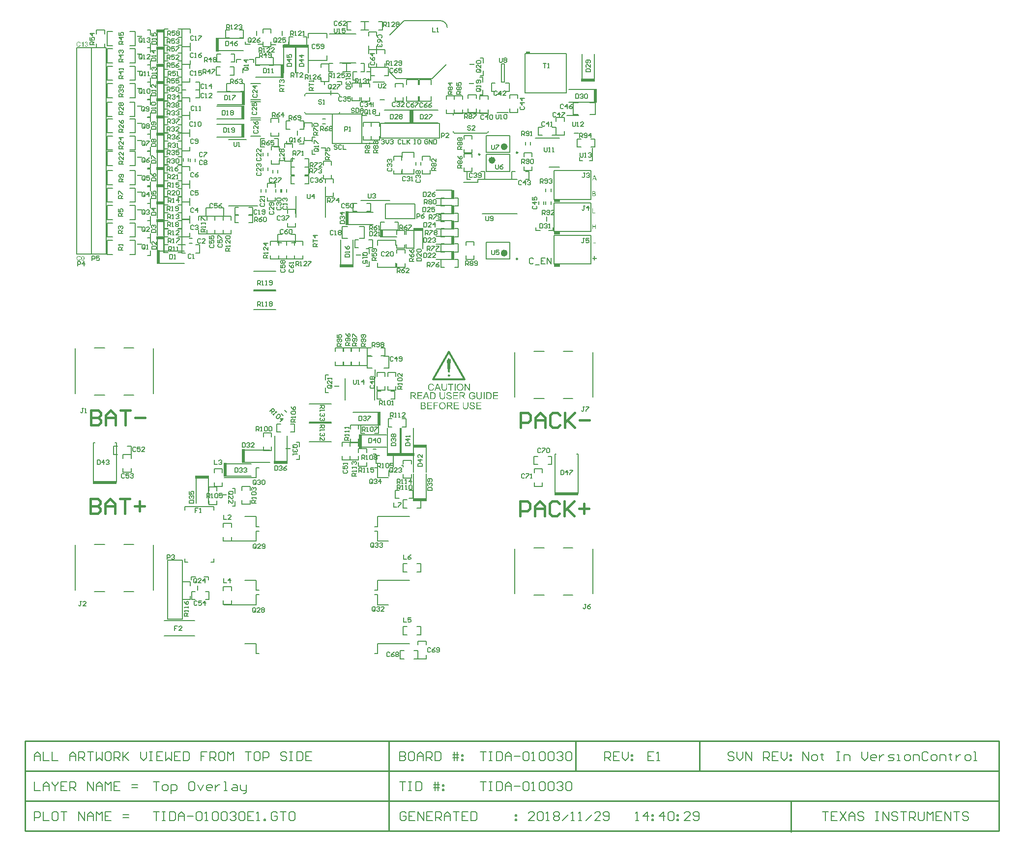
<source format=gto>
G04 Layer_Color=65535*
%FSAX25Y25*%
%MOIN*%
G70*
G01*
G75*
%ADD50C,0.01000*%
%ADD63C,0.00800*%
%ADD78C,0.00984*%
%ADD79C,0.02362*%
%ADD80C,0.00787*%
%ADD81C,0.01400*%
%ADD82C,0.00700*%
%ADD83C,0.00669*%
%ADD84C,0.00600*%
%ADD85C,0.01600*%
%ADD86R,0.00787X0.03248*%
%ADD87R,0.03248X0.00787*%
%ADD88R,0.05200X0.02000*%
%ADD89R,0.03150X0.01319*%
%ADD90R,0.04000X0.01858*%
%ADD91R,0.16400X0.02000*%
%ADD92R,0.02000X0.09200*%
%ADD93R,0.09200X0.02000*%
%ADD94R,0.02000X0.05200*%
%ADD95R,0.01968X0.06299*%
%ADD96R,0.06800X0.02000*%
G36*
X0425791Y0473999D02*
X0425829D01*
X0425867Y0473996D01*
X0425912Y0473989D01*
X0426003Y0473979D01*
X0426103Y0473961D01*
X0426197Y0473937D01*
X0426287Y0473902D01*
X0426291D01*
X0426298Y0473899D01*
X0426308Y0473892D01*
X0426325Y0473885D01*
X0426363Y0473861D01*
X0426415Y0473829D01*
X0426471Y0473788D01*
X0426526Y0473736D01*
X0426582Y0473673D01*
X0426634Y0473604D01*
Y0473600D01*
X0426641Y0473593D01*
X0426645Y0473583D01*
X0426655Y0473569D01*
X0426665Y0473552D01*
X0426676Y0473527D01*
X0426700Y0473475D01*
X0426721Y0473413D01*
X0426742Y0473340D01*
X0426756Y0473264D01*
X0426762Y0473180D01*
Y0473177D01*
Y0473170D01*
Y0473160D01*
Y0473146D01*
X0426756Y0473107D01*
X0426749Y0473056D01*
X0426735Y0472997D01*
X0426714Y0472931D01*
X0426686Y0472865D01*
X0426648Y0472795D01*
Y0472792D01*
X0426645Y0472788D01*
X0426638Y0472778D01*
X0426627Y0472764D01*
X0426603Y0472733D01*
X0426565Y0472691D01*
X0426519Y0472646D01*
X0426461Y0472598D01*
X0426395Y0472549D01*
X0426315Y0472504D01*
X0426318D01*
X0426329Y0472500D01*
X0426343Y0472493D01*
X0426363Y0472486D01*
X0426388Y0472476D01*
X0426415Y0472466D01*
X0426478Y0472434D01*
X0426551Y0472396D01*
X0426624Y0472344D01*
X0426696Y0472285D01*
X0426759Y0472212D01*
X0426762Y0472209D01*
X0426766Y0472202D01*
X0426773Y0472191D01*
X0426783Y0472178D01*
X0426797Y0472157D01*
X0426811Y0472132D01*
X0426825Y0472105D01*
X0426839Y0472074D01*
X0426866Y0472004D01*
X0426894Y0471921D01*
X0426912Y0471827D01*
X0426919Y0471778D01*
Y0471727D01*
Y0471723D01*
Y0471716D01*
Y0471706D01*
Y0471688D01*
X0426915Y0471667D01*
Y0471647D01*
X0426908Y0471591D01*
X0426894Y0471525D01*
X0426877Y0471456D01*
X0426853Y0471380D01*
X0426821Y0471307D01*
Y0471303D01*
X0426818Y0471300D01*
X0426811Y0471289D01*
X0426804Y0471275D01*
X0426783Y0471241D01*
X0426756Y0471199D01*
X0426724Y0471150D01*
X0426683Y0471102D01*
X0426638Y0471053D01*
X0426585Y0471008D01*
X0426579Y0471005D01*
X0426561Y0470991D01*
X0426530Y0470973D01*
X0426488Y0470949D01*
X0426440Y0470925D01*
X0426381Y0470897D01*
X0426311Y0470873D01*
X0426235Y0470852D01*
X0426231D01*
X0426225Y0470849D01*
X0426214D01*
X0426197Y0470845D01*
X0426176Y0470842D01*
X0426152Y0470835D01*
X0426124Y0470831D01*
X0426093Y0470828D01*
X0426058Y0470821D01*
X0426016Y0470817D01*
X0425930Y0470807D01*
X0425829Y0470803D01*
X0425718Y0470800D01*
X0424500D01*
Y0474003D01*
X0425760D01*
X0425791Y0473999D01*
D02*
G37*
G36*
X0426308Y0428765D02*
X0427575D01*
Y0428230D01*
X0426308D01*
Y0426953D01*
X0425768D01*
Y0428230D01*
X0424500D01*
Y0428765D01*
X0425768D01*
Y0430033D01*
X0426308D01*
Y0428765D01*
D02*
G37*
G36*
X0349726Y0334969D02*
Y0334959D01*
Y0334939D01*
Y0334904D01*
Y0334853D01*
X0349720Y0334793D01*
X0349715Y0334727D01*
X0349710Y0334651D01*
X0349705Y0334565D01*
X0349685Y0334389D01*
X0349660Y0334202D01*
X0349619Y0334020D01*
X0349594Y0333934D01*
X0349564Y0333854D01*
Y0333848D01*
X0349559Y0333833D01*
X0349549Y0333813D01*
X0349534Y0333783D01*
X0349513Y0333747D01*
X0349493Y0333707D01*
X0349432Y0333616D01*
X0349397Y0333561D01*
X0349357Y0333510D01*
X0349306Y0333449D01*
X0349256Y0333394D01*
X0349195Y0333338D01*
X0349135Y0333283D01*
X0349064Y0333232D01*
X0348988Y0333182D01*
X0348983Y0333177D01*
X0348968Y0333172D01*
X0348948Y0333157D01*
X0348912Y0333141D01*
X0348872Y0333121D01*
X0348821Y0333101D01*
X0348766Y0333076D01*
X0348695Y0333055D01*
X0348624Y0333030D01*
X0348544Y0333005D01*
X0348453Y0332985D01*
X0348357Y0332965D01*
X0348251Y0332949D01*
X0348140Y0332934D01*
X0348024Y0332929D01*
X0347902Y0332924D01*
X0347837D01*
X0347791Y0332929D01*
X0347736D01*
X0347675Y0332934D01*
X0347599Y0332944D01*
X0347524Y0332955D01*
X0347352Y0332980D01*
X0347170Y0333020D01*
X0346993Y0333076D01*
X0346907Y0333106D01*
X0346827Y0333147D01*
X0346822Y0333152D01*
X0346807Y0333157D01*
X0346786Y0333172D01*
X0346761Y0333187D01*
X0346726Y0333212D01*
X0346685Y0333242D01*
X0346645Y0333273D01*
X0346600Y0333313D01*
X0346498Y0333404D01*
X0346403Y0333515D01*
X0346312Y0333646D01*
X0346271Y0333722D01*
X0346236Y0333798D01*
Y0333803D01*
X0346231Y0333818D01*
X0346221Y0333843D01*
X0346211Y0333879D01*
X0346196Y0333919D01*
X0346180Y0333975D01*
X0346165Y0334035D01*
X0346150Y0334106D01*
X0346130Y0334187D01*
X0346115Y0334273D01*
X0346099Y0334369D01*
X0346089Y0334475D01*
X0346074Y0334586D01*
X0346069Y0334707D01*
X0346059Y0334833D01*
Y0334969D01*
Y0337661D01*
X0346675D01*
Y0334969D01*
Y0334964D01*
Y0334944D01*
Y0334914D01*
Y0334869D01*
X0346680Y0334818D01*
Y0334762D01*
X0346685Y0334697D01*
X0346690Y0334631D01*
X0346701Y0334485D01*
X0346721Y0334338D01*
X0346751Y0334197D01*
X0346766Y0334131D01*
X0346786Y0334076D01*
Y0334071D01*
X0346791Y0334066D01*
X0346796Y0334050D01*
X0346807Y0334030D01*
X0346837Y0333975D01*
X0346877Y0333914D01*
X0346928Y0333838D01*
X0346993Y0333768D01*
X0347074Y0333697D01*
X0347170Y0333631D01*
X0347175D01*
X0347185Y0333626D01*
X0347200Y0333616D01*
X0347221Y0333606D01*
X0347246Y0333596D01*
X0347281Y0333586D01*
X0347317Y0333571D01*
X0347357Y0333556D01*
X0347458Y0333530D01*
X0347574Y0333505D01*
X0347706Y0333485D01*
X0347847Y0333480D01*
X0347913D01*
X0347958Y0333485D01*
X0348013Y0333490D01*
X0348079Y0333495D01*
X0348150Y0333505D01*
X0348226Y0333520D01*
X0348382Y0333556D01*
X0348463Y0333581D01*
X0348544Y0333611D01*
X0348620Y0333646D01*
X0348690Y0333687D01*
X0348756Y0333732D01*
X0348816Y0333788D01*
X0348821Y0333793D01*
X0348832Y0333803D01*
X0348842Y0333823D01*
X0348862Y0333848D01*
X0348882Y0333884D01*
X0348907Y0333929D01*
X0348938Y0333985D01*
X0348963Y0334050D01*
X0348988Y0334126D01*
X0349018Y0334212D01*
X0349044Y0334308D01*
X0349064Y0334414D01*
X0349084Y0334535D01*
X0349099Y0334666D01*
X0349104Y0334813D01*
X0349109Y0334969D01*
Y0337661D01*
X0349726D01*
Y0334969D01*
D02*
G37*
G36*
X0360649Y0337111D02*
X0357891D01*
Y0335687D01*
X0360472D01*
Y0335136D01*
X0357891D01*
Y0333551D01*
X0360755D01*
Y0333000D01*
X0357275D01*
Y0337661D01*
X0360649D01*
Y0337111D01*
D02*
G37*
G36*
X0324763Y0334969D02*
Y0334959D01*
Y0334939D01*
Y0334904D01*
Y0334853D01*
X0324758Y0334793D01*
X0324753Y0334727D01*
X0324748Y0334651D01*
X0324743Y0334565D01*
X0324723Y0334389D01*
X0324698Y0334202D01*
X0324657Y0334020D01*
X0324632Y0333934D01*
X0324602Y0333854D01*
Y0333848D01*
X0324597Y0333833D01*
X0324587Y0333813D01*
X0324571Y0333783D01*
X0324551Y0333747D01*
X0324531Y0333707D01*
X0324470Y0333616D01*
X0324435Y0333561D01*
X0324395Y0333510D01*
X0324344Y0333449D01*
X0324294Y0333394D01*
X0324233Y0333338D01*
X0324172Y0333283D01*
X0324102Y0333232D01*
X0324026Y0333182D01*
X0324021Y0333177D01*
X0324006Y0333172D01*
X0323986Y0333157D01*
X0323950Y0333141D01*
X0323910Y0333121D01*
X0323859Y0333101D01*
X0323804Y0333076D01*
X0323733Y0333055D01*
X0323662Y0333030D01*
X0323582Y0333005D01*
X0323491Y0332985D01*
X0323395Y0332965D01*
X0323289Y0332949D01*
X0323178Y0332934D01*
X0323061Y0332929D01*
X0322940Y0332924D01*
X0322875D01*
X0322829Y0332929D01*
X0322774D01*
X0322713Y0332934D01*
X0322637Y0332944D01*
X0322562Y0332955D01*
X0322390Y0332980D01*
X0322208Y0333020D01*
X0322031Y0333076D01*
X0321945Y0333106D01*
X0321865Y0333147D01*
X0321860Y0333152D01*
X0321844Y0333157D01*
X0321824Y0333172D01*
X0321799Y0333187D01*
X0321764Y0333212D01*
X0321723Y0333242D01*
X0321683Y0333273D01*
X0321637Y0333313D01*
X0321536Y0333404D01*
X0321440Y0333515D01*
X0321350Y0333646D01*
X0321309Y0333722D01*
X0321274Y0333798D01*
Y0333803D01*
X0321269Y0333818D01*
X0321259Y0333843D01*
X0321249Y0333879D01*
X0321233Y0333919D01*
X0321218Y0333975D01*
X0321203Y0334035D01*
X0321188Y0334106D01*
X0321168Y0334187D01*
X0321153Y0334273D01*
X0321137Y0334369D01*
X0321127Y0334475D01*
X0321112Y0334586D01*
X0321107Y0334707D01*
X0321097Y0334833D01*
Y0334969D01*
Y0337661D01*
X0321713D01*
Y0334969D01*
Y0334964D01*
Y0334944D01*
Y0334914D01*
Y0334869D01*
X0321718Y0334818D01*
Y0334762D01*
X0321723Y0334697D01*
X0321728Y0334631D01*
X0321738Y0334485D01*
X0321759Y0334338D01*
X0321789Y0334197D01*
X0321804Y0334131D01*
X0321824Y0334076D01*
Y0334071D01*
X0321829Y0334066D01*
X0321834Y0334050D01*
X0321844Y0334030D01*
X0321875Y0333975D01*
X0321915Y0333914D01*
X0321966Y0333838D01*
X0322031Y0333768D01*
X0322112Y0333697D01*
X0322208Y0333631D01*
X0322213D01*
X0322223Y0333626D01*
X0322238Y0333616D01*
X0322258Y0333606D01*
X0322284Y0333596D01*
X0322319Y0333586D01*
X0322354Y0333571D01*
X0322395Y0333556D01*
X0322496Y0333530D01*
X0322612Y0333505D01*
X0322743Y0333485D01*
X0322885Y0333480D01*
X0322950D01*
X0322996Y0333485D01*
X0323051Y0333490D01*
X0323117Y0333495D01*
X0323188Y0333505D01*
X0323264Y0333520D01*
X0323420Y0333556D01*
X0323501Y0333581D01*
X0323582Y0333611D01*
X0323657Y0333646D01*
X0323728Y0333687D01*
X0323794Y0333732D01*
X0323854Y0333788D01*
X0323859Y0333793D01*
X0323869Y0333803D01*
X0323880Y0333823D01*
X0323900Y0333848D01*
X0323920Y0333884D01*
X0323945Y0333929D01*
X0323975Y0333985D01*
X0324001Y0334050D01*
X0324026Y0334126D01*
X0324056Y0334212D01*
X0324082Y0334308D01*
X0324102Y0334414D01*
X0324122Y0334535D01*
X0324137Y0334666D01*
X0324142Y0334813D01*
X0324147Y0334969D01*
Y0337661D01*
X0324763D01*
Y0334969D01*
D02*
G37*
G36*
X0323037Y0330937D02*
X0323097Y0330932D01*
X0323163Y0330927D01*
X0323234Y0330917D01*
X0323315Y0330902D01*
X0323406Y0330886D01*
X0323497Y0330866D01*
X0323592Y0330841D01*
X0323693Y0330811D01*
X0323794Y0330775D01*
X0323895Y0330735D01*
X0323991Y0330689D01*
X0324092Y0330634D01*
X0324097Y0330629D01*
X0324118Y0330619D01*
X0324143Y0330604D01*
X0324178Y0330578D01*
X0324224Y0330548D01*
X0324269Y0330508D01*
X0324325Y0330462D01*
X0324385Y0330412D01*
X0324451Y0330351D01*
X0324517Y0330285D01*
X0324582Y0330215D01*
X0324648Y0330139D01*
X0324708Y0330058D01*
X0324774Y0329967D01*
X0324830Y0329871D01*
X0324885Y0329770D01*
X0324890Y0329765D01*
X0324895Y0329745D01*
X0324910Y0329715D01*
X0324926Y0329674D01*
X0324951Y0329624D01*
X0324971Y0329558D01*
X0324996Y0329488D01*
X0325022Y0329407D01*
X0325047Y0329321D01*
X0325072Y0329225D01*
X0325097Y0329119D01*
X0325117Y0329013D01*
X0325133Y0328897D01*
X0325148Y0328776D01*
X0325153Y0328654D01*
X0325158Y0328523D01*
Y0328513D01*
Y0328493D01*
Y0328452D01*
X0325153Y0328402D01*
X0325148Y0328341D01*
X0325143Y0328271D01*
X0325133Y0328190D01*
X0325123Y0328099D01*
X0325107Y0328003D01*
X0325087Y0327902D01*
X0325067Y0327796D01*
X0325037Y0327690D01*
X0325001Y0327579D01*
X0324966Y0327473D01*
X0324921Y0327361D01*
X0324870Y0327256D01*
X0324865Y0327250D01*
X0324855Y0327230D01*
X0324840Y0327200D01*
X0324819Y0327165D01*
X0324789Y0327119D01*
X0324754Y0327063D01*
X0324708Y0327003D01*
X0324663Y0326937D01*
X0324607Y0326872D01*
X0324547Y0326801D01*
X0324476Y0326730D01*
X0324406Y0326659D01*
X0324330Y0326594D01*
X0324244Y0326528D01*
X0324153Y0326463D01*
X0324057Y0326407D01*
X0324052Y0326402D01*
X0324032Y0326397D01*
X0324007Y0326382D01*
X0323966Y0326362D01*
X0323916Y0326341D01*
X0323860Y0326316D01*
X0323794Y0326291D01*
X0323719Y0326266D01*
X0323638Y0326240D01*
X0323552Y0326215D01*
X0323456Y0326190D01*
X0323360Y0326170D01*
X0323148Y0326134D01*
X0323037Y0326129D01*
X0322926Y0326124D01*
X0322860D01*
X0322815Y0326129D01*
X0322759Y0326134D01*
X0322689Y0326139D01*
X0322618Y0326150D01*
X0322532Y0326165D01*
X0322446Y0326180D01*
X0322350Y0326200D01*
X0322254Y0326225D01*
X0322153Y0326255D01*
X0322052Y0326291D01*
X0321951Y0326336D01*
X0321850Y0326382D01*
X0321749Y0326437D01*
X0321744Y0326442D01*
X0321729Y0326452D01*
X0321699Y0326473D01*
X0321663Y0326498D01*
X0321623Y0326528D01*
X0321572Y0326569D01*
X0321517Y0326614D01*
X0321456Y0326665D01*
X0321391Y0326725D01*
X0321330Y0326791D01*
X0321264Y0326862D01*
X0321199Y0326937D01*
X0321133Y0327023D01*
X0321072Y0327109D01*
X0321017Y0327205D01*
X0320961Y0327306D01*
X0320956Y0327311D01*
X0320951Y0327331D01*
X0320936Y0327361D01*
X0320921Y0327402D01*
X0320901Y0327452D01*
X0320881Y0327513D01*
X0320855Y0327579D01*
X0320830Y0327660D01*
X0320805Y0327740D01*
X0320780Y0327831D01*
X0320759Y0327927D01*
X0320739Y0328028D01*
X0320709Y0328240D01*
X0320704Y0328356D01*
X0320699Y0328467D01*
Y0328472D01*
Y0328483D01*
Y0328498D01*
Y0328518D01*
X0320704Y0328548D01*
Y0328578D01*
X0320709Y0328659D01*
X0320719Y0328755D01*
X0320734Y0328871D01*
X0320749Y0328993D01*
X0320775Y0329129D01*
X0320810Y0329275D01*
X0320850Y0329422D01*
X0320901Y0329573D01*
X0320961Y0329725D01*
X0321032Y0329876D01*
X0321113Y0330018D01*
X0321209Y0330159D01*
X0321320Y0330285D01*
X0321325Y0330291D01*
X0321350Y0330316D01*
X0321386Y0330346D01*
X0321431Y0330386D01*
X0321497Y0330437D01*
X0321567Y0330492D01*
X0321653Y0330553D01*
X0321754Y0330614D01*
X0321865Y0330674D01*
X0321987Y0330735D01*
X0322118Y0330790D01*
X0322264Y0330841D01*
X0322416Y0330881D01*
X0322577Y0330912D01*
X0322749Y0330937D01*
X0322931Y0330942D01*
X0322991D01*
X0323037Y0330937D01*
D02*
G37*
G36*
X0310079Y0330856D02*
X0310134D01*
X0310190Y0330851D01*
X0310255Y0330841D01*
X0310387Y0330826D01*
X0310533Y0330801D01*
X0310669Y0330765D01*
X0310801Y0330715D01*
X0310806D01*
X0310816Y0330710D01*
X0310831Y0330699D01*
X0310856Y0330689D01*
X0310912Y0330654D01*
X0310988Y0330609D01*
X0311068Y0330548D01*
X0311149Y0330472D01*
X0311230Y0330381D01*
X0311306Y0330280D01*
Y0330275D01*
X0311316Y0330265D01*
X0311321Y0330250D01*
X0311336Y0330230D01*
X0311351Y0330205D01*
X0311366Y0330169D01*
X0311402Y0330094D01*
X0311432Y0330003D01*
X0311462Y0329897D01*
X0311483Y0329785D01*
X0311493Y0329664D01*
Y0329659D01*
Y0329649D01*
Y0329634D01*
Y0329614D01*
X0311483Y0329558D01*
X0311472Y0329483D01*
X0311452Y0329397D01*
X0311422Y0329301D01*
X0311382Y0329205D01*
X0311326Y0329104D01*
Y0329099D01*
X0311321Y0329094D01*
X0311311Y0329079D01*
X0311296Y0329058D01*
X0311260Y0329013D01*
X0311205Y0328952D01*
X0311139Y0328887D01*
X0311053Y0328816D01*
X0310957Y0328745D01*
X0310841Y0328680D01*
X0310846D01*
X0310861Y0328675D01*
X0310882Y0328664D01*
X0310912Y0328654D01*
X0310947Y0328639D01*
X0310988Y0328624D01*
X0311079Y0328578D01*
X0311185Y0328523D01*
X0311291Y0328447D01*
X0311397Y0328361D01*
X0311488Y0328255D01*
X0311493Y0328250D01*
X0311498Y0328240D01*
X0311508Y0328225D01*
X0311523Y0328205D01*
X0311543Y0328174D01*
X0311563Y0328139D01*
X0311583Y0328099D01*
X0311604Y0328053D01*
X0311644Y0327952D01*
X0311684Y0327831D01*
X0311710Y0327695D01*
X0311720Y0327624D01*
Y0327548D01*
Y0327543D01*
Y0327533D01*
Y0327518D01*
Y0327493D01*
X0311715Y0327463D01*
Y0327432D01*
X0311705Y0327351D01*
X0311684Y0327256D01*
X0311659Y0327154D01*
X0311624Y0327043D01*
X0311578Y0326937D01*
Y0326932D01*
X0311573Y0326927D01*
X0311563Y0326912D01*
X0311553Y0326892D01*
X0311523Y0326841D01*
X0311483Y0326781D01*
X0311437Y0326710D01*
X0311377Y0326639D01*
X0311311Y0326569D01*
X0311235Y0326503D01*
X0311225Y0326498D01*
X0311200Y0326478D01*
X0311154Y0326452D01*
X0311094Y0326417D01*
X0311023Y0326382D01*
X0310937Y0326341D01*
X0310836Y0326306D01*
X0310725Y0326276D01*
X0310720D01*
X0310710Y0326271D01*
X0310695D01*
X0310669Y0326266D01*
X0310639Y0326261D01*
X0310604Y0326251D01*
X0310563Y0326245D01*
X0310518Y0326240D01*
X0310468Y0326230D01*
X0310407Y0326225D01*
X0310281Y0326210D01*
X0310134Y0326205D01*
X0309973Y0326200D01*
X0308200D01*
Y0330861D01*
X0310033D01*
X0310079Y0330856D01*
D02*
G37*
G36*
X0327531Y0337737D02*
X0327586Y0337732D01*
X0327642Y0337727D01*
X0327708Y0337722D01*
X0327849Y0337702D01*
X0328005Y0337671D01*
X0328162Y0337626D01*
X0328313Y0337570D01*
X0328319D01*
X0328329Y0337560D01*
X0328354Y0337555D01*
X0328379Y0337540D01*
X0328409Y0337520D01*
X0328450Y0337499D01*
X0328536Y0337449D01*
X0328637Y0337378D01*
X0328738Y0337293D01*
X0328834Y0337196D01*
X0328920Y0337080D01*
X0328924Y0337075D01*
X0328930Y0337065D01*
X0328940Y0337050D01*
X0328955Y0337025D01*
X0328970Y0336995D01*
X0328990Y0336959D01*
X0329005Y0336914D01*
X0329030Y0336868D01*
X0329071Y0336762D01*
X0329106Y0336636D01*
X0329137Y0336500D01*
X0329152Y0336348D01*
X0328561Y0336303D01*
Y0336308D01*
X0328556Y0336323D01*
Y0336343D01*
X0328551Y0336373D01*
X0328541Y0336414D01*
X0328531Y0336454D01*
X0328500Y0336550D01*
X0328460Y0336656D01*
X0328399Y0336767D01*
X0328329Y0336873D01*
X0328283Y0336919D01*
X0328233Y0336964D01*
X0328228Y0336969D01*
X0328223Y0336974D01*
X0328202Y0336984D01*
X0328182Y0337000D01*
X0328152Y0337015D01*
X0328116Y0337035D01*
X0328076Y0337055D01*
X0328031Y0337080D01*
X0327975Y0337101D01*
X0327915Y0337121D01*
X0327849Y0337141D01*
X0327778Y0337156D01*
X0327697Y0337171D01*
X0327611Y0337181D01*
X0327521Y0337192D01*
X0327374D01*
X0327334Y0337187D01*
X0327288D01*
X0327238Y0337181D01*
X0327177Y0337176D01*
X0327117Y0337166D01*
X0326980Y0337141D01*
X0326849Y0337106D01*
X0326723Y0337055D01*
X0326662Y0337020D01*
X0326612Y0336984D01*
X0326607D01*
X0326602Y0336974D01*
X0326571Y0336949D01*
X0326531Y0336904D01*
X0326485Y0336843D01*
X0326440Y0336772D01*
X0326399Y0336686D01*
X0326369Y0336596D01*
X0326364Y0336545D01*
X0326359Y0336490D01*
Y0336485D01*
Y0336479D01*
X0326364Y0336449D01*
X0326369Y0336404D01*
X0326379Y0336348D01*
X0326405Y0336282D01*
X0326435Y0336212D01*
X0326475Y0336146D01*
X0326536Y0336081D01*
X0326546Y0336075D01*
X0326556Y0336065D01*
X0326576Y0336050D01*
X0326602Y0336035D01*
X0326632Y0336020D01*
X0326672Y0336000D01*
X0326718Y0335974D01*
X0326773Y0335949D01*
X0326839Y0335924D01*
X0326915Y0335899D01*
X0327000Y0335868D01*
X0327101Y0335838D01*
X0327207Y0335808D01*
X0327329Y0335772D01*
X0327465Y0335742D01*
X0327475D01*
X0327500Y0335737D01*
X0327536Y0335727D01*
X0327586Y0335712D01*
X0327647Y0335702D01*
X0327717Y0335682D01*
X0327793Y0335666D01*
X0327874Y0335641D01*
X0328046Y0335596D01*
X0328218Y0335550D01*
X0328298Y0335525D01*
X0328369Y0335500D01*
X0328440Y0335474D01*
X0328495Y0335449D01*
X0328500D01*
X0328516Y0335439D01*
X0328536Y0335429D01*
X0328561Y0335414D01*
X0328596Y0335399D01*
X0328637Y0335373D01*
X0328723Y0335318D01*
X0328823Y0335252D01*
X0328920Y0335172D01*
X0329015Y0335076D01*
X0329056Y0335025D01*
X0329096Y0334975D01*
Y0334969D01*
X0329106Y0334959D01*
X0329116Y0334944D01*
X0329127Y0334924D01*
X0329142Y0334899D01*
X0329157Y0334863D01*
X0329197Y0334783D01*
X0329233Y0334687D01*
X0329263Y0334576D01*
X0329283Y0334449D01*
X0329293Y0334313D01*
Y0334308D01*
Y0334298D01*
Y0334278D01*
X0329288Y0334252D01*
Y0334217D01*
X0329283Y0334182D01*
X0329268Y0334086D01*
X0329243Y0333980D01*
X0329202Y0333863D01*
X0329147Y0333742D01*
X0329116Y0333677D01*
X0329076Y0333616D01*
Y0333611D01*
X0329066Y0333601D01*
X0329056Y0333586D01*
X0329036Y0333561D01*
X0328990Y0333505D01*
X0328920Y0333429D01*
X0328834Y0333348D01*
X0328728Y0333263D01*
X0328606Y0333182D01*
X0328465Y0333106D01*
X0328460D01*
X0328445Y0333096D01*
X0328425Y0333091D01*
X0328394Y0333076D01*
X0328359Y0333066D01*
X0328313Y0333050D01*
X0328263Y0333030D01*
X0328202Y0333015D01*
X0328142Y0333000D01*
X0328071Y0332980D01*
X0327920Y0332955D01*
X0327753Y0332934D01*
X0327571Y0332924D01*
X0327510D01*
X0327465Y0332929D01*
X0327410D01*
X0327349Y0332934D01*
X0327278Y0332939D01*
X0327197Y0332949D01*
X0327031Y0332970D01*
X0326854Y0333000D01*
X0326677Y0333045D01*
X0326505Y0333106D01*
X0326501D01*
X0326485Y0333116D01*
X0326465Y0333126D01*
X0326435Y0333141D01*
X0326399Y0333162D01*
X0326359Y0333182D01*
X0326263Y0333242D01*
X0326157Y0333318D01*
X0326046Y0333414D01*
X0325935Y0333525D01*
X0325839Y0333657D01*
X0325834Y0333662D01*
X0325829Y0333672D01*
X0325819Y0333692D01*
X0325804Y0333722D01*
X0325783Y0333757D01*
X0325763Y0333798D01*
X0325738Y0333848D01*
X0325718Y0333904D01*
X0325693Y0333960D01*
X0325672Y0334025D01*
X0325632Y0334172D01*
X0325602Y0334328D01*
X0325591Y0334414D01*
X0325587Y0334500D01*
X0326167Y0334550D01*
Y0334545D01*
Y0334535D01*
X0326172Y0334515D01*
X0326177Y0334490D01*
X0326182Y0334459D01*
X0326187Y0334429D01*
X0326208Y0334343D01*
X0326233Y0334252D01*
X0326263Y0334156D01*
X0326304Y0334061D01*
X0326354Y0333970D01*
X0326359Y0333960D01*
X0326384Y0333934D01*
X0326420Y0333894D01*
X0326470Y0333843D01*
X0326536Y0333783D01*
X0326617Y0333727D01*
X0326713Y0333667D01*
X0326824Y0333611D01*
X0326829D01*
X0326839Y0333606D01*
X0326854Y0333601D01*
X0326879Y0333591D01*
X0326909Y0333581D01*
X0326945Y0333566D01*
X0326985Y0333556D01*
X0327031Y0333545D01*
X0327137Y0333520D01*
X0327263Y0333495D01*
X0327394Y0333480D01*
X0327541Y0333475D01*
X0327601D01*
X0327632Y0333480D01*
X0327667D01*
X0327748Y0333490D01*
X0327844Y0333500D01*
X0327950Y0333515D01*
X0328056Y0333540D01*
X0328157Y0333576D01*
X0328162D01*
X0328167Y0333581D01*
X0328182Y0333586D01*
X0328202Y0333596D01*
X0328248Y0333621D01*
X0328308Y0333651D01*
X0328374Y0333692D01*
X0328445Y0333742D01*
X0328505Y0333798D01*
X0328561Y0333863D01*
X0328566Y0333874D01*
X0328581Y0333894D01*
X0328606Y0333934D01*
X0328632Y0333985D01*
X0328652Y0334045D01*
X0328677Y0334111D01*
X0328692Y0334187D01*
X0328697Y0334262D01*
Y0334267D01*
Y0334273D01*
Y0334298D01*
X0328692Y0334343D01*
X0328682Y0334394D01*
X0328667Y0334454D01*
X0328642Y0334520D01*
X0328611Y0334586D01*
X0328566Y0334646D01*
X0328561Y0334651D01*
X0328541Y0334671D01*
X0328510Y0334702D01*
X0328465Y0334742D01*
X0328409Y0334783D01*
X0328334Y0334828D01*
X0328248Y0334874D01*
X0328147Y0334919D01*
X0328137Y0334924D01*
X0328127Y0334929D01*
X0328106Y0334934D01*
X0328086Y0334939D01*
X0328056Y0334949D01*
X0328015Y0334964D01*
X0327975Y0334975D01*
X0327920Y0334990D01*
X0327864Y0335010D01*
X0327793Y0335025D01*
X0327717Y0335045D01*
X0327632Y0335070D01*
X0327541Y0335091D01*
X0327435Y0335121D01*
X0327319Y0335146D01*
X0327313D01*
X0327293Y0335151D01*
X0327258Y0335161D01*
X0327218Y0335172D01*
X0327162Y0335187D01*
X0327101Y0335202D01*
X0327041Y0335222D01*
X0326970Y0335242D01*
X0326819Y0335288D01*
X0326672Y0335338D01*
X0326602Y0335363D01*
X0326536Y0335389D01*
X0326475Y0335414D01*
X0326425Y0335439D01*
X0326420D01*
X0326410Y0335449D01*
X0326395Y0335459D01*
X0326369Y0335470D01*
X0326309Y0335505D01*
X0326238Y0335555D01*
X0326152Y0335621D01*
X0326071Y0335692D01*
X0325991Y0335777D01*
X0325925Y0335868D01*
Y0335874D01*
X0325920Y0335878D01*
X0325910Y0335894D01*
X0325900Y0335914D01*
X0325874Y0335969D01*
X0325844Y0336040D01*
X0325814Y0336126D01*
X0325788Y0336227D01*
X0325768Y0336338D01*
X0325763Y0336454D01*
Y0336459D01*
Y0336469D01*
Y0336490D01*
X0325768Y0336515D01*
Y0336545D01*
X0325773Y0336580D01*
X0325788Y0336671D01*
X0325814Y0336772D01*
X0325844Y0336878D01*
X0325894Y0336995D01*
X0325960Y0337111D01*
Y0337116D01*
X0325970Y0337126D01*
X0325980Y0337141D01*
X0325995Y0337161D01*
X0326046Y0337217D01*
X0326112Y0337287D01*
X0326192Y0337363D01*
X0326293Y0337439D01*
X0326410Y0337515D01*
X0326546Y0337580D01*
X0326551D01*
X0326561Y0337585D01*
X0326586Y0337596D01*
X0326612Y0337606D01*
X0326647Y0337616D01*
X0326692Y0337631D01*
X0326743Y0337646D01*
X0326799Y0337661D01*
X0326859Y0337676D01*
X0326925Y0337691D01*
X0327066Y0337717D01*
X0327228Y0337737D01*
X0327399Y0337742D01*
X0327485D01*
X0327531Y0337737D01*
D02*
G37*
G36*
X0427062Y0438699D02*
X0425300D01*
Y0439275D01*
X0427062D01*
Y0438699D01*
D02*
G37*
G36*
X0343292Y0337737D02*
X0343342Y0337732D01*
X0343398Y0337727D01*
X0343463Y0337722D01*
X0343605Y0337702D01*
X0343761Y0337671D01*
X0343918Y0337631D01*
X0344075Y0337575D01*
X0344080D01*
X0344095Y0337570D01*
X0344115Y0337560D01*
X0344140Y0337545D01*
X0344176Y0337530D01*
X0344216Y0337510D01*
X0344307Y0337459D01*
X0344413Y0337393D01*
X0344519Y0337318D01*
X0344620Y0337227D01*
X0344716Y0337121D01*
X0344721Y0337116D01*
X0344726Y0337106D01*
X0344736Y0337090D01*
X0344756Y0337070D01*
X0344771Y0337040D01*
X0344797Y0337005D01*
X0344822Y0336964D01*
X0344847Y0336914D01*
X0344877Y0336863D01*
X0344903Y0336808D01*
X0344933Y0336742D01*
X0344963Y0336676D01*
X0345019Y0336525D01*
X0345069Y0336358D01*
X0344509Y0336207D01*
Y0336212D01*
X0344504Y0336222D01*
X0344499Y0336242D01*
X0344489Y0336267D01*
X0344479Y0336293D01*
X0344468Y0336328D01*
X0344438Y0336409D01*
X0344398Y0336500D01*
X0344352Y0336591D01*
X0344302Y0336681D01*
X0344246Y0336762D01*
X0344241Y0336772D01*
X0344216Y0336798D01*
X0344180Y0336833D01*
X0344135Y0336883D01*
X0344070Y0336934D01*
X0343994Y0336989D01*
X0343903Y0337040D01*
X0343802Y0337090D01*
X0343797D01*
X0343787Y0337096D01*
X0343772Y0337101D01*
X0343751Y0337111D01*
X0343726Y0337121D01*
X0343691Y0337131D01*
X0343615Y0337156D01*
X0343519Y0337176D01*
X0343413Y0337196D01*
X0343292Y0337212D01*
X0343165Y0337217D01*
X0343095D01*
X0343059Y0337212D01*
X0343014D01*
X0342969Y0337207D01*
X0342913Y0337202D01*
X0342802Y0337187D01*
X0342676Y0337161D01*
X0342554Y0337131D01*
X0342433Y0337085D01*
X0342428D01*
X0342418Y0337080D01*
X0342403Y0337070D01*
X0342383Y0337060D01*
X0342327Y0337035D01*
X0342256Y0336995D01*
X0342176Y0336944D01*
X0342095Y0336883D01*
X0342009Y0336818D01*
X0341933Y0336742D01*
X0341923Y0336732D01*
X0341903Y0336707D01*
X0341868Y0336661D01*
X0341827Y0336606D01*
X0341782Y0336540D01*
X0341731Y0336459D01*
X0341686Y0336373D01*
X0341645Y0336282D01*
Y0336277D01*
X0341640Y0336262D01*
X0341630Y0336242D01*
X0341620Y0336207D01*
X0341605Y0336166D01*
X0341590Y0336121D01*
X0341575Y0336065D01*
X0341560Y0336005D01*
X0341539Y0335939D01*
X0341524Y0335863D01*
X0341499Y0335707D01*
X0341479Y0335530D01*
X0341469Y0335343D01*
Y0335338D01*
Y0335318D01*
Y0335283D01*
X0341474Y0335242D01*
Y0335187D01*
X0341479Y0335126D01*
X0341489Y0335055D01*
X0341494Y0334980D01*
X0341519Y0334813D01*
X0341560Y0334641D01*
X0341610Y0334465D01*
X0341681Y0334298D01*
X0341686Y0334293D01*
X0341691Y0334278D01*
X0341701Y0334258D01*
X0341721Y0334227D01*
X0341741Y0334197D01*
X0341772Y0334156D01*
X0341837Y0334066D01*
X0341928Y0333965D01*
X0342034Y0333858D01*
X0342156Y0333763D01*
X0342226Y0333717D01*
X0342302Y0333677D01*
X0342307D01*
X0342322Y0333667D01*
X0342342Y0333657D01*
X0342373Y0333646D01*
X0342413Y0333631D01*
X0342459Y0333611D01*
X0342509Y0333596D01*
X0342565Y0333576D01*
X0342625Y0333556D01*
X0342696Y0333540D01*
X0342842Y0333505D01*
X0343004Y0333485D01*
X0343176Y0333475D01*
X0343216D01*
X0343246Y0333480D01*
X0343282D01*
X0343322Y0333485D01*
X0343368Y0333490D01*
X0343423Y0333495D01*
X0343539Y0333510D01*
X0343671Y0333540D01*
X0343812Y0333576D01*
X0343953Y0333626D01*
X0343958D01*
X0343968Y0333631D01*
X0343989Y0333641D01*
X0344019Y0333651D01*
X0344049Y0333667D01*
X0344085Y0333687D01*
X0344170Y0333727D01*
X0344266Y0333778D01*
X0344362Y0333833D01*
X0344453Y0333889D01*
X0344534Y0333954D01*
Y0334828D01*
X0343165D01*
Y0335379D01*
X0345140D01*
Y0333646D01*
X0345135Y0333641D01*
X0345120Y0333631D01*
X0345095Y0333611D01*
X0345059Y0333586D01*
X0345019Y0333556D01*
X0344968Y0333525D01*
X0344913Y0333485D01*
X0344852Y0333444D01*
X0344787Y0333404D01*
X0344711Y0333359D01*
X0344554Y0333268D01*
X0344383Y0333182D01*
X0344201Y0333106D01*
X0344196D01*
X0344180Y0333096D01*
X0344155Y0333091D01*
X0344115Y0333076D01*
X0344075Y0333066D01*
X0344019Y0333050D01*
X0343963Y0333030D01*
X0343898Y0333015D01*
X0343822Y0333000D01*
X0343746Y0332980D01*
X0343580Y0332955D01*
X0343398Y0332934D01*
X0343211Y0332924D01*
X0343145D01*
X0343095Y0332929D01*
X0343034Y0332934D01*
X0342964Y0332939D01*
X0342883Y0332949D01*
X0342797Y0332960D01*
X0342706Y0332975D01*
X0342605Y0332995D01*
X0342504Y0333020D01*
X0342393Y0333050D01*
X0342287Y0333081D01*
X0342181Y0333121D01*
X0342070Y0333167D01*
X0341964Y0333217D01*
X0341959Y0333222D01*
X0341938Y0333232D01*
X0341908Y0333247D01*
X0341873Y0333273D01*
X0341827Y0333303D01*
X0341772Y0333338D01*
X0341711Y0333384D01*
X0341645Y0333434D01*
X0341580Y0333490D01*
X0341509Y0333556D01*
X0341438Y0333621D01*
X0341368Y0333697D01*
X0341302Y0333783D01*
X0341236Y0333869D01*
X0341171Y0333965D01*
X0341115Y0334066D01*
X0341110Y0334071D01*
X0341105Y0334091D01*
X0341090Y0334121D01*
X0341070Y0334161D01*
X0341050Y0334217D01*
X0341024Y0334278D01*
X0340999Y0334348D01*
X0340974Y0334429D01*
X0340949Y0334515D01*
X0340923Y0334611D01*
X0340898Y0334717D01*
X0340878Y0334823D01*
X0340858Y0334939D01*
X0340843Y0335055D01*
X0340837Y0335182D01*
X0340832Y0335308D01*
Y0335318D01*
Y0335338D01*
Y0335373D01*
X0340837Y0335424D01*
X0340843Y0335485D01*
X0340848Y0335555D01*
X0340858Y0335636D01*
X0340868Y0335722D01*
X0340883Y0335818D01*
X0340903Y0335919D01*
X0340954Y0336131D01*
X0340984Y0336242D01*
X0341024Y0336353D01*
X0341065Y0336464D01*
X0341115Y0336575D01*
X0341120Y0336580D01*
X0341130Y0336601D01*
X0341145Y0336631D01*
X0341166Y0336671D01*
X0341196Y0336722D01*
X0341231Y0336777D01*
X0341277Y0336838D01*
X0341322Y0336909D01*
X0341378Y0336979D01*
X0341438Y0337050D01*
X0341504Y0337121D01*
X0341580Y0337196D01*
X0341655Y0337267D01*
X0341741Y0337333D01*
X0341832Y0337399D01*
X0341928Y0337454D01*
X0341933Y0337459D01*
X0341953Y0337464D01*
X0341984Y0337479D01*
X0342024Y0337499D01*
X0342075Y0337520D01*
X0342135Y0337545D01*
X0342206Y0337570D01*
X0342282Y0337601D01*
X0342368Y0337626D01*
X0342463Y0337651D01*
X0342565Y0337676D01*
X0342676Y0337697D01*
X0342787Y0337717D01*
X0342908Y0337732D01*
X0343034Y0337737D01*
X0343160Y0337742D01*
X0343246D01*
X0343292Y0337737D01*
D02*
G37*
G36*
X0354346Y0337656D02*
X0354407D01*
X0354467Y0337651D01*
X0354604Y0337646D01*
X0354740Y0337631D01*
X0354876Y0337616D01*
X0354937Y0337601D01*
X0354993Y0337591D01*
X0354998D01*
X0355013Y0337585D01*
X0355033Y0337580D01*
X0355058Y0337570D01*
X0355094Y0337560D01*
X0355134Y0337550D01*
X0355230Y0337515D01*
X0355336Y0337469D01*
X0355447Y0337414D01*
X0355563Y0337343D01*
X0355674Y0337257D01*
X0355679Y0337252D01*
X0355690Y0337242D01*
X0355710Y0337227D01*
X0355735Y0337202D01*
X0355765Y0337171D01*
X0355801Y0337131D01*
X0355841Y0337090D01*
X0355881Y0337040D01*
X0355927Y0336984D01*
X0355972Y0336924D01*
X0356018Y0336858D01*
X0356063Y0336788D01*
X0356149Y0336631D01*
X0356225Y0336459D01*
Y0336454D01*
X0356235Y0336439D01*
X0356240Y0336409D01*
X0356255Y0336373D01*
X0356270Y0336328D01*
X0356285Y0336272D01*
X0356301Y0336212D01*
X0356321Y0336141D01*
X0356336Y0336060D01*
X0356351Y0335974D01*
X0356366Y0335884D01*
X0356381Y0335788D01*
X0356397Y0335687D01*
X0356401Y0335580D01*
X0356412Y0335353D01*
Y0335348D01*
Y0335328D01*
Y0335303D01*
Y0335262D01*
X0356407Y0335217D01*
Y0335161D01*
X0356401Y0335101D01*
X0356397Y0335035D01*
X0356381Y0334889D01*
X0356356Y0334732D01*
X0356326Y0334571D01*
X0356285Y0334409D01*
Y0334404D01*
X0356280Y0334389D01*
X0356270Y0334369D01*
X0356265Y0334343D01*
X0356250Y0334308D01*
X0356235Y0334267D01*
X0356200Y0334172D01*
X0356154Y0334066D01*
X0356099Y0333949D01*
X0356038Y0333838D01*
X0355967Y0333732D01*
Y0333727D01*
X0355957Y0333722D01*
X0355947Y0333707D01*
X0355932Y0333687D01*
X0355896Y0333641D01*
X0355841Y0333581D01*
X0355780Y0333510D01*
X0355710Y0333439D01*
X0355629Y0333374D01*
X0355543Y0333308D01*
X0355538D01*
X0355533Y0333303D01*
X0355503Y0333283D01*
X0355452Y0333258D01*
X0355386Y0333222D01*
X0355306Y0333187D01*
X0355210Y0333147D01*
X0355099Y0333111D01*
X0354982Y0333076D01*
X0354977D01*
X0354967Y0333071D01*
X0354952D01*
X0354927Y0333066D01*
X0354897Y0333061D01*
X0354856Y0333050D01*
X0354816Y0333045D01*
X0354770Y0333040D01*
X0354659Y0333025D01*
X0354533Y0333010D01*
X0354392Y0333005D01*
X0354240Y0333000D01*
X0352558D01*
Y0337661D01*
X0354296D01*
X0354346Y0337656D01*
D02*
G37*
G36*
X0303422D02*
X0303478D01*
X0303543Y0337651D01*
X0303619Y0337646D01*
X0303770Y0337631D01*
X0303927Y0337606D01*
X0304079Y0337575D01*
X0304144Y0337555D01*
X0304210Y0337535D01*
X0304215D01*
X0304225Y0337530D01*
X0304240Y0337520D01*
X0304265Y0337510D01*
X0304326Y0337479D01*
X0304397Y0337434D01*
X0304483Y0337373D01*
X0304568Y0337293D01*
X0304654Y0337202D01*
X0304730Y0337090D01*
Y0337085D01*
X0304740Y0337075D01*
X0304750Y0337060D01*
X0304760Y0337035D01*
X0304775Y0337005D01*
X0304790Y0336969D01*
X0304811Y0336929D01*
X0304831Y0336883D01*
X0304866Y0336777D01*
X0304897Y0336661D01*
X0304917Y0336530D01*
X0304927Y0336388D01*
Y0336384D01*
Y0336368D01*
Y0336338D01*
X0304922Y0336308D01*
X0304917Y0336262D01*
X0304912Y0336212D01*
X0304902Y0336156D01*
X0304887Y0336096D01*
X0304846Y0335964D01*
X0304821Y0335894D01*
X0304790Y0335823D01*
X0304755Y0335752D01*
X0304710Y0335682D01*
X0304659Y0335616D01*
X0304604Y0335550D01*
X0304599Y0335545D01*
X0304589Y0335535D01*
X0304568Y0335520D01*
X0304543Y0335495D01*
X0304508Y0335470D01*
X0304467Y0335439D01*
X0304417Y0335404D01*
X0304356Y0335368D01*
X0304291Y0335333D01*
X0304220Y0335298D01*
X0304139Y0335262D01*
X0304048Y0335227D01*
X0303952Y0335197D01*
X0303846Y0335166D01*
X0303730Y0335141D01*
X0303609Y0335121D01*
X0303614D01*
X0303619Y0335116D01*
X0303649Y0335101D01*
X0303695Y0335076D01*
X0303750Y0335045D01*
X0303811Y0335010D01*
X0303871Y0334975D01*
X0303932Y0334929D01*
X0303982Y0334889D01*
X0303988Y0334884D01*
X0303993Y0334879D01*
X0304008Y0334863D01*
X0304028Y0334843D01*
X0304053Y0334818D01*
X0304084Y0334788D01*
X0304149Y0334717D01*
X0304225Y0334626D01*
X0304311Y0334520D01*
X0304402Y0334399D01*
X0304493Y0334267D01*
X0305301Y0333000D01*
X0304528D01*
X0303912Y0333970D01*
X0303907Y0333975D01*
X0303902Y0333990D01*
X0303887Y0334010D01*
X0303866Y0334040D01*
X0303846Y0334076D01*
X0303816Y0334116D01*
X0303755Y0334207D01*
X0303685Y0334313D01*
X0303614Y0334419D01*
X0303538Y0334520D01*
X0303467Y0334611D01*
Y0334616D01*
X0303457Y0334621D01*
X0303437Y0334646D01*
X0303407Y0334687D01*
X0303361Y0334732D01*
X0303316Y0334783D01*
X0303260Y0334833D01*
X0303205Y0334884D01*
X0303154Y0334919D01*
X0303149Y0334924D01*
X0303129Y0334934D01*
X0303104Y0334949D01*
X0303068Y0334969D01*
X0303023Y0334990D01*
X0302978Y0335010D01*
X0302927Y0335030D01*
X0302871Y0335045D01*
X0302867D01*
X0302851Y0335050D01*
X0302826Y0335055D01*
X0302791Y0335060D01*
X0302740D01*
X0302680Y0335066D01*
X0302609Y0335070D01*
X0301816D01*
Y0333000D01*
X0301200D01*
Y0337661D01*
X0303366D01*
X0303422Y0337656D01*
D02*
G37*
G36*
X0309280Y0337111D02*
X0306523D01*
Y0335687D01*
X0309103D01*
Y0335136D01*
X0306523D01*
Y0333551D01*
X0309386D01*
Y0333000D01*
X0305907D01*
Y0337661D01*
X0309280D01*
Y0337111D01*
D02*
G37*
G36*
X0427009Y0448400D02*
X0426585D01*
Y0449909D01*
X0424923D01*
Y0448400D01*
X0424500D01*
Y0451603D01*
X0424923D01*
Y0450288D01*
X0426585D01*
Y0451603D01*
X0427009D01*
Y0448400D01*
D02*
G37*
G36*
X0427495Y0481459D02*
X0427012D01*
X0426641Y0482427D01*
X0425295D01*
X0424948Y0481459D01*
X0424500D01*
X0425725Y0484661D01*
X0426183D01*
X0427495Y0481459D01*
D02*
G37*
G36*
X0424923Y0459578D02*
X0426502D01*
Y0459200D01*
X0424500D01*
Y0462403D01*
X0424923D01*
Y0459578D01*
D02*
G37*
G36*
X0336707Y0337656D02*
X0336762D01*
X0336828Y0337651D01*
X0336904Y0337646D01*
X0337055Y0337631D01*
X0337211Y0337606D01*
X0337363Y0337575D01*
X0337429Y0337555D01*
X0337494Y0337535D01*
X0337499D01*
X0337509Y0337530D01*
X0337525Y0337520D01*
X0337550Y0337510D01*
X0337611Y0337479D01*
X0337681Y0337434D01*
X0337767Y0337373D01*
X0337853Y0337293D01*
X0337939Y0337202D01*
X0338015Y0337090D01*
Y0337085D01*
X0338025Y0337075D01*
X0338035Y0337060D01*
X0338045Y0337035D01*
X0338060Y0337005D01*
X0338075Y0336969D01*
X0338095Y0336929D01*
X0338116Y0336883D01*
X0338151Y0336777D01*
X0338181Y0336661D01*
X0338201Y0336530D01*
X0338211Y0336388D01*
Y0336384D01*
Y0336368D01*
Y0336338D01*
X0338206Y0336308D01*
X0338201Y0336262D01*
X0338196Y0336212D01*
X0338186Y0336156D01*
X0338171Y0336096D01*
X0338131Y0335964D01*
X0338105Y0335894D01*
X0338075Y0335823D01*
X0338040Y0335752D01*
X0337994Y0335682D01*
X0337944Y0335616D01*
X0337888Y0335550D01*
X0337883Y0335545D01*
X0337873Y0335535D01*
X0337853Y0335520D01*
X0337828Y0335495D01*
X0337792Y0335470D01*
X0337752Y0335439D01*
X0337701Y0335404D01*
X0337641Y0335368D01*
X0337575Y0335333D01*
X0337504Y0335298D01*
X0337424Y0335262D01*
X0337333Y0335227D01*
X0337237Y0335197D01*
X0337131Y0335166D01*
X0337015Y0335141D01*
X0336893Y0335121D01*
X0336898D01*
X0336904Y0335116D01*
X0336934Y0335101D01*
X0336979Y0335076D01*
X0337035Y0335045D01*
X0337095Y0335010D01*
X0337156Y0334975D01*
X0337217Y0334929D01*
X0337267Y0334889D01*
X0337272Y0334884D01*
X0337277Y0334879D01*
X0337292Y0334863D01*
X0337313Y0334843D01*
X0337338Y0334818D01*
X0337368Y0334788D01*
X0337434Y0334717D01*
X0337509Y0334626D01*
X0337595Y0334520D01*
X0337686Y0334399D01*
X0337777Y0334267D01*
X0338585Y0333000D01*
X0337812D01*
X0337196Y0333970D01*
X0337191Y0333975D01*
X0337186Y0333990D01*
X0337171Y0334010D01*
X0337151Y0334040D01*
X0337131Y0334076D01*
X0337101Y0334116D01*
X0337040Y0334207D01*
X0336969Y0334313D01*
X0336898Y0334419D01*
X0336823Y0334520D01*
X0336752Y0334611D01*
Y0334616D01*
X0336742Y0334621D01*
X0336722Y0334646D01*
X0336691Y0334687D01*
X0336646Y0334732D01*
X0336600Y0334783D01*
X0336545Y0334833D01*
X0336489Y0334884D01*
X0336439Y0334919D01*
X0336434Y0334924D01*
X0336414Y0334934D01*
X0336388Y0334949D01*
X0336353Y0334969D01*
X0336308Y0334990D01*
X0336262Y0335010D01*
X0336212Y0335030D01*
X0336156Y0335045D01*
X0336151D01*
X0336136Y0335050D01*
X0336111Y0335055D01*
X0336075Y0335060D01*
X0336025D01*
X0335964Y0335066D01*
X0335894Y0335070D01*
X0335101D01*
Y0333000D01*
X0334485D01*
Y0337661D01*
X0336651D01*
X0336707Y0337656D01*
D02*
G37*
G36*
X0351473Y0333000D02*
X0350857D01*
Y0337661D01*
X0351473D01*
Y0333000D01*
D02*
G37*
G36*
X0333520Y0337111D02*
X0330763D01*
Y0335687D01*
X0333343D01*
Y0335136D01*
X0330763D01*
Y0333551D01*
X0333626D01*
Y0333000D01*
X0330147D01*
Y0337661D01*
X0333520D01*
Y0337111D01*
D02*
G37*
G36*
X0314088Y0333000D02*
X0313386D01*
X0312845Y0334409D01*
X0310886D01*
X0310381Y0333000D01*
X0309729D01*
X0311512Y0337661D01*
X0312179D01*
X0314088Y0333000D01*
D02*
G37*
G36*
X0316365Y0337656D02*
X0316426D01*
X0316486Y0337651D01*
X0316623Y0337646D01*
X0316759Y0337631D01*
X0316895Y0337616D01*
X0316956Y0337601D01*
X0317011Y0337591D01*
X0317017D01*
X0317032Y0337585D01*
X0317052Y0337580D01*
X0317077Y0337570D01*
X0317113Y0337560D01*
X0317153Y0337550D01*
X0317249Y0337515D01*
X0317355Y0337469D01*
X0317466Y0337414D01*
X0317582Y0337343D01*
X0317693Y0337257D01*
X0317698Y0337252D01*
X0317708Y0337242D01*
X0317729Y0337227D01*
X0317754Y0337202D01*
X0317784Y0337171D01*
X0317819Y0337131D01*
X0317860Y0337090D01*
X0317900Y0337040D01*
X0317946Y0336984D01*
X0317991Y0336924D01*
X0318037Y0336858D01*
X0318082Y0336788D01*
X0318168Y0336631D01*
X0318244Y0336459D01*
Y0336454D01*
X0318254Y0336439D01*
X0318259Y0336409D01*
X0318274Y0336373D01*
X0318289Y0336328D01*
X0318304Y0336272D01*
X0318320Y0336212D01*
X0318340Y0336141D01*
X0318355Y0336060D01*
X0318370Y0335974D01*
X0318385Y0335884D01*
X0318400Y0335788D01*
X0318415Y0335687D01*
X0318421Y0335580D01*
X0318431Y0335353D01*
Y0335348D01*
Y0335328D01*
Y0335303D01*
Y0335262D01*
X0318426Y0335217D01*
Y0335161D01*
X0318421Y0335101D01*
X0318415Y0335035D01*
X0318400Y0334889D01*
X0318375Y0334732D01*
X0318345Y0334571D01*
X0318304Y0334409D01*
Y0334404D01*
X0318299Y0334389D01*
X0318289Y0334369D01*
X0318284Y0334343D01*
X0318269Y0334308D01*
X0318254Y0334267D01*
X0318218Y0334172D01*
X0318173Y0334066D01*
X0318117Y0333949D01*
X0318057Y0333838D01*
X0317986Y0333732D01*
Y0333727D01*
X0317976Y0333722D01*
X0317966Y0333707D01*
X0317951Y0333687D01*
X0317916Y0333641D01*
X0317860Y0333581D01*
X0317799Y0333510D01*
X0317729Y0333439D01*
X0317648Y0333374D01*
X0317562Y0333308D01*
X0317557D01*
X0317552Y0333303D01*
X0317522Y0333283D01*
X0317471Y0333258D01*
X0317406Y0333222D01*
X0317325Y0333187D01*
X0317229Y0333147D01*
X0317118Y0333111D01*
X0317002Y0333076D01*
X0316996D01*
X0316986Y0333071D01*
X0316971D01*
X0316946Y0333066D01*
X0316916Y0333061D01*
X0316875Y0333050D01*
X0316835Y0333045D01*
X0316789Y0333040D01*
X0316678Y0333025D01*
X0316552Y0333010D01*
X0316411Y0333005D01*
X0316259Y0333000D01*
X0314577D01*
Y0337661D01*
X0316315D01*
X0316365Y0337656D01*
D02*
G37*
G36*
X0321931Y0338800D02*
X0321230D01*
X0320689Y0340209D01*
X0318730D01*
X0318225Y0338800D01*
X0317573D01*
X0319356Y0343461D01*
X0320023D01*
X0321931Y0338800D01*
D02*
G37*
G36*
X0330461Y0342911D02*
X0328926D01*
Y0338800D01*
X0328310D01*
Y0342911D01*
X0326774D01*
Y0343461D01*
X0330461D01*
Y0342911D01*
D02*
G37*
G36*
X0335056Y0343537D02*
X0335117Y0343532D01*
X0335183Y0343527D01*
X0335253Y0343517D01*
X0335334Y0343501D01*
X0335425Y0343486D01*
X0335516Y0343466D01*
X0335612Y0343441D01*
X0335713Y0343411D01*
X0335814Y0343375D01*
X0335915Y0343335D01*
X0336011Y0343289D01*
X0336112Y0343234D01*
X0336117Y0343229D01*
X0336137Y0343219D01*
X0336162Y0343204D01*
X0336198Y0343178D01*
X0336243Y0343148D01*
X0336289Y0343108D01*
X0336344Y0343062D01*
X0336405Y0343012D01*
X0336470Y0342951D01*
X0336536Y0342885D01*
X0336602Y0342815D01*
X0336667Y0342739D01*
X0336728Y0342658D01*
X0336794Y0342567D01*
X0336849Y0342471D01*
X0336905Y0342370D01*
X0336910Y0342365D01*
X0336915Y0342345D01*
X0336930Y0342315D01*
X0336945Y0342274D01*
X0336970Y0342224D01*
X0336990Y0342158D01*
X0337016Y0342088D01*
X0337041Y0342007D01*
X0337066Y0341921D01*
X0337092Y0341825D01*
X0337117Y0341719D01*
X0337137Y0341613D01*
X0337152Y0341497D01*
X0337167Y0341375D01*
X0337172Y0341254D01*
X0337177Y0341123D01*
Y0341113D01*
Y0341093D01*
Y0341052D01*
X0337172Y0341002D01*
X0337167Y0340941D01*
X0337162Y0340870D01*
X0337152Y0340790D01*
X0337142Y0340699D01*
X0337127Y0340603D01*
X0337107Y0340502D01*
X0337087Y0340396D01*
X0337056Y0340290D01*
X0337021Y0340179D01*
X0336985Y0340073D01*
X0336940Y0339962D01*
X0336890Y0339856D01*
X0336884Y0339850D01*
X0336874Y0339830D01*
X0336859Y0339800D01*
X0336839Y0339765D01*
X0336809Y0339719D01*
X0336773Y0339664D01*
X0336728Y0339603D01*
X0336683Y0339537D01*
X0336627Y0339472D01*
X0336566Y0339401D01*
X0336496Y0339330D01*
X0336425Y0339260D01*
X0336349Y0339194D01*
X0336263Y0339128D01*
X0336172Y0339063D01*
X0336076Y0339007D01*
X0336071Y0339002D01*
X0336051Y0338997D01*
X0336026Y0338982D01*
X0335986Y0338962D01*
X0335935Y0338941D01*
X0335880Y0338916D01*
X0335814Y0338891D01*
X0335738Y0338866D01*
X0335657Y0338840D01*
X0335572Y0338815D01*
X0335476Y0338790D01*
X0335380Y0338770D01*
X0335168Y0338734D01*
X0335056Y0338729D01*
X0334945Y0338724D01*
X0334880D01*
X0334834Y0338729D01*
X0334779Y0338734D01*
X0334708Y0338739D01*
X0334637Y0338750D01*
X0334551Y0338765D01*
X0334466Y0338780D01*
X0334370Y0338800D01*
X0334274Y0338825D01*
X0334173Y0338856D01*
X0334072Y0338891D01*
X0333971Y0338936D01*
X0333870Y0338982D01*
X0333769Y0339037D01*
X0333764Y0339042D01*
X0333749Y0339053D01*
X0333718Y0339073D01*
X0333683Y0339098D01*
X0333642Y0339128D01*
X0333592Y0339169D01*
X0333536Y0339214D01*
X0333476Y0339265D01*
X0333410Y0339325D01*
X0333349Y0339391D01*
X0333284Y0339461D01*
X0333218Y0339537D01*
X0333153Y0339623D01*
X0333092Y0339709D01*
X0333036Y0339805D01*
X0332981Y0339906D01*
X0332976Y0339911D01*
X0332971Y0339931D01*
X0332956Y0339962D01*
X0332941Y0340002D01*
X0332920Y0340052D01*
X0332900Y0340113D01*
X0332875Y0340179D01*
X0332850Y0340260D01*
X0332824Y0340340D01*
X0332799Y0340431D01*
X0332779Y0340527D01*
X0332759Y0340628D01*
X0332728Y0340840D01*
X0332723Y0340956D01*
X0332718Y0341068D01*
Y0341073D01*
Y0341083D01*
Y0341098D01*
Y0341118D01*
X0332723Y0341148D01*
Y0341178D01*
X0332728Y0341259D01*
X0332738Y0341355D01*
X0332754Y0341472D01*
X0332769Y0341593D01*
X0332794Y0341729D01*
X0332829Y0341876D01*
X0332870Y0342022D01*
X0332920Y0342173D01*
X0332981Y0342325D01*
X0333051Y0342476D01*
X0333132Y0342618D01*
X0333228Y0342759D01*
X0333339Y0342885D01*
X0333345Y0342891D01*
X0333370Y0342916D01*
X0333405Y0342946D01*
X0333451Y0342986D01*
X0333516Y0343037D01*
X0333587Y0343092D01*
X0333673Y0343153D01*
X0333774Y0343214D01*
X0333885Y0343274D01*
X0334006Y0343335D01*
X0334137Y0343390D01*
X0334284Y0343441D01*
X0334435Y0343481D01*
X0334597Y0343512D01*
X0334769Y0343537D01*
X0334950Y0343542D01*
X0335011D01*
X0335056Y0343537D01*
D02*
G37*
G36*
X0076489Y0430255D02*
X0076531Y0430251D01*
X0076579Y0430244D01*
X0076631Y0430237D01*
X0076691Y0430227D01*
X0076753Y0430213D01*
X0076819Y0430199D01*
X0076885Y0430178D01*
X0076954Y0430154D01*
X0077024Y0430126D01*
X0077090Y0430092D01*
X0077156Y0430057D01*
X0077218Y0430012D01*
X0077221Y0430009D01*
X0077232Y0430002D01*
X0077249Y0429988D01*
X0077270Y0429967D01*
X0077298Y0429943D01*
X0077329Y0429911D01*
X0077360Y0429877D01*
X0077398Y0429835D01*
X0077437Y0429790D01*
X0077475Y0429738D01*
X0077513Y0429682D01*
X0077548Y0429620D01*
X0077586Y0429554D01*
X0077617Y0429481D01*
X0077648Y0429405D01*
X0077676Y0429325D01*
X0077260Y0429228D01*
Y0429231D01*
X0077253Y0429242D01*
X0077249Y0429262D01*
X0077239Y0429287D01*
X0077228Y0429315D01*
X0077211Y0429346D01*
X0077176Y0429422D01*
X0077131Y0429505D01*
X0077072Y0429592D01*
X0077010Y0429672D01*
X0076972Y0429707D01*
X0076933Y0429738D01*
X0076930Y0429741D01*
X0076923Y0429745D01*
X0076913Y0429752D01*
X0076895Y0429762D01*
X0076874Y0429776D01*
X0076850Y0429790D01*
X0076822Y0429804D01*
X0076788Y0429818D01*
X0076749Y0429832D01*
X0076711Y0429845D01*
X0076621Y0429873D01*
X0076517Y0429890D01*
X0076461Y0429897D01*
X0076368D01*
X0076340Y0429894D01*
X0076309Y0429890D01*
X0076271Y0429887D01*
X0076229Y0429884D01*
X0076187Y0429877D01*
X0076087Y0429852D01*
X0075983Y0429821D01*
X0075931Y0429800D01*
X0075879Y0429776D01*
X0075830Y0429748D01*
X0075781Y0429717D01*
X0075778Y0429713D01*
X0075771Y0429710D01*
X0075757Y0429700D01*
X0075740Y0429686D01*
X0075722Y0429668D01*
X0075698Y0429644D01*
X0075674Y0429620D01*
X0075646Y0429592D01*
X0075618Y0429557D01*
X0075587Y0429523D01*
X0075532Y0429443D01*
X0075480Y0429349D01*
X0075434Y0429242D01*
Y0429238D01*
X0075431Y0429228D01*
X0075424Y0429210D01*
X0075420Y0429190D01*
X0075414Y0429162D01*
X0075403Y0429131D01*
X0075396Y0429092D01*
X0075386Y0429054D01*
X0075375Y0429009D01*
X0075368Y0428961D01*
X0075351Y0428857D01*
X0075341Y0428745D01*
X0075337Y0428627D01*
Y0428624D01*
Y0428610D01*
Y0428589D01*
X0075341Y0428558D01*
Y0428523D01*
X0075344Y0428482D01*
X0075348Y0428437D01*
X0075351Y0428384D01*
X0075358Y0428329D01*
X0075365Y0428273D01*
X0075386Y0428152D01*
X0075417Y0428031D01*
X0075455Y0427913D01*
Y0427909D01*
X0075462Y0427899D01*
X0075469Y0427885D01*
X0075476Y0427864D01*
X0075490Y0427836D01*
X0075507Y0427809D01*
X0075545Y0427743D01*
X0075598Y0427666D01*
X0075660Y0427593D01*
X0075736Y0427521D01*
X0075778Y0427489D01*
X0075823Y0427458D01*
X0075827D01*
X0075833Y0427451D01*
X0075847Y0427444D01*
X0075868Y0427434D01*
X0075892Y0427423D01*
X0075920Y0427410D01*
X0075951Y0427399D01*
X0075986Y0427385D01*
X0076066Y0427357D01*
X0076160Y0427333D01*
X0076260Y0427316D01*
X0076312Y0427312D01*
X0076368Y0427309D01*
X0076402D01*
X0076427Y0427312D01*
X0076458Y0427316D01*
X0076493Y0427319D01*
X0076534Y0427326D01*
X0076576Y0427333D01*
X0076673Y0427357D01*
X0076722Y0427375D01*
X0076774Y0427396D01*
X0076826Y0427420D01*
X0076874Y0427448D01*
X0076923Y0427479D01*
X0076972Y0427514D01*
X0076975Y0427517D01*
X0076982Y0427524D01*
X0076996Y0427534D01*
X0077013Y0427552D01*
X0077031Y0427572D01*
X0077055Y0427600D01*
X0077079Y0427632D01*
X0077107Y0427666D01*
X0077135Y0427708D01*
X0077162Y0427753D01*
X0077190Y0427802D01*
X0077218Y0427857D01*
X0077242Y0427916D01*
X0077267Y0427982D01*
X0077291Y0428051D01*
X0077308Y0428124D01*
X0077732Y0428017D01*
Y0428010D01*
X0077725Y0427992D01*
X0077718Y0427968D01*
X0077704Y0427930D01*
X0077690Y0427888D01*
X0077669Y0427836D01*
X0077648Y0427781D01*
X0077621Y0427722D01*
X0077589Y0427656D01*
X0077555Y0427593D01*
X0077516Y0427524D01*
X0077471Y0427458D01*
X0077423Y0427396D01*
X0077371Y0427333D01*
X0077312Y0427274D01*
X0077249Y0427219D01*
X0077246Y0427215D01*
X0077232Y0427208D01*
X0077214Y0427194D01*
X0077187Y0427177D01*
X0077156Y0427156D01*
X0077114Y0427132D01*
X0077069Y0427108D01*
X0077013Y0427083D01*
X0076954Y0427059D01*
X0076892Y0427035D01*
X0076822Y0427010D01*
X0076746Y0426990D01*
X0076666Y0426972D01*
X0076583Y0426958D01*
X0076496Y0426951D01*
X0076402Y0426948D01*
X0076354D01*
X0076316Y0426951D01*
X0076274Y0426955D01*
X0076222Y0426958D01*
X0076166Y0426965D01*
X0076104Y0426976D01*
X0076038Y0426986D01*
X0075969Y0427000D01*
X0075899Y0427017D01*
X0075830Y0427035D01*
X0075757Y0427059D01*
X0075688Y0427087D01*
X0075622Y0427118D01*
X0075559Y0427156D01*
X0075556Y0427160D01*
X0075545Y0427167D01*
X0075528Y0427177D01*
X0075507Y0427194D01*
X0075480Y0427219D01*
X0075448Y0427243D01*
X0075414Y0427274D01*
X0075375Y0427312D01*
X0075337Y0427354D01*
X0075296Y0427399D01*
X0075257Y0427448D01*
X0075216Y0427503D01*
X0075174Y0427562D01*
X0075136Y0427625D01*
X0075101Y0427694D01*
X0075067Y0427767D01*
X0075063Y0427770D01*
X0075060Y0427784D01*
X0075053Y0427809D01*
X0075042Y0427836D01*
X0075028Y0427874D01*
X0075015Y0427916D01*
X0075001Y0427968D01*
X0074983Y0428024D01*
X0074969Y0428086D01*
X0074952Y0428152D01*
X0074938Y0428221D01*
X0074928Y0428298D01*
X0074907Y0428457D01*
X0074904Y0428541D01*
X0074900Y0428624D01*
Y0428631D01*
Y0428645D01*
Y0428673D01*
X0074904Y0428707D01*
X0074907Y0428752D01*
X0074910Y0428804D01*
X0074917Y0428860D01*
X0074924Y0428922D01*
X0074935Y0428988D01*
X0074945Y0429058D01*
X0074980Y0429207D01*
X0075004Y0429280D01*
X0075028Y0429353D01*
X0075056Y0429429D01*
X0075091Y0429498D01*
X0075094Y0429502D01*
X0075101Y0429516D01*
X0075112Y0429533D01*
X0075125Y0429561D01*
X0075146Y0429592D01*
X0075171Y0429627D01*
X0075198Y0429665D01*
X0075230Y0429710D01*
X0075268Y0429752D01*
X0075306Y0429800D01*
X0075351Y0429845D01*
X0075400Y0429894D01*
X0075452Y0429939D01*
X0075507Y0429984D01*
X0075570Y0430026D01*
X0075632Y0430064D01*
X0075636Y0430067D01*
X0075649Y0430071D01*
X0075667Y0430081D01*
X0075695Y0430095D01*
X0075726Y0430109D01*
X0075767Y0430126D01*
X0075813Y0430144D01*
X0075861Y0430161D01*
X0075917Y0430178D01*
X0075979Y0430196D01*
X0076042Y0430213D01*
X0076111Y0430227D01*
X0076253Y0430251D01*
X0076330Y0430255D01*
X0076410Y0430258D01*
X0076455D01*
X0076489Y0430255D01*
D02*
G37*
G36*
X0343247Y0330937D02*
X0343303Y0330932D01*
X0343358Y0330927D01*
X0343424Y0330922D01*
X0343565Y0330902D01*
X0343722Y0330871D01*
X0343878Y0330826D01*
X0344030Y0330770D01*
X0344035D01*
X0344045Y0330760D01*
X0344070Y0330755D01*
X0344095Y0330740D01*
X0344126Y0330720D01*
X0344166Y0330699D01*
X0344252Y0330649D01*
X0344353Y0330578D01*
X0344454Y0330492D01*
X0344550Y0330397D01*
X0344636Y0330280D01*
X0344641Y0330275D01*
X0344646Y0330265D01*
X0344656Y0330250D01*
X0344671Y0330225D01*
X0344686Y0330194D01*
X0344706Y0330159D01*
X0344722Y0330114D01*
X0344747Y0330068D01*
X0344787Y0329962D01*
X0344823Y0329836D01*
X0344853Y0329700D01*
X0344868Y0329548D01*
X0344277Y0329503D01*
Y0329508D01*
X0344272Y0329523D01*
Y0329543D01*
X0344267Y0329573D01*
X0344257Y0329614D01*
X0344247Y0329654D01*
X0344217Y0329750D01*
X0344176Y0329856D01*
X0344116Y0329967D01*
X0344045Y0330073D01*
X0343999Y0330119D01*
X0343949Y0330164D01*
X0343944Y0330169D01*
X0343939Y0330174D01*
X0343919Y0330185D01*
X0343899Y0330200D01*
X0343868Y0330215D01*
X0343833Y0330235D01*
X0343792Y0330255D01*
X0343747Y0330280D01*
X0343691Y0330301D01*
X0343631Y0330321D01*
X0343565Y0330341D01*
X0343495Y0330356D01*
X0343414Y0330371D01*
X0343328Y0330381D01*
X0343237Y0330392D01*
X0343091D01*
X0343050Y0330386D01*
X0343005D01*
X0342954Y0330381D01*
X0342894Y0330376D01*
X0342833Y0330366D01*
X0342696Y0330341D01*
X0342565Y0330306D01*
X0342439Y0330255D01*
X0342378Y0330220D01*
X0342328Y0330185D01*
X0342323D01*
X0342318Y0330174D01*
X0342287Y0330149D01*
X0342247Y0330104D01*
X0342202Y0330043D01*
X0342156Y0329972D01*
X0342116Y0329887D01*
X0342086Y0329796D01*
X0342080Y0329745D01*
X0342075Y0329690D01*
Y0329684D01*
Y0329679D01*
X0342080Y0329649D01*
X0342086Y0329604D01*
X0342096Y0329548D01*
X0342121Y0329483D01*
X0342151Y0329412D01*
X0342192Y0329346D01*
X0342252Y0329280D01*
X0342262Y0329275D01*
X0342272Y0329265D01*
X0342292Y0329250D01*
X0342318Y0329235D01*
X0342348Y0329220D01*
X0342389Y0329200D01*
X0342434Y0329174D01*
X0342490Y0329149D01*
X0342555Y0329124D01*
X0342631Y0329099D01*
X0342717Y0329068D01*
X0342818Y0329038D01*
X0342924Y0329008D01*
X0343045Y0328972D01*
X0343181Y0328942D01*
X0343191D01*
X0343217Y0328937D01*
X0343252Y0328927D01*
X0343303Y0328912D01*
X0343363Y0328902D01*
X0343434Y0328882D01*
X0343510Y0328866D01*
X0343590Y0328841D01*
X0343762Y0328796D01*
X0343934Y0328750D01*
X0344015Y0328725D01*
X0344085Y0328700D01*
X0344156Y0328675D01*
X0344212Y0328649D01*
X0344217D01*
X0344232Y0328639D01*
X0344252Y0328629D01*
X0344277Y0328614D01*
X0344313Y0328599D01*
X0344353Y0328573D01*
X0344439Y0328518D01*
X0344540Y0328452D01*
X0344636Y0328372D01*
X0344732Y0328276D01*
X0344772Y0328225D01*
X0344812Y0328174D01*
Y0328169D01*
X0344823Y0328159D01*
X0344833Y0328144D01*
X0344843Y0328124D01*
X0344858Y0328099D01*
X0344873Y0328064D01*
X0344914Y0327983D01*
X0344949Y0327887D01*
X0344979Y0327776D01*
X0344999Y0327649D01*
X0345009Y0327513D01*
Y0327508D01*
Y0327498D01*
Y0327478D01*
X0345004Y0327452D01*
Y0327417D01*
X0344999Y0327382D01*
X0344984Y0327286D01*
X0344959Y0327180D01*
X0344919Y0327063D01*
X0344863Y0326942D01*
X0344833Y0326877D01*
X0344792Y0326816D01*
Y0326811D01*
X0344782Y0326801D01*
X0344772Y0326786D01*
X0344752Y0326761D01*
X0344706Y0326705D01*
X0344636Y0326629D01*
X0344550Y0326549D01*
X0344444Y0326463D01*
X0344323Y0326382D01*
X0344181Y0326306D01*
X0344176D01*
X0344161Y0326296D01*
X0344141Y0326291D01*
X0344111Y0326276D01*
X0344075Y0326266D01*
X0344030Y0326251D01*
X0343979Y0326230D01*
X0343919Y0326215D01*
X0343858Y0326200D01*
X0343787Y0326180D01*
X0343636Y0326155D01*
X0343469Y0326134D01*
X0343287Y0326124D01*
X0343227D01*
X0343181Y0326129D01*
X0343126D01*
X0343065Y0326134D01*
X0342994Y0326139D01*
X0342914Y0326150D01*
X0342747Y0326170D01*
X0342570Y0326200D01*
X0342394Y0326245D01*
X0342222Y0326306D01*
X0342217D01*
X0342202Y0326316D01*
X0342181Y0326326D01*
X0342151Y0326341D01*
X0342116Y0326362D01*
X0342075Y0326382D01*
X0341979Y0326442D01*
X0341873Y0326518D01*
X0341762Y0326614D01*
X0341651Y0326725D01*
X0341555Y0326856D01*
X0341550Y0326862D01*
X0341545Y0326872D01*
X0341535Y0326892D01*
X0341520Y0326922D01*
X0341500Y0326958D01*
X0341479Y0326998D01*
X0341454Y0327048D01*
X0341434Y0327104D01*
X0341409Y0327160D01*
X0341389Y0327225D01*
X0341348Y0327372D01*
X0341318Y0327528D01*
X0341308Y0327614D01*
X0341303Y0327700D01*
X0341883Y0327750D01*
Y0327745D01*
Y0327735D01*
X0341888Y0327715D01*
X0341894Y0327690D01*
X0341899Y0327660D01*
X0341904Y0327629D01*
X0341924Y0327543D01*
X0341949Y0327452D01*
X0341979Y0327356D01*
X0342020Y0327260D01*
X0342070Y0327170D01*
X0342075Y0327160D01*
X0342101Y0327134D01*
X0342136Y0327094D01*
X0342186Y0327043D01*
X0342252Y0326983D01*
X0342333Y0326927D01*
X0342429Y0326867D01*
X0342540Y0326811D01*
X0342545D01*
X0342555Y0326806D01*
X0342570Y0326801D01*
X0342596Y0326791D01*
X0342626Y0326781D01*
X0342661Y0326766D01*
X0342702Y0326755D01*
X0342747Y0326745D01*
X0342853Y0326720D01*
X0342979Y0326695D01*
X0343111Y0326680D01*
X0343257Y0326675D01*
X0343318D01*
X0343348Y0326680D01*
X0343383D01*
X0343464Y0326690D01*
X0343560Y0326700D01*
X0343666Y0326715D01*
X0343772Y0326740D01*
X0343873Y0326776D01*
X0343878D01*
X0343883Y0326781D01*
X0343899Y0326786D01*
X0343919Y0326796D01*
X0343964Y0326821D01*
X0344025Y0326852D01*
X0344090Y0326892D01*
X0344161Y0326942D01*
X0344222Y0326998D01*
X0344277Y0327063D01*
X0344282Y0327074D01*
X0344297Y0327094D01*
X0344323Y0327134D01*
X0344348Y0327185D01*
X0344368Y0327245D01*
X0344393Y0327311D01*
X0344408Y0327387D01*
X0344413Y0327463D01*
Y0327467D01*
Y0327473D01*
Y0327498D01*
X0344408Y0327543D01*
X0344398Y0327594D01*
X0344383Y0327654D01*
X0344358Y0327720D01*
X0344328Y0327786D01*
X0344282Y0327846D01*
X0344277Y0327851D01*
X0344257Y0327871D01*
X0344227Y0327902D01*
X0344181Y0327942D01*
X0344126Y0327983D01*
X0344050Y0328028D01*
X0343964Y0328074D01*
X0343863Y0328119D01*
X0343853Y0328124D01*
X0343843Y0328129D01*
X0343823Y0328134D01*
X0343802Y0328139D01*
X0343772Y0328149D01*
X0343732Y0328164D01*
X0343691Y0328174D01*
X0343636Y0328190D01*
X0343580Y0328210D01*
X0343510Y0328225D01*
X0343434Y0328245D01*
X0343348Y0328271D01*
X0343257Y0328291D01*
X0343151Y0328321D01*
X0343035Y0328346D01*
X0343030D01*
X0343010Y0328351D01*
X0342974Y0328361D01*
X0342934Y0328372D01*
X0342878Y0328387D01*
X0342818Y0328402D01*
X0342757Y0328422D01*
X0342687Y0328442D01*
X0342535Y0328488D01*
X0342389Y0328538D01*
X0342318Y0328563D01*
X0342252Y0328589D01*
X0342192Y0328614D01*
X0342141Y0328639D01*
X0342136D01*
X0342126Y0328649D01*
X0342111Y0328659D01*
X0342086Y0328670D01*
X0342025Y0328705D01*
X0341954Y0328755D01*
X0341868Y0328821D01*
X0341788Y0328892D01*
X0341707Y0328977D01*
X0341641Y0329068D01*
Y0329074D01*
X0341636Y0329079D01*
X0341626Y0329094D01*
X0341616Y0329114D01*
X0341591Y0329169D01*
X0341560Y0329240D01*
X0341530Y0329326D01*
X0341505Y0329427D01*
X0341484Y0329538D01*
X0341479Y0329654D01*
Y0329659D01*
Y0329669D01*
Y0329690D01*
X0341484Y0329715D01*
Y0329745D01*
X0341490Y0329781D01*
X0341505Y0329871D01*
X0341530Y0329972D01*
X0341560Y0330078D01*
X0341611Y0330194D01*
X0341676Y0330311D01*
Y0330316D01*
X0341687Y0330326D01*
X0341697Y0330341D01*
X0341712Y0330361D01*
X0341762Y0330417D01*
X0341828Y0330487D01*
X0341909Y0330563D01*
X0342010Y0330639D01*
X0342126Y0330715D01*
X0342262Y0330780D01*
X0342267D01*
X0342277Y0330785D01*
X0342303Y0330796D01*
X0342328Y0330806D01*
X0342363Y0330816D01*
X0342409Y0330831D01*
X0342459Y0330846D01*
X0342515Y0330861D01*
X0342575Y0330876D01*
X0342641Y0330891D01*
X0342782Y0330917D01*
X0342944Y0330937D01*
X0343116Y0330942D01*
X0343201D01*
X0343247Y0330937D01*
D02*
G37*
G36*
X0331819Y0338800D02*
X0331203D01*
Y0343461D01*
X0331819D01*
Y0338800D01*
D02*
G37*
G36*
X0315513Y0343537D02*
X0315574Y0343532D01*
X0315644Y0343522D01*
X0315720Y0343512D01*
X0315806Y0343496D01*
X0315897Y0343476D01*
X0315993Y0343456D01*
X0316089Y0343426D01*
X0316190Y0343390D01*
X0316291Y0343350D01*
X0316387Y0343300D01*
X0316482Y0343249D01*
X0316573Y0343183D01*
X0316579Y0343178D01*
X0316594Y0343168D01*
X0316619Y0343148D01*
X0316649Y0343118D01*
X0316690Y0343082D01*
X0316735Y0343037D01*
X0316780Y0342986D01*
X0316836Y0342926D01*
X0316892Y0342860D01*
X0316947Y0342785D01*
X0317003Y0342704D01*
X0317053Y0342613D01*
X0317109Y0342517D01*
X0317154Y0342411D01*
X0317200Y0342300D01*
X0317240Y0342183D01*
X0316634Y0342042D01*
Y0342047D01*
X0316624Y0342062D01*
X0316619Y0342093D01*
X0316604Y0342128D01*
X0316588Y0342168D01*
X0316563Y0342214D01*
X0316513Y0342325D01*
X0316447Y0342446D01*
X0316361Y0342572D01*
X0316270Y0342688D01*
X0316215Y0342739D01*
X0316159Y0342785D01*
X0316154Y0342790D01*
X0316144Y0342794D01*
X0316129Y0342805D01*
X0316104Y0342820D01*
X0316073Y0342840D01*
X0316038Y0342860D01*
X0315998Y0342880D01*
X0315947Y0342901D01*
X0315892Y0342921D01*
X0315836Y0342941D01*
X0315705Y0342981D01*
X0315553Y0343007D01*
X0315473Y0343017D01*
X0315336D01*
X0315296Y0343012D01*
X0315250Y0343007D01*
X0315195Y0343002D01*
X0315134Y0342997D01*
X0315073Y0342986D01*
X0314927Y0342951D01*
X0314776Y0342906D01*
X0314700Y0342875D01*
X0314624Y0342840D01*
X0314553Y0342800D01*
X0314483Y0342754D01*
X0314478Y0342749D01*
X0314468Y0342744D01*
X0314447Y0342729D01*
X0314422Y0342709D01*
X0314397Y0342683D01*
X0314362Y0342648D01*
X0314326Y0342613D01*
X0314286Y0342572D01*
X0314245Y0342522D01*
X0314200Y0342471D01*
X0314119Y0342355D01*
X0314043Y0342219D01*
X0313978Y0342062D01*
Y0342057D01*
X0313973Y0342042D01*
X0313963Y0342017D01*
X0313958Y0341986D01*
X0313947Y0341946D01*
X0313932Y0341901D01*
X0313922Y0341845D01*
X0313907Y0341790D01*
X0313892Y0341724D01*
X0313882Y0341653D01*
X0313857Y0341502D01*
X0313841Y0341340D01*
X0313836Y0341168D01*
Y0341163D01*
Y0341143D01*
Y0341113D01*
X0313841Y0341068D01*
Y0341017D01*
X0313846Y0340956D01*
X0313851Y0340891D01*
X0313857Y0340815D01*
X0313867Y0340734D01*
X0313877Y0340653D01*
X0313907Y0340477D01*
X0313952Y0340300D01*
X0314008Y0340128D01*
Y0340123D01*
X0314018Y0340108D01*
X0314028Y0340088D01*
X0314038Y0340057D01*
X0314058Y0340017D01*
X0314084Y0339977D01*
X0314139Y0339881D01*
X0314215Y0339770D01*
X0314306Y0339664D01*
X0314417Y0339558D01*
X0314478Y0339512D01*
X0314543Y0339467D01*
X0314548D01*
X0314558Y0339457D01*
X0314579Y0339446D01*
X0314609Y0339431D01*
X0314644Y0339416D01*
X0314685Y0339396D01*
X0314730Y0339381D01*
X0314781Y0339361D01*
X0314897Y0339320D01*
X0315033Y0339285D01*
X0315180Y0339260D01*
X0315255Y0339254D01*
X0315336Y0339249D01*
X0315387D01*
X0315422Y0339254D01*
X0315468Y0339260D01*
X0315518Y0339265D01*
X0315579Y0339275D01*
X0315639Y0339285D01*
X0315780Y0339320D01*
X0315851Y0339345D01*
X0315927Y0339376D01*
X0316003Y0339411D01*
X0316073Y0339452D01*
X0316144Y0339497D01*
X0316215Y0339547D01*
X0316220Y0339552D01*
X0316230Y0339563D01*
X0316250Y0339578D01*
X0316276Y0339603D01*
X0316301Y0339633D01*
X0316336Y0339674D01*
X0316371Y0339719D01*
X0316412Y0339770D01*
X0316452Y0339830D01*
X0316493Y0339896D01*
X0316533Y0339967D01*
X0316573Y0340047D01*
X0316609Y0340133D01*
X0316644Y0340229D01*
X0316679Y0340330D01*
X0316705Y0340436D01*
X0317321Y0340280D01*
Y0340269D01*
X0317311Y0340244D01*
X0317301Y0340209D01*
X0317280Y0340153D01*
X0317260Y0340093D01*
X0317230Y0340017D01*
X0317200Y0339936D01*
X0317159Y0339850D01*
X0317114Y0339754D01*
X0317063Y0339664D01*
X0317008Y0339563D01*
X0316942Y0339467D01*
X0316871Y0339376D01*
X0316796Y0339285D01*
X0316710Y0339199D01*
X0316619Y0339118D01*
X0316614Y0339113D01*
X0316594Y0339103D01*
X0316568Y0339083D01*
X0316528Y0339057D01*
X0316482Y0339027D01*
X0316422Y0338992D01*
X0316356Y0338957D01*
X0316276Y0338921D01*
X0316190Y0338886D01*
X0316099Y0338850D01*
X0315998Y0338815D01*
X0315887Y0338785D01*
X0315770Y0338760D01*
X0315649Y0338739D01*
X0315523Y0338729D01*
X0315387Y0338724D01*
X0315316D01*
X0315260Y0338729D01*
X0315200Y0338734D01*
X0315124Y0338739D01*
X0315043Y0338750D01*
X0314952Y0338765D01*
X0314856Y0338780D01*
X0314755Y0338800D01*
X0314654Y0338825D01*
X0314553Y0338850D01*
X0314447Y0338886D01*
X0314346Y0338926D01*
X0314250Y0338972D01*
X0314159Y0339027D01*
X0314154Y0339032D01*
X0314139Y0339042D01*
X0314114Y0339057D01*
X0314084Y0339083D01*
X0314043Y0339118D01*
X0313998Y0339154D01*
X0313947Y0339199D01*
X0313892Y0339254D01*
X0313836Y0339315D01*
X0313776Y0339381D01*
X0313720Y0339452D01*
X0313660Y0339532D01*
X0313599Y0339618D01*
X0313543Y0339709D01*
X0313493Y0339810D01*
X0313442Y0339916D01*
X0313437Y0339921D01*
X0313432Y0339941D01*
X0313422Y0339977D01*
X0313407Y0340017D01*
X0313387Y0340073D01*
X0313367Y0340133D01*
X0313347Y0340209D01*
X0313321Y0340290D01*
X0313301Y0340381D01*
X0313276Y0340477D01*
X0313256Y0340578D01*
X0313240Y0340689D01*
X0313210Y0340921D01*
X0313205Y0341042D01*
X0313200Y0341163D01*
Y0341174D01*
Y0341194D01*
Y0341234D01*
X0313205Y0341285D01*
X0313210Y0341350D01*
X0313215Y0341426D01*
X0313225Y0341507D01*
X0313235Y0341598D01*
X0313250Y0341694D01*
X0313266Y0341795D01*
X0313316Y0342012D01*
X0313351Y0342118D01*
X0313387Y0342224D01*
X0313427Y0342335D01*
X0313478Y0342436D01*
X0313483Y0342441D01*
X0313493Y0342461D01*
X0313508Y0342487D01*
X0313528Y0342527D01*
X0313559Y0342572D01*
X0313594Y0342623D01*
X0313634Y0342678D01*
X0313680Y0342744D01*
X0313735Y0342805D01*
X0313791Y0342875D01*
X0313857Y0342941D01*
X0313927Y0343012D01*
X0314003Y0343077D01*
X0314084Y0343143D01*
X0314175Y0343204D01*
X0314265Y0343259D01*
X0314271Y0343264D01*
X0314291Y0343269D01*
X0314316Y0343284D01*
X0314356Y0343305D01*
X0314402Y0343325D01*
X0314462Y0343350D01*
X0314528Y0343375D01*
X0314599Y0343401D01*
X0314680Y0343426D01*
X0314771Y0343451D01*
X0314861Y0343476D01*
X0314962Y0343496D01*
X0315170Y0343532D01*
X0315281Y0343537D01*
X0315397Y0343542D01*
X0315462D01*
X0315513Y0343537D01*
D02*
G37*
G36*
X0328000Y0351400D02*
X0326800D01*
X0326000Y0359500D01*
X0328800D01*
X0328000Y0351400D01*
D02*
G37*
G36*
X0079203Y0430210D02*
X0079227Y0430206D01*
X0079290Y0430199D01*
X0079359Y0430189D01*
X0079435Y0430168D01*
X0079512Y0430144D01*
X0079588Y0430109D01*
X0079591D01*
X0079598Y0430106D01*
X0079609Y0430099D01*
X0079623Y0430088D01*
X0079657Y0430067D01*
X0079703Y0430033D01*
X0079755Y0429991D01*
X0079807Y0429939D01*
X0079862Y0429877D01*
X0079911Y0429807D01*
Y0429804D01*
X0079918Y0429797D01*
X0079921Y0429786D01*
X0079931Y0429773D01*
X0079942Y0429755D01*
X0079956Y0429731D01*
X0079966Y0429703D01*
X0079984Y0429675D01*
X0080015Y0429606D01*
X0080046Y0429526D01*
X0080081Y0429432D01*
X0080108Y0429332D01*
Y0429328D01*
X0080112Y0429318D01*
X0080115Y0429304D01*
X0080119Y0429280D01*
X0080126Y0429252D01*
X0080133Y0429217D01*
X0080140Y0429179D01*
X0080147Y0429134D01*
X0080150Y0429082D01*
X0080157Y0429027D01*
X0080164Y0428964D01*
X0080171Y0428898D01*
X0080174Y0428825D01*
X0080178Y0428749D01*
X0080181Y0428666D01*
Y0428579D01*
Y0428572D01*
Y0428555D01*
Y0428523D01*
Y0428485D01*
X0080178Y0428437D01*
X0080174Y0428384D01*
X0080171Y0428322D01*
X0080168Y0428256D01*
X0080160Y0428183D01*
X0080154Y0428110D01*
X0080133Y0427958D01*
X0080102Y0427809D01*
X0080084Y0427736D01*
X0080063Y0427670D01*
Y0427666D01*
X0080056Y0427656D01*
X0080053Y0427635D01*
X0080042Y0427614D01*
X0080029Y0427583D01*
X0080015Y0427552D01*
X0079997Y0427514D01*
X0079977Y0427472D01*
X0079928Y0427385D01*
X0079869Y0427298D01*
X0079800Y0427212D01*
X0079758Y0427174D01*
X0079716Y0427135D01*
X0079713Y0427132D01*
X0079706Y0427128D01*
X0079692Y0427118D01*
X0079675Y0427108D01*
X0079654Y0427094D01*
X0079626Y0427076D01*
X0079595Y0427059D01*
X0079557Y0427042D01*
X0079519Y0427024D01*
X0079474Y0427007D01*
X0079428Y0426993D01*
X0079376Y0426976D01*
X0079321Y0426965D01*
X0079262Y0426955D01*
X0079203Y0426951D01*
X0079137Y0426948D01*
X0079116D01*
X0079092Y0426951D01*
X0079061Y0426955D01*
X0079022Y0426958D01*
X0078977Y0426965D01*
X0078929Y0426976D01*
X0078873Y0426990D01*
X0078818Y0427007D01*
X0078759Y0427028D01*
X0078696Y0427056D01*
X0078637Y0427087D01*
X0078578Y0427125D01*
X0078519Y0427170D01*
X0078464Y0427219D01*
X0078412Y0427278D01*
X0078408Y0427281D01*
X0078398Y0427295D01*
X0078384Y0427319D01*
X0078363Y0427354D01*
X0078339Y0427399D01*
X0078311Y0427451D01*
X0078283Y0427517D01*
X0078255Y0427590D01*
X0078224Y0427677D01*
X0078197Y0427770D01*
X0078169Y0427878D01*
X0078144Y0427996D01*
X0078124Y0428124D01*
X0078110Y0428263D01*
X0078099Y0428416D01*
X0078096Y0428579D01*
Y0428586D01*
Y0428603D01*
Y0428634D01*
X0078099Y0428673D01*
Y0428721D01*
X0078103Y0428777D01*
X0078106Y0428839D01*
X0078110Y0428905D01*
X0078117Y0428978D01*
X0078124Y0429051D01*
X0078144Y0429203D01*
X0078172Y0429353D01*
X0078190Y0429425D01*
X0078210Y0429492D01*
Y0429495D01*
X0078217Y0429505D01*
X0078224Y0429526D01*
X0078231Y0429551D01*
X0078245Y0429578D01*
X0078259Y0429613D01*
X0078276Y0429648D01*
X0078297Y0429689D01*
X0078346Y0429776D01*
X0078408Y0429863D01*
X0078478Y0429950D01*
X0078516Y0429988D01*
X0078557Y0430026D01*
X0078561Y0430029D01*
X0078568Y0430033D01*
X0078582Y0430043D01*
X0078599Y0430054D01*
X0078620Y0430071D01*
X0078648Y0430085D01*
X0078679Y0430102D01*
X0078717Y0430120D01*
X0078755Y0430137D01*
X0078800Y0430154D01*
X0078849Y0430172D01*
X0078897Y0430186D01*
X0078953Y0430196D01*
X0079012Y0430206D01*
X0079074Y0430210D01*
X0079137Y0430213D01*
X0079179D01*
X0079203Y0430210D01*
D02*
G37*
G36*
X0326098Y0340770D02*
Y0340759D01*
Y0340739D01*
Y0340704D01*
Y0340653D01*
X0326093Y0340593D01*
X0326088Y0340527D01*
X0326082Y0340451D01*
X0326078Y0340366D01*
X0326057Y0340189D01*
X0326032Y0340002D01*
X0325992Y0339820D01*
X0325966Y0339734D01*
X0325936Y0339653D01*
Y0339648D01*
X0325931Y0339633D01*
X0325921Y0339613D01*
X0325906Y0339583D01*
X0325886Y0339547D01*
X0325865Y0339507D01*
X0325805Y0339416D01*
X0325769Y0339361D01*
X0325729Y0339310D01*
X0325678Y0339249D01*
X0325628Y0339194D01*
X0325568Y0339138D01*
X0325507Y0339083D01*
X0325436Y0339032D01*
X0325360Y0338982D01*
X0325355Y0338977D01*
X0325340Y0338972D01*
X0325320Y0338957D01*
X0325285Y0338941D01*
X0325244Y0338921D01*
X0325194Y0338901D01*
X0325138Y0338876D01*
X0325067Y0338856D01*
X0324997Y0338830D01*
X0324916Y0338805D01*
X0324825Y0338785D01*
X0324729Y0338765D01*
X0324623Y0338750D01*
X0324512Y0338734D01*
X0324396Y0338729D01*
X0324275Y0338724D01*
X0324209D01*
X0324164Y0338729D01*
X0324108D01*
X0324047Y0338734D01*
X0323972Y0338744D01*
X0323896Y0338755D01*
X0323724Y0338780D01*
X0323542Y0338820D01*
X0323366Y0338876D01*
X0323280Y0338906D01*
X0323199Y0338947D01*
X0323194Y0338951D01*
X0323179Y0338957D01*
X0323159Y0338972D01*
X0323133Y0338987D01*
X0323098Y0339012D01*
X0323058Y0339042D01*
X0323017Y0339073D01*
X0322972Y0339113D01*
X0322871Y0339204D01*
X0322775Y0339315D01*
X0322684Y0339446D01*
X0322643Y0339522D01*
X0322608Y0339598D01*
Y0339603D01*
X0322603Y0339618D01*
X0322593Y0339643D01*
X0322583Y0339679D01*
X0322568Y0339719D01*
X0322553Y0339775D01*
X0322537Y0339835D01*
X0322522Y0339906D01*
X0322502Y0339987D01*
X0322487Y0340073D01*
X0322472Y0340169D01*
X0322462Y0340275D01*
X0322446Y0340386D01*
X0322442Y0340507D01*
X0322431Y0340633D01*
Y0340770D01*
Y0343461D01*
X0323047D01*
Y0340770D01*
Y0340764D01*
Y0340744D01*
Y0340714D01*
Y0340669D01*
X0323053Y0340618D01*
Y0340562D01*
X0323058Y0340497D01*
X0323063Y0340431D01*
X0323073Y0340285D01*
X0323093Y0340138D01*
X0323123Y0339997D01*
X0323138Y0339931D01*
X0323159Y0339876D01*
Y0339871D01*
X0323164Y0339865D01*
X0323169Y0339850D01*
X0323179Y0339830D01*
X0323209Y0339775D01*
X0323250Y0339714D01*
X0323300Y0339638D01*
X0323366Y0339568D01*
X0323446Y0339497D01*
X0323542Y0339431D01*
X0323547D01*
X0323557Y0339426D01*
X0323573Y0339416D01*
X0323593Y0339406D01*
X0323618Y0339396D01*
X0323654Y0339386D01*
X0323689Y0339371D01*
X0323729Y0339355D01*
X0323830Y0339330D01*
X0323946Y0339305D01*
X0324078Y0339285D01*
X0324219Y0339280D01*
X0324285D01*
X0324330Y0339285D01*
X0324386Y0339290D01*
X0324451Y0339295D01*
X0324522Y0339305D01*
X0324598Y0339320D01*
X0324754Y0339355D01*
X0324835Y0339381D01*
X0324916Y0339411D01*
X0324992Y0339446D01*
X0325062Y0339487D01*
X0325128Y0339532D01*
X0325189Y0339588D01*
X0325194Y0339593D01*
X0325204Y0339603D01*
X0325214Y0339623D01*
X0325234Y0339648D01*
X0325254Y0339684D01*
X0325280Y0339729D01*
X0325310Y0339785D01*
X0325335Y0339850D01*
X0325360Y0339926D01*
X0325391Y0340012D01*
X0325416Y0340108D01*
X0325436Y0340214D01*
X0325456Y0340335D01*
X0325471Y0340466D01*
X0325477Y0340613D01*
X0325482Y0340770D01*
Y0343461D01*
X0326098D01*
Y0340770D01*
D02*
G37*
G36*
X0341636Y0338800D02*
X0341000D01*
X0338556Y0342456D01*
Y0338800D01*
X0337965D01*
Y0343461D01*
X0338597D01*
X0341046Y0339800D01*
Y0343461D01*
X0341636D01*
Y0338800D01*
D02*
G37*
G36*
X0334041Y0330311D02*
X0331284D01*
Y0328887D01*
X0333864D01*
Y0328336D01*
X0331284D01*
Y0326750D01*
X0334147D01*
Y0326200D01*
X0330667D01*
Y0330861D01*
X0334041D01*
Y0330311D01*
D02*
G37*
G36*
X0349236D02*
X0346479D01*
Y0328887D01*
X0349060D01*
Y0328336D01*
X0346479D01*
Y0326750D01*
X0349342D01*
Y0326200D01*
X0345863D01*
Y0330861D01*
X0349236D01*
Y0330311D01*
D02*
G37*
G36*
X0328183Y0330856D02*
X0328238D01*
X0328304Y0330851D01*
X0328380Y0330846D01*
X0328531Y0330831D01*
X0328688Y0330806D01*
X0328839Y0330775D01*
X0328905Y0330755D01*
X0328971Y0330735D01*
X0328976D01*
X0328986Y0330730D01*
X0329001Y0330720D01*
X0329026Y0330710D01*
X0329087Y0330679D01*
X0329157Y0330634D01*
X0329243Y0330573D01*
X0329329Y0330492D01*
X0329415Y0330402D01*
X0329491Y0330291D01*
Y0330285D01*
X0329501Y0330275D01*
X0329511Y0330260D01*
X0329521Y0330235D01*
X0329536Y0330205D01*
X0329551Y0330169D01*
X0329572Y0330129D01*
X0329592Y0330083D01*
X0329627Y0329977D01*
X0329658Y0329861D01*
X0329678Y0329730D01*
X0329688Y0329589D01*
Y0329584D01*
Y0329568D01*
Y0329538D01*
X0329683Y0329508D01*
X0329678Y0329462D01*
X0329673Y0329412D01*
X0329662Y0329356D01*
X0329647Y0329296D01*
X0329607Y0329164D01*
X0329582Y0329094D01*
X0329551Y0329023D01*
X0329516Y0328952D01*
X0329471Y0328882D01*
X0329420Y0328816D01*
X0329365Y0328750D01*
X0329360Y0328745D01*
X0329349Y0328735D01*
X0329329Y0328720D01*
X0329304Y0328695D01*
X0329269Y0328670D01*
X0329228Y0328639D01*
X0329178Y0328604D01*
X0329117Y0328568D01*
X0329051Y0328533D01*
X0328981Y0328498D01*
X0328900Y0328462D01*
X0328809Y0328427D01*
X0328713Y0328397D01*
X0328607Y0328366D01*
X0328491Y0328341D01*
X0328370Y0328321D01*
X0328375D01*
X0328380Y0328316D01*
X0328410Y0328301D01*
X0328455Y0328276D01*
X0328511Y0328245D01*
X0328572Y0328210D01*
X0328632Y0328174D01*
X0328693Y0328129D01*
X0328743Y0328089D01*
X0328748Y0328084D01*
X0328753Y0328079D01*
X0328769Y0328064D01*
X0328789Y0328043D01*
X0328814Y0328018D01*
X0328844Y0327988D01*
X0328910Y0327917D01*
X0328986Y0327826D01*
X0329072Y0327720D01*
X0329163Y0327599D01*
X0329254Y0327467D01*
X0330062Y0326200D01*
X0329289D01*
X0328673Y0327170D01*
X0328668Y0327175D01*
X0328663Y0327190D01*
X0328647Y0327210D01*
X0328627Y0327240D01*
X0328607Y0327276D01*
X0328577Y0327316D01*
X0328516Y0327407D01*
X0328445Y0327513D01*
X0328375Y0327619D01*
X0328299Y0327720D01*
X0328228Y0327811D01*
Y0327816D01*
X0328218Y0327821D01*
X0328198Y0327846D01*
X0328168Y0327887D01*
X0328122Y0327932D01*
X0328077Y0327983D01*
X0328021Y0328033D01*
X0327966Y0328084D01*
X0327915Y0328119D01*
X0327910Y0328124D01*
X0327890Y0328134D01*
X0327865Y0328149D01*
X0327829Y0328169D01*
X0327784Y0328190D01*
X0327738Y0328210D01*
X0327688Y0328230D01*
X0327632Y0328245D01*
X0327627D01*
X0327612Y0328250D01*
X0327587Y0328255D01*
X0327552Y0328260D01*
X0327501D01*
X0327441Y0328266D01*
X0327370Y0328271D01*
X0326577D01*
Y0326200D01*
X0325961D01*
Y0330861D01*
X0328127D01*
X0328183Y0330856D01*
D02*
G37*
G36*
X0315957Y0330311D02*
X0313199D01*
Y0328887D01*
X0315780D01*
Y0328336D01*
X0313199D01*
Y0326750D01*
X0316063D01*
Y0326200D01*
X0312583D01*
Y0330861D01*
X0315957D01*
Y0330311D01*
D02*
G37*
G36*
X0320088D02*
X0317563D01*
Y0328866D01*
X0319749D01*
Y0328316D01*
X0317563D01*
Y0326200D01*
X0316947D01*
Y0330861D01*
X0320088D01*
Y0330311D01*
D02*
G37*
G36*
X0076389Y0575455D02*
X0076431Y0575451D01*
X0076480Y0575444D01*
X0076531Y0575437D01*
X0076591Y0575427D01*
X0076653Y0575413D01*
X0076719Y0575399D01*
X0076785Y0575379D01*
X0076854Y0575354D01*
X0076924Y0575326D01*
X0076990Y0575292D01*
X0077056Y0575257D01*
X0077118Y0575212D01*
X0077121Y0575209D01*
X0077132Y0575202D01*
X0077149Y0575188D01*
X0077170Y0575167D01*
X0077198Y0575143D01*
X0077229Y0575111D01*
X0077260Y0575077D01*
X0077298Y0575035D01*
X0077337Y0574990D01*
X0077375Y0574938D01*
X0077413Y0574882D01*
X0077448Y0574820D01*
X0077486Y0574754D01*
X0077517Y0574681D01*
X0077548Y0574605D01*
X0077576Y0574525D01*
X0077160Y0574428D01*
Y0574431D01*
X0077153Y0574442D01*
X0077149Y0574462D01*
X0077139Y0574487D01*
X0077128Y0574514D01*
X0077111Y0574546D01*
X0077076Y0574622D01*
X0077031Y0574705D01*
X0076972Y0574792D01*
X0076910Y0574872D01*
X0076872Y0574907D01*
X0076833Y0574938D01*
X0076830Y0574941D01*
X0076823Y0574945D01*
X0076813Y0574952D01*
X0076795Y0574962D01*
X0076774Y0574976D01*
X0076750Y0574990D01*
X0076722Y0575004D01*
X0076688Y0575018D01*
X0076649Y0575032D01*
X0076611Y0575045D01*
X0076521Y0575073D01*
X0076417Y0575091D01*
X0076362Y0575098D01*
X0076268D01*
X0076240Y0575094D01*
X0076209Y0575091D01*
X0076171Y0575087D01*
X0076129Y0575084D01*
X0076087Y0575077D01*
X0075987Y0575052D01*
X0075883Y0575021D01*
X0075831Y0575000D01*
X0075779Y0574976D01*
X0075730Y0574948D01*
X0075681Y0574917D01*
X0075678Y0574914D01*
X0075671Y0574910D01*
X0075657Y0574900D01*
X0075640Y0574886D01*
X0075622Y0574868D01*
X0075598Y0574844D01*
X0075574Y0574820D01*
X0075546Y0574792D01*
X0075518Y0574757D01*
X0075487Y0574723D01*
X0075432Y0574643D01*
X0075380Y0574549D01*
X0075334Y0574442D01*
Y0574438D01*
X0075331Y0574428D01*
X0075324Y0574410D01*
X0075321Y0574390D01*
X0075314Y0574362D01*
X0075303Y0574331D01*
X0075296Y0574292D01*
X0075286Y0574254D01*
X0075275Y0574209D01*
X0075268Y0574160D01*
X0075251Y0574056D01*
X0075241Y0573945D01*
X0075237Y0573827D01*
Y0573824D01*
Y0573810D01*
Y0573789D01*
X0075241Y0573758D01*
Y0573723D01*
X0075244Y0573682D01*
X0075248Y0573637D01*
X0075251Y0573585D01*
X0075258Y0573529D01*
X0075265Y0573474D01*
X0075286Y0573352D01*
X0075317Y0573231D01*
X0075355Y0573113D01*
Y0573109D01*
X0075362Y0573099D01*
X0075369Y0573085D01*
X0075376Y0573064D01*
X0075390Y0573036D01*
X0075407Y0573008D01*
X0075445Y0572943D01*
X0075498Y0572866D01*
X0075560Y0572793D01*
X0075636Y0572720D01*
X0075678Y0572689D01*
X0075723Y0572658D01*
X0075726D01*
X0075733Y0572651D01*
X0075747Y0572644D01*
X0075768Y0572634D01*
X0075792Y0572623D01*
X0075820Y0572610D01*
X0075851Y0572599D01*
X0075886Y0572585D01*
X0075966Y0572557D01*
X0076060Y0572533D01*
X0076160Y0572516D01*
X0076212Y0572512D01*
X0076268Y0572509D01*
X0076302D01*
X0076327Y0572512D01*
X0076358Y0572516D01*
X0076393Y0572519D01*
X0076434Y0572526D01*
X0076476Y0572533D01*
X0076573Y0572557D01*
X0076622Y0572575D01*
X0076674Y0572596D01*
X0076726Y0572620D01*
X0076774Y0572648D01*
X0076823Y0572679D01*
X0076872Y0572714D01*
X0076875Y0572717D01*
X0076882Y0572724D01*
X0076896Y0572734D01*
X0076913Y0572752D01*
X0076931Y0572773D01*
X0076955Y0572800D01*
X0076979Y0572831D01*
X0077007Y0572866D01*
X0077035Y0572908D01*
X0077062Y0572953D01*
X0077090Y0573002D01*
X0077118Y0573057D01*
X0077142Y0573116D01*
X0077166Y0573182D01*
X0077191Y0573251D01*
X0077208Y0573324D01*
X0077631Y0573217D01*
Y0573210D01*
X0077625Y0573192D01*
X0077618Y0573168D01*
X0077604Y0573130D01*
X0077590Y0573088D01*
X0077569Y0573036D01*
X0077548Y0572981D01*
X0077521Y0572922D01*
X0077489Y0572856D01*
X0077455Y0572793D01*
X0077416Y0572724D01*
X0077371Y0572658D01*
X0077323Y0572596D01*
X0077271Y0572533D01*
X0077212Y0572474D01*
X0077149Y0572419D01*
X0077146Y0572415D01*
X0077132Y0572408D01*
X0077114Y0572394D01*
X0077087Y0572377D01*
X0077056Y0572356D01*
X0077014Y0572332D01*
X0076969Y0572308D01*
X0076913Y0572283D01*
X0076854Y0572259D01*
X0076792Y0572235D01*
X0076722Y0572210D01*
X0076646Y0572190D01*
X0076566Y0572172D01*
X0076483Y0572158D01*
X0076396Y0572151D01*
X0076302Y0572148D01*
X0076254D01*
X0076216Y0572151D01*
X0076174Y0572155D01*
X0076122Y0572158D01*
X0076066Y0572165D01*
X0076004Y0572176D01*
X0075938Y0572186D01*
X0075869Y0572200D01*
X0075799Y0572217D01*
X0075730Y0572235D01*
X0075657Y0572259D01*
X0075588Y0572287D01*
X0075522Y0572318D01*
X0075459Y0572356D01*
X0075456Y0572360D01*
X0075445Y0572367D01*
X0075428Y0572377D01*
X0075407Y0572394D01*
X0075380Y0572419D01*
X0075348Y0572443D01*
X0075314Y0572474D01*
X0075275Y0572512D01*
X0075237Y0572554D01*
X0075196Y0572599D01*
X0075157Y0572648D01*
X0075116Y0572703D01*
X0075074Y0572762D01*
X0075036Y0572825D01*
X0075001Y0572894D01*
X0074967Y0572967D01*
X0074963Y0572970D01*
X0074960Y0572984D01*
X0074953Y0573008D01*
X0074942Y0573036D01*
X0074928Y0573074D01*
X0074914Y0573116D01*
X0074901Y0573168D01*
X0074883Y0573224D01*
X0074869Y0573286D01*
X0074852Y0573352D01*
X0074838Y0573421D01*
X0074828Y0573498D01*
X0074807Y0573657D01*
X0074804Y0573741D01*
X0074800Y0573824D01*
Y0573831D01*
Y0573845D01*
Y0573873D01*
X0074804Y0573907D01*
X0074807Y0573952D01*
X0074810Y0574004D01*
X0074817Y0574060D01*
X0074824Y0574122D01*
X0074835Y0574188D01*
X0074845Y0574258D01*
X0074880Y0574407D01*
X0074904Y0574480D01*
X0074928Y0574553D01*
X0074956Y0574629D01*
X0074991Y0574698D01*
X0074994Y0574702D01*
X0075001Y0574716D01*
X0075012Y0574733D01*
X0075025Y0574761D01*
X0075046Y0574792D01*
X0075071Y0574827D01*
X0075098Y0574865D01*
X0075130Y0574910D01*
X0075168Y0574952D01*
X0075206Y0575000D01*
X0075251Y0575045D01*
X0075300Y0575094D01*
X0075352Y0575139D01*
X0075407Y0575184D01*
X0075470Y0575226D01*
X0075532Y0575264D01*
X0075536Y0575268D01*
X0075550Y0575271D01*
X0075567Y0575281D01*
X0075595Y0575295D01*
X0075626Y0575309D01*
X0075668Y0575326D01*
X0075713Y0575344D01*
X0075761Y0575361D01*
X0075817Y0575379D01*
X0075879Y0575396D01*
X0075942Y0575413D01*
X0076011Y0575427D01*
X0076153Y0575451D01*
X0076230Y0575455D01*
X0076310Y0575458D01*
X0076355D01*
X0076389Y0575455D01*
D02*
G37*
G36*
X0081553Y0575410D02*
X0081577Y0575406D01*
X0081643Y0575399D01*
X0081716Y0575386D01*
X0081799Y0575365D01*
X0081882Y0575337D01*
X0081966Y0575299D01*
X0081969D01*
X0081976Y0575295D01*
X0081986Y0575288D01*
X0082004Y0575278D01*
X0082042Y0575254D01*
X0082091Y0575219D01*
X0082146Y0575174D01*
X0082201Y0575122D01*
X0082257Y0575063D01*
X0082306Y0574993D01*
Y0574990D01*
X0082309Y0574986D01*
X0082316Y0574972D01*
X0082323Y0574959D01*
X0082333Y0574941D01*
X0082344Y0574921D01*
X0082365Y0574868D01*
X0082385Y0574806D01*
X0082406Y0574737D01*
X0082420Y0574660D01*
X0082424Y0574580D01*
Y0574577D01*
Y0574570D01*
Y0574560D01*
Y0574546D01*
X0082417Y0574504D01*
X0082410Y0574455D01*
X0082396Y0574397D01*
X0082375Y0574334D01*
X0082347Y0574268D01*
X0082309Y0574202D01*
Y0574199D01*
X0082306Y0574195D01*
X0082288Y0574174D01*
X0082264Y0574143D01*
X0082226Y0574105D01*
X0082181Y0574060D01*
X0082122Y0574015D01*
X0082056Y0573973D01*
X0081979Y0573932D01*
X0081983D01*
X0081993Y0573928D01*
X0082007Y0573925D01*
X0082028Y0573918D01*
X0082049Y0573911D01*
X0082077Y0573900D01*
X0082143Y0573873D01*
X0082212Y0573834D01*
X0082285Y0573789D01*
X0082358Y0573730D01*
X0082420Y0573657D01*
X0082424Y0573654D01*
X0082427Y0573647D01*
X0082434Y0573637D01*
X0082444Y0573619D01*
X0082458Y0573602D01*
X0082472Y0573578D01*
X0082486Y0573550D01*
X0082500Y0573515D01*
X0082514Y0573480D01*
X0082528Y0573442D01*
X0082555Y0573355D01*
X0082573Y0573255D01*
X0082580Y0573199D01*
Y0573144D01*
Y0573140D01*
Y0573127D01*
X0082576Y0573102D01*
Y0573074D01*
X0082569Y0573036D01*
X0082562Y0572995D01*
X0082555Y0572950D01*
X0082542Y0572897D01*
X0082524Y0572842D01*
X0082503Y0572786D01*
X0082479Y0572727D01*
X0082448Y0572669D01*
X0082413Y0572606D01*
X0082371Y0572547D01*
X0082326Y0572488D01*
X0082271Y0572433D01*
X0082267Y0572429D01*
X0082257Y0572419D01*
X0082240Y0572405D01*
X0082215Y0572387D01*
X0082188Y0572367D01*
X0082149Y0572342D01*
X0082108Y0572315D01*
X0082059Y0572290D01*
X0082007Y0572262D01*
X0081948Y0572235D01*
X0081886Y0572210D01*
X0081816Y0572190D01*
X0081744Y0572172D01*
X0081667Y0572158D01*
X0081587Y0572148D01*
X0081501Y0572145D01*
X0081483D01*
X0081459Y0572148D01*
X0081431D01*
X0081393Y0572151D01*
X0081351Y0572158D01*
X0081306Y0572165D01*
X0081254Y0572176D01*
X0081199Y0572190D01*
X0081143Y0572207D01*
X0081084Y0572224D01*
X0081025Y0572249D01*
X0080966Y0572280D01*
X0080911Y0572311D01*
X0080852Y0572349D01*
X0080800Y0572394D01*
X0080796Y0572398D01*
X0080789Y0572405D01*
X0080775Y0572419D01*
X0080755Y0572439D01*
X0080734Y0572464D01*
X0080709Y0572495D01*
X0080685Y0572530D01*
X0080657Y0572571D01*
X0080630Y0572613D01*
X0080602Y0572665D01*
X0080574Y0572717D01*
X0080550Y0572776D01*
X0080529Y0572838D01*
X0080508Y0572904D01*
X0080494Y0572974D01*
X0080484Y0573047D01*
X0080876Y0573099D01*
Y0573095D01*
X0080879Y0573085D01*
X0080883Y0573068D01*
X0080890Y0573043D01*
X0080897Y0573015D01*
X0080904Y0572984D01*
X0080928Y0572911D01*
X0080959Y0572831D01*
X0080997Y0572752D01*
X0081046Y0572679D01*
X0081074Y0572648D01*
X0081102Y0572616D01*
X0081105D01*
X0081108Y0572610D01*
X0081119Y0572603D01*
X0081129Y0572592D01*
X0081164Y0572571D01*
X0081213Y0572543D01*
X0081272Y0572516D01*
X0081337Y0572495D01*
X0081417Y0572478D01*
X0081501Y0572471D01*
X0081528D01*
X0081549Y0572474D01*
X0081570Y0572478D01*
X0081601Y0572481D01*
X0081664Y0572495D01*
X0081740Y0572516D01*
X0081820Y0572550D01*
X0081858Y0572575D01*
X0081896Y0572599D01*
X0081934Y0572627D01*
X0081972Y0572661D01*
X0081976Y0572665D01*
X0081979Y0572672D01*
X0081990Y0572682D01*
X0082004Y0572696D01*
X0082018Y0572714D01*
X0082032Y0572738D01*
X0082049Y0572762D01*
X0082070Y0572793D01*
X0082104Y0572863D01*
X0082132Y0572943D01*
X0082156Y0573036D01*
X0082160Y0573085D01*
X0082163Y0573137D01*
Y0573140D01*
Y0573147D01*
Y0573165D01*
X0082160Y0573182D01*
X0082156Y0573206D01*
X0082153Y0573231D01*
X0082143Y0573293D01*
X0082118Y0573366D01*
X0082087Y0573439D01*
X0082066Y0573477D01*
X0082042Y0573512D01*
X0082014Y0573546D01*
X0081983Y0573581D01*
X0081979Y0573585D01*
X0081976Y0573588D01*
X0081966Y0573598D01*
X0081952Y0573609D01*
X0081934Y0573623D01*
X0081914Y0573637D01*
X0081862Y0573671D01*
X0081796Y0573702D01*
X0081719Y0573730D01*
X0081632Y0573751D01*
X0081584Y0573755D01*
X0081535Y0573758D01*
X0081514D01*
X0081490Y0573755D01*
X0081459D01*
X0081417Y0573748D01*
X0081372Y0573741D01*
X0081317Y0573730D01*
X0081258Y0573716D01*
X0081299Y0574060D01*
X0081306D01*
X0081324Y0574056D01*
X0081344Y0574053D01*
X0081389D01*
X0081407Y0574056D01*
X0081431D01*
X0081455Y0574060D01*
X0081514Y0574070D01*
X0081584Y0574084D01*
X0081660Y0574109D01*
X0081740Y0574140D01*
X0081816Y0574185D01*
X0081820D01*
X0081827Y0574192D01*
X0081834Y0574199D01*
X0081848Y0574209D01*
X0081882Y0574240D01*
X0081920Y0574286D01*
X0081955Y0574341D01*
X0081990Y0574410D01*
X0082004Y0574449D01*
X0082011Y0574494D01*
X0082018Y0574539D01*
X0082021Y0574587D01*
Y0574591D01*
Y0574598D01*
Y0574608D01*
X0082018Y0574625D01*
X0082014Y0574664D01*
X0082004Y0574716D01*
X0081986Y0574771D01*
X0081959Y0574830D01*
X0081920Y0574893D01*
X0081900Y0574921D01*
X0081872Y0574948D01*
X0081865Y0574955D01*
X0081844Y0574969D01*
X0081813Y0574993D01*
X0081771Y0575021D01*
X0081716Y0575045D01*
X0081650Y0575070D01*
X0081577Y0575084D01*
X0081494Y0575091D01*
X0081473D01*
X0081455Y0575087D01*
X0081435D01*
X0081414Y0575084D01*
X0081358Y0575073D01*
X0081299Y0575056D01*
X0081233Y0575028D01*
X0081171Y0574993D01*
X0081108Y0574945D01*
X0081102Y0574938D01*
X0081084Y0574917D01*
X0081056Y0574886D01*
X0081029Y0574837D01*
X0080994Y0574778D01*
X0080963Y0574702D01*
X0080935Y0574615D01*
X0080914Y0574514D01*
X0080522Y0574584D01*
Y0574587D01*
X0080525Y0574601D01*
X0080529Y0574622D01*
X0080536Y0574650D01*
X0080546Y0574681D01*
X0080557Y0574719D01*
X0080571Y0574761D01*
X0080588Y0574806D01*
X0080633Y0574907D01*
X0080657Y0574955D01*
X0080689Y0575007D01*
X0080723Y0575056D01*
X0080761Y0575104D01*
X0080803Y0575153D01*
X0080848Y0575195D01*
X0080852Y0575198D01*
X0080859Y0575205D01*
X0080876Y0575215D01*
X0080893Y0575229D01*
X0080921Y0575247D01*
X0080949Y0575264D01*
X0080984Y0575285D01*
X0081025Y0575306D01*
X0081067Y0575323D01*
X0081115Y0575344D01*
X0081167Y0575361D01*
X0081223Y0575379D01*
X0081285Y0575392D01*
X0081348Y0575403D01*
X0081414Y0575410D01*
X0081483Y0575413D01*
X0081528D01*
X0081553Y0575410D01*
D02*
G37*
G36*
X0340480Y0328169D02*
Y0328159D01*
Y0328139D01*
Y0328104D01*
Y0328053D01*
X0340475Y0327993D01*
X0340470Y0327927D01*
X0340464Y0327851D01*
X0340459Y0327765D01*
X0340439Y0327589D01*
X0340414Y0327402D01*
X0340373Y0327220D01*
X0340348Y0327134D01*
X0340318Y0327053D01*
Y0327048D01*
X0340313Y0327033D01*
X0340303Y0327013D01*
X0340288Y0326983D01*
X0340267Y0326947D01*
X0340247Y0326907D01*
X0340187Y0326816D01*
X0340151Y0326761D01*
X0340111Y0326710D01*
X0340060Y0326649D01*
X0340010Y0326594D01*
X0339949Y0326538D01*
X0339889Y0326483D01*
X0339818Y0326432D01*
X0339742Y0326382D01*
X0339737Y0326377D01*
X0339722Y0326372D01*
X0339702Y0326357D01*
X0339667Y0326341D01*
X0339626Y0326321D01*
X0339576Y0326301D01*
X0339520Y0326276D01*
X0339449Y0326255D01*
X0339379Y0326230D01*
X0339298Y0326205D01*
X0339207Y0326185D01*
X0339111Y0326165D01*
X0339005Y0326150D01*
X0338894Y0326134D01*
X0338778Y0326129D01*
X0338657Y0326124D01*
X0338591D01*
X0338545Y0326129D01*
X0338490D01*
X0338429Y0326134D01*
X0338353Y0326145D01*
X0338278Y0326155D01*
X0338106Y0326180D01*
X0337924Y0326220D01*
X0337748Y0326276D01*
X0337662Y0326306D01*
X0337581Y0326346D01*
X0337576Y0326351D01*
X0337561Y0326357D01*
X0337541Y0326372D01*
X0337515Y0326387D01*
X0337480Y0326412D01*
X0337439Y0326442D01*
X0337399Y0326473D01*
X0337354Y0326513D01*
X0337253Y0326604D01*
X0337157Y0326715D01*
X0337066Y0326846D01*
X0337025Y0326922D01*
X0336990Y0326998D01*
Y0327003D01*
X0336985Y0327018D01*
X0336975Y0327043D01*
X0336965Y0327079D01*
X0336950Y0327119D01*
X0336934Y0327175D01*
X0336919Y0327235D01*
X0336904Y0327306D01*
X0336884Y0327387D01*
X0336869Y0327473D01*
X0336854Y0327569D01*
X0336844Y0327675D01*
X0336828Y0327786D01*
X0336823Y0327907D01*
X0336813Y0328033D01*
Y0328169D01*
Y0330861D01*
X0337429D01*
Y0328169D01*
Y0328164D01*
Y0328144D01*
Y0328114D01*
Y0328068D01*
X0337435Y0328018D01*
Y0327962D01*
X0337439Y0327897D01*
X0337444Y0327831D01*
X0337455Y0327685D01*
X0337475Y0327538D01*
X0337505Y0327397D01*
X0337520Y0327331D01*
X0337541Y0327276D01*
Y0327271D01*
X0337546Y0327266D01*
X0337551Y0327250D01*
X0337561Y0327230D01*
X0337591Y0327175D01*
X0337631Y0327114D01*
X0337682Y0327038D01*
X0337748Y0326968D01*
X0337828Y0326897D01*
X0337924Y0326831D01*
X0337929D01*
X0337939Y0326826D01*
X0337955Y0326816D01*
X0337975Y0326806D01*
X0338000Y0326796D01*
X0338035Y0326786D01*
X0338071Y0326771D01*
X0338111Y0326755D01*
X0338212Y0326730D01*
X0338328Y0326705D01*
X0338460Y0326685D01*
X0338601Y0326680D01*
X0338667D01*
X0338712Y0326685D01*
X0338768Y0326690D01*
X0338833Y0326695D01*
X0338904Y0326705D01*
X0338980Y0326720D01*
X0339136Y0326755D01*
X0339217Y0326781D01*
X0339298Y0326811D01*
X0339374Y0326846D01*
X0339444Y0326887D01*
X0339510Y0326932D01*
X0339571Y0326988D01*
X0339576Y0326993D01*
X0339586Y0327003D01*
X0339596Y0327023D01*
X0339616Y0327048D01*
X0339636Y0327084D01*
X0339662Y0327129D01*
X0339692Y0327185D01*
X0339717Y0327250D01*
X0339742Y0327326D01*
X0339773Y0327412D01*
X0339798Y0327508D01*
X0339818Y0327614D01*
X0339838Y0327735D01*
X0339853Y0327867D01*
X0339858Y0328013D01*
X0339863Y0328169D01*
Y0330861D01*
X0340480D01*
Y0328169D01*
D02*
G37*
G36*
X0079474Y0572200D02*
X0079082D01*
Y0574702D01*
X0079075Y0574695D01*
X0079058Y0574678D01*
X0079027Y0574653D01*
X0078981Y0574619D01*
X0078929Y0574577D01*
X0078863Y0574532D01*
X0078790Y0574483D01*
X0078707Y0574431D01*
X0078704D01*
X0078697Y0574424D01*
X0078686Y0574417D01*
X0078669Y0574410D01*
X0078648Y0574397D01*
X0078624Y0574386D01*
X0078568Y0574355D01*
X0078506Y0574324D01*
X0078437Y0574289D01*
X0078364Y0574258D01*
X0078294Y0574230D01*
Y0574608D01*
X0078298Y0574612D01*
X0078308Y0574615D01*
X0078325Y0574625D01*
X0078350Y0574636D01*
X0078378Y0574650D01*
X0078412Y0574671D01*
X0078450Y0574691D01*
X0078489Y0574712D01*
X0078579Y0574768D01*
X0078676Y0574834D01*
X0078777Y0574903D01*
X0078870Y0574983D01*
X0078874Y0574986D01*
X0078881Y0574993D01*
X0078895Y0575004D01*
X0078912Y0575021D01*
X0078929Y0575042D01*
X0078954Y0575063D01*
X0079006Y0575122D01*
X0079065Y0575184D01*
X0079124Y0575257D01*
X0079176Y0575333D01*
X0079221Y0575413D01*
X0079474D01*
Y0572200D01*
D02*
G37*
%LPC*%
G36*
X0425624Y0473625D02*
X0424923D01*
Y0472656D01*
X0425683D01*
X0425711Y0472660D01*
X0425770D01*
X0425836Y0472663D01*
X0425905Y0472670D01*
X0425968Y0472681D01*
X0425996Y0472684D01*
X0426020Y0472691D01*
X0426023D01*
X0426027Y0472695D01*
X0426048Y0472702D01*
X0426075Y0472712D01*
X0426110Y0472729D01*
X0426148Y0472750D01*
X0426190Y0472778D01*
X0426228Y0472813D01*
X0426263Y0472851D01*
X0426266Y0472858D01*
X0426277Y0472872D01*
X0426291Y0472896D01*
X0426304Y0472927D01*
X0426318Y0472969D01*
X0426332Y0473017D01*
X0426343Y0473069D01*
X0426346Y0473132D01*
Y0473135D01*
Y0473139D01*
Y0473160D01*
X0426343Y0473187D01*
X0426336Y0473225D01*
X0426325Y0473271D01*
X0426311Y0473319D01*
X0426294Y0473368D01*
X0426266Y0473413D01*
X0426263Y0473420D01*
X0426252Y0473434D01*
X0426235Y0473455D01*
X0426211Y0473479D01*
X0426180Y0473507D01*
X0426141Y0473534D01*
X0426100Y0473559D01*
X0426048Y0473580D01*
X0426041Y0473583D01*
X0426034D01*
X0426020Y0473586D01*
X0426006Y0473590D01*
X0425985Y0473593D01*
X0425961Y0473597D01*
X0425937Y0473604D01*
X0425905Y0473607D01*
X0425867Y0473611D01*
X0425829Y0473614D01*
X0425784Y0473618D01*
X0425735Y0473621D01*
X0425683D01*
X0425624Y0473625D01*
D02*
G37*
G36*
X0425662Y0472278D02*
X0424923D01*
Y0471178D01*
X0425791D01*
X0425836Y0471182D01*
X0425881D01*
X0425930Y0471185D01*
X0425975Y0471189D01*
X0426010Y0471192D01*
X0426016D01*
X0426034Y0471196D01*
X0426061Y0471203D01*
X0426096Y0471213D01*
X0426134Y0471223D01*
X0426172Y0471241D01*
X0426214Y0471258D01*
X0426252Y0471279D01*
X0426256Y0471282D01*
X0426270Y0471289D01*
X0426287Y0471303D01*
X0426311Y0471324D01*
X0426336Y0471348D01*
X0426363Y0471380D01*
X0426391Y0471414D01*
X0426415Y0471456D01*
X0426419Y0471463D01*
X0426426Y0471477D01*
X0426436Y0471501D01*
X0426450Y0471536D01*
X0426461Y0471574D01*
X0426471Y0471619D01*
X0426478Y0471671D01*
X0426481Y0471727D01*
Y0471730D01*
Y0471733D01*
Y0471744D01*
Y0471758D01*
X0426478Y0471789D01*
X0426471Y0471834D01*
X0426457Y0471883D01*
X0426443Y0471935D01*
X0426419Y0471987D01*
X0426388Y0472039D01*
X0426384Y0472046D01*
X0426370Y0472060D01*
X0426349Y0472084D01*
X0426322Y0472112D01*
X0426284Y0472143D01*
X0426238Y0472171D01*
X0426190Y0472198D01*
X0426131Y0472223D01*
X0426127D01*
X0426124Y0472226D01*
X0426114Y0472230D01*
X0426100Y0472233D01*
X0426082Y0472237D01*
X0426065Y0472240D01*
X0426041Y0472247D01*
X0426013Y0472251D01*
X0425978Y0472257D01*
X0425944Y0472261D01*
X0425905Y0472264D01*
X0425864Y0472271D01*
X0425770Y0472275D01*
X0425662Y0472278D01*
D02*
G37*
G36*
X0323017Y0330412D02*
X0322901D01*
X0322870Y0330407D01*
X0322820D01*
X0322764Y0330397D01*
X0322698Y0330386D01*
X0322628Y0330371D01*
X0322547Y0330356D01*
X0322461Y0330331D01*
X0322370Y0330301D01*
X0322274Y0330265D01*
X0322183Y0330220D01*
X0322088Y0330169D01*
X0321992Y0330109D01*
X0321896Y0330038D01*
X0321805Y0329957D01*
X0321800Y0329952D01*
X0321784Y0329937D01*
X0321759Y0329907D01*
X0321734Y0329871D01*
X0321694Y0329821D01*
X0321658Y0329760D01*
X0321613Y0329684D01*
X0321572Y0329604D01*
X0321527Y0329503D01*
X0321481Y0329392D01*
X0321446Y0329270D01*
X0321411Y0329134D01*
X0321380Y0328988D01*
X0321355Y0328826D01*
X0321340Y0328649D01*
X0321335Y0328457D01*
Y0328447D01*
Y0328422D01*
X0321340Y0328377D01*
Y0328316D01*
X0321350Y0328245D01*
X0321360Y0328164D01*
X0321370Y0328074D01*
X0321391Y0327978D01*
X0321416Y0327871D01*
X0321446Y0327760D01*
X0321481Y0327654D01*
X0321527Y0327543D01*
X0321577Y0327432D01*
X0321638Y0327326D01*
X0321704Y0327225D01*
X0321784Y0327129D01*
X0321790Y0327124D01*
X0321805Y0327109D01*
X0321830Y0327084D01*
X0321865Y0327053D01*
X0321911Y0327018D01*
X0321966Y0326978D01*
X0322027Y0326932D01*
X0322098Y0326892D01*
X0322173Y0326846D01*
X0322264Y0326801D01*
X0322355Y0326761D01*
X0322456Y0326725D01*
X0322562Y0326695D01*
X0322678Y0326670D01*
X0322795Y0326655D01*
X0322921Y0326649D01*
X0322951D01*
X0322986Y0326655D01*
X0323037Y0326659D01*
X0323097Y0326665D01*
X0323163Y0326675D01*
X0323244Y0326690D01*
X0323325Y0326710D01*
X0323416Y0326735D01*
X0323507Y0326766D01*
X0323603Y0326806D01*
X0323698Y0326856D01*
X0323794Y0326912D01*
X0323890Y0326973D01*
X0323981Y0327048D01*
X0324067Y0327134D01*
X0324072Y0327139D01*
X0324087Y0327160D01*
X0324108Y0327185D01*
X0324138Y0327225D01*
X0324173Y0327276D01*
X0324214Y0327336D01*
X0324254Y0327407D01*
X0324294Y0327493D01*
X0324335Y0327584D01*
X0324380Y0327690D01*
X0324415Y0327801D01*
X0324451Y0327927D01*
X0324481Y0328064D01*
X0324501Y0328205D01*
X0324517Y0328361D01*
X0324522Y0328523D01*
Y0328528D01*
Y0328548D01*
Y0328578D01*
X0324517Y0328619D01*
Y0328670D01*
X0324512Y0328725D01*
X0324506Y0328791D01*
X0324496Y0328861D01*
X0324476Y0329018D01*
X0324441Y0329185D01*
X0324390Y0329351D01*
X0324325Y0329518D01*
Y0329523D01*
X0324315Y0329538D01*
X0324304Y0329558D01*
X0324289Y0329589D01*
X0324269Y0329624D01*
X0324244Y0329664D01*
X0324183Y0329760D01*
X0324102Y0329866D01*
X0324007Y0329972D01*
X0323895Y0330078D01*
X0323764Y0330174D01*
X0323759Y0330179D01*
X0323749Y0330185D01*
X0323729Y0330194D01*
X0323698Y0330210D01*
X0323663Y0330230D01*
X0323623Y0330250D01*
X0323577Y0330270D01*
X0323522Y0330296D01*
X0323461Y0330316D01*
X0323400Y0330336D01*
X0323259Y0330376D01*
X0323103Y0330402D01*
X0323017Y0330412D01*
D02*
G37*
G36*
X0309892Y0328351D02*
X0308816D01*
Y0326750D01*
X0310079D01*
X0310144Y0326755D01*
X0310210D01*
X0310281Y0326761D01*
X0310346Y0326766D01*
X0310397Y0326771D01*
X0310407D01*
X0310432Y0326776D01*
X0310472Y0326786D01*
X0310523Y0326801D01*
X0310578Y0326816D01*
X0310634Y0326841D01*
X0310695Y0326867D01*
X0310750Y0326897D01*
X0310755Y0326902D01*
X0310775Y0326912D01*
X0310801Y0326932D01*
X0310836Y0326963D01*
X0310872Y0326998D01*
X0310912Y0327043D01*
X0310952Y0327094D01*
X0310988Y0327154D01*
X0310993Y0327165D01*
X0311003Y0327185D01*
X0311018Y0327220D01*
X0311038Y0327271D01*
X0311053Y0327326D01*
X0311068Y0327392D01*
X0311079Y0327467D01*
X0311084Y0327548D01*
Y0327553D01*
Y0327558D01*
Y0327574D01*
Y0327594D01*
X0311079Y0327639D01*
X0311068Y0327705D01*
X0311048Y0327776D01*
X0311028Y0327851D01*
X0310993Y0327927D01*
X0310947Y0328003D01*
X0310942Y0328013D01*
X0310922Y0328033D01*
X0310892Y0328068D01*
X0310851Y0328109D01*
X0310796Y0328154D01*
X0310730Y0328195D01*
X0310659Y0328235D01*
X0310574Y0328271D01*
X0310568D01*
X0310563Y0328276D01*
X0310548Y0328281D01*
X0310528Y0328286D01*
X0310503Y0328291D01*
X0310478Y0328296D01*
X0310442Y0328306D01*
X0310402Y0328311D01*
X0310351Y0328321D01*
X0310301Y0328326D01*
X0310245Y0328331D01*
X0310185Y0328341D01*
X0310048Y0328346D01*
X0309892Y0328351D01*
D02*
G37*
G36*
X0309836Y0330311D02*
X0308816D01*
Y0328902D01*
X0309922D01*
X0309962Y0328907D01*
X0310048D01*
X0310144Y0328912D01*
X0310245Y0328922D01*
X0310336Y0328937D01*
X0310377Y0328942D01*
X0310412Y0328952D01*
X0310417D01*
X0310422Y0328957D01*
X0310452Y0328967D01*
X0310493Y0328982D01*
X0310543Y0329008D01*
X0310599Y0329038D01*
X0310659Y0329079D01*
X0310715Y0329129D01*
X0310765Y0329185D01*
X0310770Y0329195D01*
X0310786Y0329215D01*
X0310806Y0329250D01*
X0310826Y0329296D01*
X0310846Y0329356D01*
X0310866Y0329427D01*
X0310882Y0329503D01*
X0310887Y0329594D01*
Y0329599D01*
Y0329604D01*
Y0329634D01*
X0310882Y0329674D01*
X0310872Y0329730D01*
X0310856Y0329796D01*
X0310836Y0329866D01*
X0310811Y0329937D01*
X0310770Y0330003D01*
X0310765Y0330013D01*
X0310750Y0330033D01*
X0310725Y0330063D01*
X0310690Y0330099D01*
X0310644Y0330139D01*
X0310589Y0330179D01*
X0310528Y0330215D01*
X0310452Y0330245D01*
X0310442Y0330250D01*
X0310432D01*
X0310412Y0330255D01*
X0310392Y0330260D01*
X0310361Y0330265D01*
X0310326Y0330270D01*
X0310291Y0330280D01*
X0310245Y0330285D01*
X0310190Y0330291D01*
X0310134Y0330296D01*
X0310068Y0330301D01*
X0309998Y0330306D01*
X0309922D01*
X0309836Y0330311D01*
D02*
G37*
G36*
X0354250Y0337111D02*
X0353175D01*
Y0333551D01*
X0354245D01*
X0354286Y0333556D01*
X0354331D01*
X0354432Y0333561D01*
X0354548Y0333571D01*
X0354669Y0333586D01*
X0354786Y0333606D01*
X0354892Y0333631D01*
X0354897D01*
X0354902Y0333636D01*
X0354917Y0333641D01*
X0354937Y0333646D01*
X0354982Y0333667D01*
X0355043Y0333692D01*
X0355109Y0333727D01*
X0355179Y0333768D01*
X0355250Y0333818D01*
X0355311Y0333874D01*
X0355316Y0333879D01*
X0355321Y0333884D01*
X0355346Y0333914D01*
X0355386Y0333965D01*
X0355437Y0334030D01*
X0355487Y0334116D01*
X0355543Y0334217D01*
X0355599Y0334333D01*
X0355649Y0334465D01*
Y0334470D01*
X0355654Y0334480D01*
X0355659Y0334500D01*
X0355669Y0334530D01*
X0355679Y0334565D01*
X0355690Y0334611D01*
X0355700Y0334662D01*
X0355715Y0334717D01*
X0355725Y0334778D01*
X0355735Y0334848D01*
X0355745Y0334919D01*
X0355755Y0335000D01*
X0355770Y0335172D01*
X0355775Y0335363D01*
Y0335373D01*
Y0335394D01*
Y0335434D01*
X0355770Y0335485D01*
Y0335545D01*
X0355765Y0335616D01*
X0355755Y0335692D01*
X0355745Y0335777D01*
X0355715Y0335959D01*
X0355674Y0336146D01*
X0355614Y0336323D01*
X0355573Y0336409D01*
X0355533Y0336485D01*
X0355528Y0336490D01*
X0355523Y0336500D01*
X0355508Y0336520D01*
X0355487Y0336550D01*
X0355467Y0336580D01*
X0355437Y0336616D01*
X0355371Y0336697D01*
X0355286Y0336788D01*
X0355185Y0336873D01*
X0355073Y0336954D01*
X0355013Y0336984D01*
X0354947Y0337015D01*
X0354942D01*
X0354937Y0337020D01*
X0354922Y0337025D01*
X0354902Y0337030D01*
X0354871Y0337035D01*
X0354841Y0337045D01*
X0354801Y0337055D01*
X0354755Y0337065D01*
X0354705Y0337070D01*
X0354644Y0337080D01*
X0354578Y0337090D01*
X0354508Y0337096D01*
X0354427Y0337101D01*
X0354341Y0337106D01*
X0354250Y0337111D01*
D02*
G37*
G36*
X0303387Y0337146D02*
X0301816D01*
Y0335606D01*
X0303210D01*
X0303245Y0335611D01*
X0303286D01*
X0303382Y0335616D01*
X0303488Y0335626D01*
X0303599Y0335641D01*
X0303705Y0335661D01*
X0303801Y0335692D01*
X0303806D01*
X0303811Y0335697D01*
X0303841Y0335707D01*
X0303882Y0335727D01*
X0303937Y0335757D01*
X0303993Y0335798D01*
X0304053Y0335843D01*
X0304114Y0335904D01*
X0304164Y0335969D01*
X0304169Y0335980D01*
X0304185Y0336005D01*
X0304205Y0336040D01*
X0304230Y0336096D01*
X0304250Y0336156D01*
X0304270Y0336227D01*
X0304286Y0336308D01*
X0304291Y0336388D01*
Y0336394D01*
Y0336404D01*
Y0336419D01*
X0304286Y0336444D01*
Y0336469D01*
X0304280Y0336505D01*
X0304260Y0336580D01*
X0304230Y0336666D01*
X0304190Y0336757D01*
X0304129Y0336843D01*
X0304089Y0336889D01*
X0304048Y0336929D01*
X0304043Y0336934D01*
X0304038Y0336939D01*
X0304023Y0336949D01*
X0304003Y0336964D01*
X0303977Y0336979D01*
X0303942Y0337000D01*
X0303907Y0337020D01*
X0303861Y0337040D01*
X0303811Y0337060D01*
X0303755Y0337075D01*
X0303695Y0337096D01*
X0303629Y0337111D01*
X0303553Y0337126D01*
X0303472Y0337136D01*
X0303387Y0337146D01*
D02*
G37*
G36*
X0425944Y0484328D02*
Y0484325D01*
X0425940Y0484314D01*
X0425937Y0484297D01*
X0425933Y0484276D01*
X0425926Y0484245D01*
X0425919Y0484214D01*
X0425909Y0484176D01*
X0425898Y0484134D01*
X0425888Y0484089D01*
X0425874Y0484040D01*
X0425843Y0483936D01*
X0425808Y0483825D01*
X0425770Y0483711D01*
X0425416Y0482770D01*
X0426509D01*
X0426172Y0483659D01*
Y0483662D01*
X0426166Y0483676D01*
X0426159Y0483697D01*
X0426148Y0483728D01*
X0426134Y0483759D01*
X0426121Y0483801D01*
X0426103Y0483846D01*
X0426086Y0483895D01*
X0426051Y0484002D01*
X0426013Y0484113D01*
X0425975Y0484224D01*
X0425944Y0484328D01*
D02*
G37*
G36*
X0336671Y0337146D02*
X0335101D01*
Y0335606D01*
X0336494D01*
X0336530Y0335611D01*
X0336570D01*
X0336666Y0335616D01*
X0336772Y0335626D01*
X0336883Y0335641D01*
X0336989Y0335661D01*
X0337085Y0335692D01*
X0337090D01*
X0337095Y0335697D01*
X0337126Y0335707D01*
X0337166Y0335727D01*
X0337222Y0335757D01*
X0337277Y0335798D01*
X0337338Y0335843D01*
X0337398Y0335904D01*
X0337449Y0335969D01*
X0337454Y0335980D01*
X0337469Y0336005D01*
X0337489Y0336040D01*
X0337515Y0336096D01*
X0337535Y0336156D01*
X0337555Y0336227D01*
X0337570Y0336308D01*
X0337575Y0336388D01*
Y0336394D01*
Y0336404D01*
Y0336419D01*
X0337570Y0336444D01*
Y0336469D01*
X0337565Y0336505D01*
X0337545Y0336580D01*
X0337515Y0336666D01*
X0337474Y0336757D01*
X0337414Y0336843D01*
X0337373Y0336889D01*
X0337333Y0336929D01*
X0337328Y0336934D01*
X0337323Y0336939D01*
X0337308Y0336949D01*
X0337287Y0336964D01*
X0337262Y0336979D01*
X0337227Y0337000D01*
X0337191Y0337020D01*
X0337146Y0337040D01*
X0337095Y0337060D01*
X0337040Y0337075D01*
X0336979Y0337096D01*
X0336914Y0337111D01*
X0336838Y0337126D01*
X0336757Y0337136D01*
X0336671Y0337146D01*
D02*
G37*
G36*
X0311830Y0337176D02*
Y0337171D01*
X0311825Y0337156D01*
X0311820Y0337131D01*
X0311815Y0337101D01*
X0311805Y0337055D01*
X0311795Y0337010D01*
X0311780Y0336954D01*
X0311765Y0336894D01*
X0311749Y0336828D01*
X0311729Y0336757D01*
X0311684Y0336606D01*
X0311633Y0336444D01*
X0311578Y0336277D01*
X0311063Y0334909D01*
X0312653D01*
X0312163Y0336202D01*
Y0336207D01*
X0312154Y0336227D01*
X0312143Y0336257D01*
X0312128Y0336303D01*
X0312108Y0336348D01*
X0312088Y0336409D01*
X0312063Y0336474D01*
X0312037Y0336545D01*
X0311987Y0336702D01*
X0311931Y0336863D01*
X0311876Y0337025D01*
X0311830Y0337176D01*
D02*
G37*
G36*
X0316269Y0337111D02*
X0315194D01*
Y0333551D01*
X0316264D01*
X0316305Y0333556D01*
X0316350D01*
X0316451Y0333561D01*
X0316567Y0333571D01*
X0316688Y0333586D01*
X0316805Y0333606D01*
X0316911Y0333631D01*
X0316916D01*
X0316921Y0333636D01*
X0316936Y0333641D01*
X0316956Y0333646D01*
X0317002Y0333667D01*
X0317062Y0333692D01*
X0317128Y0333727D01*
X0317198Y0333768D01*
X0317269Y0333818D01*
X0317330Y0333874D01*
X0317335Y0333879D01*
X0317340Y0333884D01*
X0317365Y0333914D01*
X0317406Y0333965D01*
X0317456Y0334030D01*
X0317506Y0334116D01*
X0317562Y0334217D01*
X0317618Y0334333D01*
X0317668Y0334465D01*
Y0334470D01*
X0317673Y0334480D01*
X0317678Y0334500D01*
X0317688Y0334530D01*
X0317698Y0334565D01*
X0317708Y0334611D01*
X0317719Y0334662D01*
X0317734Y0334717D01*
X0317744Y0334778D01*
X0317754Y0334848D01*
X0317764Y0334919D01*
X0317774Y0335000D01*
X0317789Y0335172D01*
X0317794Y0335363D01*
Y0335373D01*
Y0335394D01*
Y0335434D01*
X0317789Y0335485D01*
Y0335545D01*
X0317784Y0335616D01*
X0317774Y0335692D01*
X0317764Y0335777D01*
X0317734Y0335959D01*
X0317693Y0336146D01*
X0317633Y0336323D01*
X0317592Y0336409D01*
X0317552Y0336485D01*
X0317547Y0336490D01*
X0317542Y0336500D01*
X0317527Y0336520D01*
X0317506Y0336550D01*
X0317486Y0336580D01*
X0317456Y0336616D01*
X0317390Y0336697D01*
X0317304Y0336788D01*
X0317203Y0336873D01*
X0317092Y0336954D01*
X0317032Y0336984D01*
X0316966Y0337015D01*
X0316961D01*
X0316956Y0337020D01*
X0316941Y0337025D01*
X0316921Y0337030D01*
X0316890Y0337035D01*
X0316860Y0337045D01*
X0316820Y0337055D01*
X0316774Y0337065D01*
X0316724Y0337070D01*
X0316663Y0337080D01*
X0316597Y0337090D01*
X0316527Y0337096D01*
X0316446Y0337101D01*
X0316360Y0337106D01*
X0316269Y0337111D01*
D02*
G37*
G36*
X0319674Y0342976D02*
Y0342971D01*
X0319669Y0342956D01*
X0319664Y0342931D01*
X0319659Y0342901D01*
X0319649Y0342855D01*
X0319639Y0342810D01*
X0319624Y0342754D01*
X0319608Y0342694D01*
X0319593Y0342628D01*
X0319573Y0342557D01*
X0319528Y0342406D01*
X0319477Y0342244D01*
X0319422Y0342077D01*
X0318906Y0340709D01*
X0320497D01*
X0320007Y0342002D01*
Y0342007D01*
X0319997Y0342027D01*
X0319987Y0342057D01*
X0319972Y0342103D01*
X0319952Y0342148D01*
X0319932Y0342209D01*
X0319906Y0342274D01*
X0319881Y0342345D01*
X0319831Y0342502D01*
X0319775Y0342663D01*
X0319720Y0342825D01*
X0319674Y0342976D01*
D02*
G37*
G36*
X0335036Y0343012D02*
X0334920D01*
X0334890Y0343007D01*
X0334839D01*
X0334784Y0342997D01*
X0334718Y0342986D01*
X0334647Y0342971D01*
X0334567Y0342956D01*
X0334481Y0342931D01*
X0334390Y0342901D01*
X0334294Y0342865D01*
X0334203Y0342820D01*
X0334107Y0342769D01*
X0334011Y0342709D01*
X0333915Y0342638D01*
X0333824Y0342557D01*
X0333819Y0342552D01*
X0333804Y0342537D01*
X0333779Y0342507D01*
X0333753Y0342471D01*
X0333713Y0342421D01*
X0333678Y0342360D01*
X0333632Y0342284D01*
X0333592Y0342204D01*
X0333546Y0342103D01*
X0333501Y0341992D01*
X0333466Y0341870D01*
X0333430Y0341734D01*
X0333400Y0341588D01*
X0333375Y0341426D01*
X0333360Y0341249D01*
X0333355Y0341057D01*
Y0341047D01*
Y0341022D01*
X0333360Y0340977D01*
Y0340916D01*
X0333370Y0340845D01*
X0333380Y0340764D01*
X0333390Y0340673D01*
X0333410Y0340578D01*
X0333435Y0340472D01*
X0333466Y0340360D01*
X0333501Y0340254D01*
X0333546Y0340143D01*
X0333597Y0340032D01*
X0333658Y0339926D01*
X0333723Y0339825D01*
X0333804Y0339729D01*
X0333809Y0339724D01*
X0333824Y0339709D01*
X0333849Y0339684D01*
X0333885Y0339653D01*
X0333930Y0339618D01*
X0333986Y0339578D01*
X0334046Y0339532D01*
X0334117Y0339492D01*
X0334193Y0339446D01*
X0334284Y0339401D01*
X0334375Y0339361D01*
X0334476Y0339325D01*
X0334582Y0339295D01*
X0334698Y0339270D01*
X0334814Y0339254D01*
X0334940Y0339249D01*
X0334971D01*
X0335006Y0339254D01*
X0335056Y0339260D01*
X0335117Y0339265D01*
X0335183Y0339275D01*
X0335263Y0339290D01*
X0335344Y0339310D01*
X0335435Y0339335D01*
X0335526Y0339366D01*
X0335622Y0339406D01*
X0335718Y0339457D01*
X0335814Y0339512D01*
X0335910Y0339573D01*
X0336001Y0339648D01*
X0336087Y0339734D01*
X0336092Y0339739D01*
X0336107Y0339759D01*
X0336127Y0339785D01*
X0336157Y0339825D01*
X0336193Y0339876D01*
X0336233Y0339936D01*
X0336274Y0340007D01*
X0336314Y0340093D01*
X0336354Y0340184D01*
X0336400Y0340290D01*
X0336435Y0340401D01*
X0336470Y0340527D01*
X0336501Y0340664D01*
X0336521Y0340805D01*
X0336536Y0340961D01*
X0336541Y0341123D01*
Y0341128D01*
Y0341148D01*
Y0341178D01*
X0336536Y0341219D01*
Y0341269D01*
X0336531Y0341325D01*
X0336526Y0341391D01*
X0336516Y0341461D01*
X0336496Y0341618D01*
X0336460Y0341785D01*
X0336410Y0341951D01*
X0336344Y0342118D01*
Y0342123D01*
X0336334Y0342138D01*
X0336324Y0342158D01*
X0336309Y0342189D01*
X0336289Y0342224D01*
X0336263Y0342264D01*
X0336203Y0342360D01*
X0336122Y0342466D01*
X0336026Y0342572D01*
X0335915Y0342678D01*
X0335784Y0342774D01*
X0335778Y0342779D01*
X0335768Y0342785D01*
X0335748Y0342794D01*
X0335718Y0342810D01*
X0335683Y0342830D01*
X0335642Y0342850D01*
X0335597Y0342870D01*
X0335541Y0342896D01*
X0335481Y0342916D01*
X0335420Y0342936D01*
X0335279Y0342976D01*
X0335122Y0343002D01*
X0335036Y0343012D01*
D02*
G37*
G36*
X0079133Y0429887D02*
X0079109D01*
X0079088Y0429884D01*
X0079067Y0429880D01*
X0079040Y0429877D01*
X0078977Y0429859D01*
X0078908Y0429832D01*
X0078873Y0429814D01*
X0078835Y0429790D01*
X0078800Y0429766D01*
X0078766Y0429734D01*
X0078731Y0429700D01*
X0078700Y0429658D01*
X0078696Y0429655D01*
X0078693Y0429644D01*
X0078682Y0429627D01*
X0078668Y0429599D01*
X0078654Y0429564D01*
X0078637Y0429523D01*
X0078616Y0429474D01*
X0078599Y0429412D01*
X0078582Y0429342D01*
X0078561Y0429266D01*
X0078544Y0429176D01*
X0078530Y0429078D01*
X0078516Y0428971D01*
X0078509Y0428850D01*
X0078502Y0428721D01*
X0078498Y0428579D01*
Y0428575D01*
Y0428568D01*
Y0428558D01*
Y0428544D01*
Y0428527D01*
Y0428503D01*
X0078502Y0428450D01*
X0078505Y0428388D01*
X0078509Y0428315D01*
X0078512Y0428235D01*
X0078523Y0428152D01*
X0078544Y0427975D01*
X0078557Y0427888D01*
X0078575Y0427802D01*
X0078596Y0427722D01*
X0078623Y0427649D01*
X0078651Y0427583D01*
X0078682Y0427527D01*
X0078686Y0427524D01*
X0078689Y0427517D01*
X0078700Y0427503D01*
X0078717Y0427486D01*
X0078734Y0427468D01*
X0078755Y0427448D01*
X0078807Y0427399D01*
X0078873Y0427351D01*
X0078953Y0427312D01*
X0078995Y0427295D01*
X0079040Y0427281D01*
X0079088Y0427274D01*
X0079137Y0427271D01*
X0079147D01*
X0079165Y0427274D01*
X0079182D01*
X0079206Y0427278D01*
X0079234Y0427284D01*
X0079296Y0427302D01*
X0079331Y0427316D01*
X0079366Y0427333D01*
X0079404Y0427354D01*
X0079442Y0427382D01*
X0079480Y0427410D01*
X0079519Y0427444D01*
X0079557Y0427486D01*
X0079591Y0427531D01*
X0079595Y0427534D01*
X0079598Y0427545D01*
X0079609Y0427559D01*
X0079619Y0427583D01*
X0079637Y0427614D01*
X0079650Y0427656D01*
X0079668Y0427704D01*
X0079685Y0427760D01*
X0079703Y0427826D01*
X0079720Y0427902D01*
X0079737Y0427985D01*
X0079751Y0428083D01*
X0079761Y0428190D01*
X0079772Y0428308D01*
X0079775Y0428437D01*
X0079779Y0428579D01*
Y0428582D01*
Y0428589D01*
Y0428600D01*
Y0428614D01*
Y0428631D01*
Y0428652D01*
X0079775Y0428707D01*
X0079772Y0428770D01*
X0079768Y0428843D01*
X0079765Y0428922D01*
X0079755Y0429006D01*
X0079734Y0429183D01*
X0079716Y0429269D01*
X0079699Y0429353D01*
X0079678Y0429432D01*
X0079654Y0429509D01*
X0079626Y0429571D01*
X0079591Y0429627D01*
X0079588Y0429630D01*
X0079584Y0429637D01*
X0079574Y0429651D01*
X0079560Y0429668D01*
X0079539Y0429686D01*
X0079519Y0429710D01*
X0079494Y0429734D01*
X0079466Y0429759D01*
X0079401Y0429804D01*
X0079321Y0429845D01*
X0079279Y0429863D01*
X0079231Y0429877D01*
X0079185Y0429884D01*
X0079133Y0429887D01*
D02*
G37*
G36*
X0328148Y0330346D02*
X0326577D01*
Y0328806D01*
X0327971D01*
X0328006Y0328811D01*
X0328046D01*
X0328142Y0328816D01*
X0328249Y0328826D01*
X0328360Y0328841D01*
X0328466Y0328861D01*
X0328562Y0328892D01*
X0328567D01*
X0328572Y0328897D01*
X0328602Y0328907D01*
X0328642Y0328927D01*
X0328698Y0328957D01*
X0328753Y0328998D01*
X0328814Y0329043D01*
X0328875Y0329104D01*
X0328925Y0329169D01*
X0328930Y0329180D01*
X0328945Y0329205D01*
X0328966Y0329240D01*
X0328991Y0329296D01*
X0329011Y0329356D01*
X0329031Y0329427D01*
X0329046Y0329508D01*
X0329051Y0329589D01*
Y0329594D01*
Y0329604D01*
Y0329619D01*
X0329046Y0329644D01*
Y0329669D01*
X0329041Y0329705D01*
X0329021Y0329781D01*
X0328991Y0329866D01*
X0328951Y0329957D01*
X0328890Y0330043D01*
X0328849Y0330088D01*
X0328809Y0330129D01*
X0328804Y0330134D01*
X0328799Y0330139D01*
X0328784Y0330149D01*
X0328764Y0330164D01*
X0328738Y0330179D01*
X0328703Y0330200D01*
X0328668Y0330220D01*
X0328622Y0330240D01*
X0328572Y0330260D01*
X0328516Y0330275D01*
X0328455Y0330296D01*
X0328390Y0330311D01*
X0328314Y0330326D01*
X0328233Y0330336D01*
X0328148Y0330346D01*
D02*
G37*
%LPD*%
G54D50*
X0327500Y0351400D02*
G03*
X0327500Y0351400I-0000100J0000000D01*
G01*
X0327824Y0349100D02*
G03*
X0327824Y0349100I-0000424J0000000D01*
G01*
X0559400Y0039400D02*
Y0059683D01*
X0440500Y0040050D02*
X0700200D01*
Y0101050D01*
X0286500Y0040050D02*
Y0101050D01*
X0040000Y0040050D02*
Y0101050D01*
X0040050Y0040050D02*
X0197600D01*
X0040050D02*
Y0101050D01*
Y0101050D02*
X0700200D01*
X0040000Y0040050D02*
X0440500D01*
X0040000Y0060383D02*
X0700000D01*
X0040000Y0080717D02*
X0700200D01*
X0413200D02*
Y0101050D01*
X0497200Y0080717D02*
Y0101050D01*
G54D63*
X0277400Y0347600D02*
Y0353205D01*
X0126900Y0073549D02*
X0130899D01*
X0128899D01*
Y0067551D01*
X0133898D02*
X0135897D01*
X0136897Y0068550D01*
Y0070550D01*
X0135897Y0071549D01*
X0133898D01*
X0132898Y0070550D01*
Y0068550D01*
X0133898Y0067551D01*
X0138896Y0065551D02*
Y0071549D01*
X0141895D01*
X0142895Y0070550D01*
Y0068550D01*
X0141895Y0067551D01*
X0138896D01*
X0153891Y0073549D02*
X0151892D01*
X0150892Y0072549D01*
Y0068550D01*
X0151892Y0067551D01*
X0153891D01*
X0154891Y0068550D01*
Y0072549D01*
X0153891Y0073549D01*
X0156890Y0071549D02*
X0158890Y0067551D01*
X0160889Y0071549D01*
X0165887Y0067551D02*
X0163888D01*
X0162888Y0068550D01*
Y0070550D01*
X0163888Y0071549D01*
X0165887D01*
X0166887Y0070550D01*
Y0069550D01*
X0162888D01*
X0168886Y0071549D02*
Y0067551D01*
Y0069550D01*
X0169886Y0070550D01*
X0170886Y0071549D01*
X0171885D01*
X0174884Y0067551D02*
X0176884D01*
X0175884D01*
Y0073549D01*
X0174884D01*
X0180883Y0071549D02*
X0182882D01*
X0183882Y0070550D01*
Y0067551D01*
X0180883D01*
X0179883Y0068550D01*
X0180883Y0069550D01*
X0183882D01*
X0185881Y0071549D02*
Y0068550D01*
X0186881Y0067551D01*
X0189880D01*
Y0066551D01*
X0188880Y0065551D01*
X0187880D01*
X0189880Y0067551D02*
Y0071549D01*
X0348550Y0073498D02*
X0352549D01*
X0350549D01*
Y0067500D01*
X0354548Y0073498D02*
X0356547D01*
X0355548D01*
Y0067500D01*
X0354548D01*
X0356547D01*
X0359546Y0073498D02*
Y0067500D01*
X0362545D01*
X0363545Y0068500D01*
Y0072498D01*
X0362545Y0073498D01*
X0359546D01*
X0365545Y0067500D02*
Y0071499D01*
X0367544Y0073498D01*
X0369543Y0071499D01*
Y0067500D01*
Y0070499D01*
X0365545D01*
X0371543D02*
X0375541D01*
X0377541Y0072498D02*
X0378540Y0073498D01*
X0380540D01*
X0381539Y0072498D01*
Y0068500D01*
X0380540Y0067500D01*
X0378540D01*
X0377541Y0068500D01*
Y0072498D01*
X0383539Y0067500D02*
X0385538D01*
X0384538D01*
Y0073498D01*
X0383539Y0072498D01*
X0388537D02*
X0389537Y0073498D01*
X0391536D01*
X0392536Y0072498D01*
Y0068500D01*
X0391536Y0067500D01*
X0389537D01*
X0388537Y0068500D01*
Y0072498D01*
X0394535D02*
X0395535Y0073498D01*
X0397534D01*
X0398534Y0072498D01*
Y0068500D01*
X0397534Y0067500D01*
X0395535D01*
X0394535Y0068500D01*
Y0072498D01*
X0400533D02*
X0401533Y0073498D01*
X0403532D01*
X0404532Y0072498D01*
Y0071499D01*
X0403532Y0070499D01*
X0402532D01*
X0403532D01*
X0404532Y0069499D01*
Y0068500D01*
X0403532Y0067500D01*
X0401533D01*
X0400533Y0068500D01*
X0406531Y0072498D02*
X0407531Y0073498D01*
X0409530D01*
X0410530Y0072498D01*
Y0068500D01*
X0409530Y0067500D01*
X0407531D01*
X0406531Y0068500D01*
Y0072498D01*
X0294000Y0073498D02*
X0297999D01*
X0295999D01*
Y0067500D01*
X0299998Y0073498D02*
X0301997D01*
X0300998D01*
Y0067500D01*
X0299998D01*
X0301997D01*
X0304996Y0073498D02*
Y0067500D01*
X0307996D01*
X0308995Y0068500D01*
Y0072498D01*
X0307996Y0073498D01*
X0304996D01*
X0317992Y0067500D02*
Y0073498D01*
X0319992D02*
Y0067500D01*
X0316993Y0071499D02*
X0319992D01*
X0320991D01*
X0316993Y0069499D02*
X0320991D01*
X0322991Y0071499D02*
X0323990D01*
Y0070499D01*
X0322991D01*
Y0071499D01*
Y0068500D02*
X0323990D01*
Y0067500D01*
X0322991D01*
Y0068500D01*
X0580500Y0052965D02*
X0584499D01*
X0582499D01*
Y0046966D01*
X0590497Y0052965D02*
X0586498D01*
Y0046966D01*
X0590497D01*
X0586498Y0049966D02*
X0588497D01*
X0592496Y0052965D02*
X0596495Y0046966D01*
Y0052965D02*
X0592496Y0046966D01*
X0598494D02*
Y0050965D01*
X0600493Y0052965D01*
X0602493Y0050965D01*
Y0046966D01*
Y0049966D01*
X0598494D01*
X0608491Y0051965D02*
X0607491Y0052965D01*
X0605492D01*
X0604492Y0051965D01*
Y0050965D01*
X0605492Y0049966D01*
X0607491D01*
X0608491Y0048966D01*
Y0047966D01*
X0607491Y0046966D01*
X0605492D01*
X0604492Y0047966D01*
X0616488Y0052965D02*
X0618488D01*
X0617488D01*
Y0046966D01*
X0616488D01*
X0618488D01*
X0621487D02*
Y0052965D01*
X0625486Y0046966D01*
Y0052965D01*
X0631484Y0051965D02*
X0630484Y0052965D01*
X0628484D01*
X0627485Y0051965D01*
Y0050965D01*
X0628484Y0049966D01*
X0630484D01*
X0631484Y0048966D01*
Y0047966D01*
X0630484Y0046966D01*
X0628484D01*
X0627485Y0047966D01*
X0633483Y0052965D02*
X0637482D01*
X0635482D01*
Y0046966D01*
X0639481D02*
Y0052965D01*
X0642480D01*
X0643480Y0051965D01*
Y0049966D01*
X0642480Y0048966D01*
X0639481D01*
X0641480D02*
X0643480Y0046966D01*
X0645479Y0052965D02*
Y0047966D01*
X0646479Y0046966D01*
X0648478D01*
X0649478Y0047966D01*
Y0052965D01*
X0651477Y0046966D02*
Y0052965D01*
X0653476Y0050965D01*
X0655476Y0052965D01*
Y0046966D01*
X0661474Y0052965D02*
X0657475D01*
Y0046966D01*
X0661474D01*
X0657475Y0049966D02*
X0659474D01*
X0663473Y0046966D02*
Y0052965D01*
X0667472Y0046966D01*
Y0052965D01*
X0669471D02*
X0673470D01*
X0671471D01*
Y0046966D01*
X0679468Y0051965D02*
X0678468Y0052965D01*
X0676469D01*
X0675469Y0051965D01*
Y0050965D01*
X0676469Y0049966D01*
X0678468D01*
X0679468Y0048966D01*
Y0047966D01*
X0678468Y0046966D01*
X0676469D01*
X0675469Y0047966D01*
X0454050Y0046966D02*
X0456049D01*
X0455050D01*
Y0052965D01*
X0454050Y0051965D01*
X0462047Y0046966D02*
Y0052965D01*
X0459048Y0049966D01*
X0463047D01*
X0465046Y0050965D02*
X0466046D01*
Y0049966D01*
X0465046D01*
Y0050965D01*
Y0047966D02*
X0466046D01*
Y0046966D01*
X0465046D01*
Y0047966D01*
X0473044Y0046966D02*
Y0052965D01*
X0470045Y0049966D01*
X0474044D01*
X0476043Y0051965D02*
X0477043Y0052965D01*
X0479042D01*
X0480042Y0051965D01*
Y0047966D01*
X0479042Y0046966D01*
X0477043D01*
X0476043Y0047966D01*
Y0051965D01*
X0482041Y0050965D02*
X0483041D01*
Y0049966D01*
X0482041D01*
Y0050965D01*
Y0047966D02*
X0483041D01*
Y0046966D01*
X0482041D01*
Y0047966D01*
X0491038Y0046966D02*
X0487039D01*
X0491038Y0050965D01*
Y0051965D01*
X0490038Y0052965D01*
X0488039D01*
X0487039Y0051965D01*
X0493037Y0047966D02*
X0494037Y0046966D01*
X0496036D01*
X0497036Y0047966D01*
Y0051965D01*
X0496036Y0052965D01*
X0494037D01*
X0493037Y0051965D01*
Y0050965D01*
X0494037Y0049966D01*
X0497036D01*
X0046350Y0046966D02*
Y0052965D01*
X0049349D01*
X0050349Y0051965D01*
Y0049966D01*
X0049349Y0048966D01*
X0046350D01*
X0052348Y0052965D02*
Y0046966D01*
X0056347D01*
X0061345Y0052965D02*
X0059346D01*
X0058346Y0051965D01*
Y0047966D01*
X0059346Y0046966D01*
X0061345D01*
X0062345Y0047966D01*
Y0051965D01*
X0061345Y0052965D01*
X0064344D02*
X0068343D01*
X0066343D01*
Y0046966D01*
X0076340D02*
Y0052965D01*
X0080339Y0046966D01*
Y0052965D01*
X0082338Y0046966D02*
Y0050965D01*
X0084338Y0052965D01*
X0086337Y0050965D01*
Y0046966D01*
Y0049966D01*
X0082338D01*
X0088336Y0046966D02*
Y0052965D01*
X0090336Y0050965D01*
X0092335Y0052965D01*
Y0046966D01*
X0098333Y0052965D02*
X0094335D01*
Y0046966D01*
X0098333D01*
X0094335Y0049966D02*
X0096334D01*
X0106331Y0048966D02*
X0110329D01*
X0106331Y0050965D02*
X0110329D01*
X0046350Y0073549D02*
Y0067551D01*
X0050349D01*
X0052348D02*
Y0071549D01*
X0054347Y0073549D01*
X0056347Y0071549D01*
Y0067551D01*
Y0070550D01*
X0052348D01*
X0058346Y0073549D02*
Y0072549D01*
X0060346Y0070550D01*
X0062345Y0072549D01*
Y0073549D01*
X0060346Y0070550D02*
Y0067551D01*
X0068343Y0073549D02*
X0064344D01*
Y0067551D01*
X0068343D01*
X0064344Y0070550D02*
X0066343D01*
X0070342Y0067551D02*
Y0073549D01*
X0073341D01*
X0074341Y0072549D01*
Y0070550D01*
X0073341Y0069550D01*
X0070342D01*
X0072342D02*
X0074341Y0067551D01*
X0082338D02*
Y0073549D01*
X0086337Y0067551D01*
Y0073549D01*
X0088336Y0067551D02*
Y0071549D01*
X0090336Y0073549D01*
X0092335Y0071549D01*
Y0067551D01*
Y0070550D01*
X0088336D01*
X0094335Y0067551D02*
Y0073549D01*
X0096334Y0071549D01*
X0098333Y0073549D01*
Y0067551D01*
X0104331Y0073549D02*
X0100332D01*
Y0067551D01*
X0104331D01*
X0100332Y0070550D02*
X0102332D01*
X0112329Y0069550D02*
X0116327D01*
X0112329Y0071549D02*
X0116327D01*
X0294000Y0093831D02*
Y0087833D01*
X0296999D01*
X0297999Y0088833D01*
Y0089833D01*
X0296999Y0090832D01*
X0294000D01*
X0296999D01*
X0297999Y0091832D01*
Y0092832D01*
X0296999Y0093831D01*
X0294000D01*
X0302997D02*
X0300998D01*
X0299998Y0092832D01*
Y0088833D01*
X0300998Y0087833D01*
X0302997D01*
X0303997Y0088833D01*
Y0092832D01*
X0302997Y0093831D01*
X0305996Y0087833D02*
Y0091832D01*
X0307996Y0093831D01*
X0309995Y0091832D01*
Y0087833D01*
Y0090832D01*
X0305996D01*
X0311994Y0087833D02*
Y0093831D01*
X0314993D01*
X0315993Y0092832D01*
Y0090832D01*
X0314993Y0089833D01*
X0311994D01*
X0313994D02*
X0315993Y0087833D01*
X0317992Y0093831D02*
Y0087833D01*
X0320991D01*
X0321991Y0088833D01*
Y0092832D01*
X0320991Y0093831D01*
X0317992D01*
X0330988Y0087833D02*
Y0093831D01*
X0332987D02*
Y0087833D01*
X0329988Y0091832D02*
X0332987D01*
X0333987D01*
X0329988Y0089833D02*
X0333987D01*
X0335986Y0091832D02*
X0336986D01*
Y0090832D01*
X0335986D01*
Y0091832D01*
Y0088833D02*
X0336986D01*
Y0087833D01*
X0335986D01*
Y0088833D01*
X0348550Y0093831D02*
X0352549D01*
X0350549D01*
Y0087833D01*
X0354548Y0093831D02*
X0356547D01*
X0355548D01*
Y0087833D01*
X0354548D01*
X0356547D01*
X0359546Y0093831D02*
Y0087833D01*
X0362545D01*
X0363545Y0088833D01*
Y0092832D01*
X0362545Y0093831D01*
X0359546D01*
X0365545Y0087833D02*
Y0091832D01*
X0367544Y0093831D01*
X0369543Y0091832D01*
Y0087833D01*
Y0090832D01*
X0365545D01*
X0371543D02*
X0375541D01*
X0377541Y0092832D02*
X0378540Y0093831D01*
X0380540D01*
X0381539Y0092832D01*
Y0088833D01*
X0380540Y0087833D01*
X0378540D01*
X0377541Y0088833D01*
Y0092832D01*
X0383539Y0087833D02*
X0385538D01*
X0384538D01*
Y0093831D01*
X0383539Y0092832D01*
X0388537D02*
X0389537Y0093831D01*
X0391536D01*
X0392536Y0092832D01*
Y0088833D01*
X0391536Y0087833D01*
X0389537D01*
X0388537Y0088833D01*
Y0092832D01*
X0394535D02*
X0395535Y0093831D01*
X0397534D01*
X0398534Y0092832D01*
Y0088833D01*
X0397534Y0087833D01*
X0395535D01*
X0394535Y0088833D01*
Y0092832D01*
X0400533D02*
X0401533Y0093831D01*
X0403532D01*
X0404532Y0092832D01*
Y0091832D01*
X0403532Y0090832D01*
X0402532D01*
X0403532D01*
X0404532Y0089833D01*
Y0088833D01*
X0403532Y0087833D01*
X0401533D01*
X0400533Y0088833D01*
X0406531Y0092832D02*
X0407531Y0093831D01*
X0409530D01*
X0410530Y0092832D01*
Y0088833D01*
X0409530Y0087833D01*
X0407531D01*
X0406531Y0088833D01*
Y0092832D01*
X0466149Y0093831D02*
X0462150D01*
Y0087833D01*
X0466149D01*
X0462150Y0090832D02*
X0464149D01*
X0468148Y0087833D02*
X0470147D01*
X0469148D01*
Y0093831D01*
X0468148Y0092832D01*
X0046350Y0087833D02*
Y0091832D01*
X0048349Y0093831D01*
X0050349Y0091832D01*
Y0087833D01*
Y0090832D01*
X0046350D01*
X0052348Y0093831D02*
Y0087833D01*
X0056347D01*
X0058346Y0093831D02*
Y0087833D01*
X0062345D01*
X0070342D02*
Y0091832D01*
X0072342Y0093831D01*
X0074341Y0091832D01*
Y0087833D01*
Y0090832D01*
X0070342D01*
X0076340Y0087833D02*
Y0093831D01*
X0079339D01*
X0080339Y0092832D01*
Y0090832D01*
X0079339Y0089833D01*
X0076340D01*
X0078340D02*
X0080339Y0087833D01*
X0082338Y0093831D02*
X0086337D01*
X0084338D01*
Y0087833D01*
X0088336Y0093831D02*
Y0087833D01*
X0090336Y0089833D01*
X0092335Y0087833D01*
Y0093831D01*
X0097334D02*
X0095334D01*
X0094335Y0092832D01*
Y0088833D01*
X0095334Y0087833D01*
X0097334D01*
X0098333Y0088833D01*
Y0092832D01*
X0097334Y0093831D01*
X0100332Y0087833D02*
Y0093831D01*
X0103332D01*
X0104331Y0092832D01*
Y0090832D01*
X0103332Y0089833D01*
X0100332D01*
X0102332D02*
X0104331Y0087833D01*
X0106331Y0093831D02*
Y0087833D01*
Y0089833D01*
X0110329Y0093831D01*
X0107330Y0090832D01*
X0110329Y0087833D01*
X0118327Y0093831D02*
Y0089833D01*
X0120326Y0087833D01*
X0122325Y0089833D01*
Y0093831D01*
X0124325D02*
X0126324D01*
X0125324D01*
Y0087833D01*
X0124325D01*
X0126324D01*
X0133322Y0093831D02*
X0129323D01*
Y0087833D01*
X0133322D01*
X0129323Y0090832D02*
X0131323D01*
X0135321Y0093831D02*
Y0087833D01*
X0137321Y0089833D01*
X0139320Y0087833D01*
Y0093831D01*
X0145318D02*
X0141319D01*
Y0087833D01*
X0145318D01*
X0141319Y0090832D02*
X0143319D01*
X0147317Y0093831D02*
Y0087833D01*
X0150316D01*
X0151316Y0088833D01*
Y0092832D01*
X0150316Y0093831D01*
X0147317D01*
X0163312D02*
X0159313D01*
Y0090832D01*
X0161313D01*
X0159313D01*
Y0087833D01*
X0165312D02*
Y0093831D01*
X0168310D01*
X0169310Y0092832D01*
Y0090832D01*
X0168310Y0089833D01*
X0165312D01*
X0167311D02*
X0169310Y0087833D01*
X0174309Y0093831D02*
X0172309D01*
X0171310Y0092832D01*
Y0088833D01*
X0172309Y0087833D01*
X0174309D01*
X0175308Y0088833D01*
Y0092832D01*
X0174309Y0093831D01*
X0177308Y0087833D02*
Y0093831D01*
X0179307Y0091832D01*
X0181306Y0093831D01*
Y0087833D01*
X0189304Y0093831D02*
X0193303D01*
X0191303D01*
Y0087833D01*
X0198301Y0093831D02*
X0196301D01*
X0195302Y0092832D01*
Y0088833D01*
X0196301Y0087833D01*
X0198301D01*
X0199301Y0088833D01*
Y0092832D01*
X0198301Y0093831D01*
X0201300Y0087833D02*
Y0093831D01*
X0204299D01*
X0205299Y0092832D01*
Y0090832D01*
X0204299Y0089833D01*
X0201300D01*
X0217295Y0092832D02*
X0216295Y0093831D01*
X0214296D01*
X0213296Y0092832D01*
Y0091832D01*
X0214296Y0090832D01*
X0216295D01*
X0217295Y0089833D01*
Y0088833D01*
X0216295Y0087833D01*
X0214296D01*
X0213296Y0088833D01*
X0219294Y0093831D02*
X0221293D01*
X0220294D01*
Y0087833D01*
X0219294D01*
X0221293D01*
X0224292Y0093831D02*
Y0087833D01*
X0227291D01*
X0228291Y0088833D01*
Y0092832D01*
X0227291Y0093831D01*
X0224292D01*
X0234289D02*
X0230291D01*
Y0087833D01*
X0234289D01*
X0230291Y0090832D02*
X0232290D01*
X0298199Y0051965D02*
X0297199Y0052965D01*
X0295200D01*
X0294200Y0051965D01*
Y0047966D01*
X0295200Y0046966D01*
X0297199D01*
X0298199Y0047966D01*
Y0049966D01*
X0296199D01*
X0304197Y0052965D02*
X0300198D01*
Y0046966D01*
X0304197D01*
X0300198Y0049966D02*
X0302197D01*
X0306196Y0046966D02*
Y0052965D01*
X0310195Y0046966D01*
Y0052965D01*
X0316193D02*
X0312194D01*
Y0046966D01*
X0316193D01*
X0312194Y0049966D02*
X0314194D01*
X0318192Y0046966D02*
Y0052965D01*
X0321191D01*
X0322191Y0051965D01*
Y0049966D01*
X0321191Y0048966D01*
X0318192D01*
X0320192D02*
X0322191Y0046966D01*
X0324190D02*
Y0050965D01*
X0326190Y0052965D01*
X0328189Y0050965D01*
Y0046966D01*
Y0049966D01*
X0324190D01*
X0330188Y0052965D02*
X0334187D01*
X0332188D01*
Y0046966D01*
X0340185Y0052965D02*
X0336186D01*
Y0046966D01*
X0340185D01*
X0336186Y0049966D02*
X0338186D01*
X0342184Y0052965D02*
Y0046966D01*
X0345183D01*
X0346183Y0047966D01*
Y0051965D01*
X0345183Y0052965D01*
X0342184D01*
X0372175Y0050965D02*
X0373175D01*
Y0049966D01*
X0372175D01*
Y0050965D01*
Y0047966D02*
X0373175D01*
Y0046966D01*
X0372175D01*
Y0047966D01*
X0385149Y0046966D02*
X0381150D01*
X0385149Y0050965D01*
Y0051965D01*
X0384149Y0052965D01*
X0382150D01*
X0381150Y0051965D01*
X0387148D02*
X0388148Y0052965D01*
X0390147D01*
X0391147Y0051965D01*
Y0047966D01*
X0390147Y0046966D01*
X0388148D01*
X0387148Y0047966D01*
Y0051965D01*
X0393146Y0046966D02*
X0395146D01*
X0394146D01*
Y0052965D01*
X0393146Y0051965D01*
X0398145D02*
X0399144Y0052965D01*
X0401144D01*
X0402143Y0051965D01*
Y0050965D01*
X0401144Y0049966D01*
X0402143Y0048966D01*
Y0047966D01*
X0401144Y0046966D01*
X0399144D01*
X0398145Y0047966D01*
Y0048966D01*
X0399144Y0049966D01*
X0398145Y0050965D01*
Y0051965D01*
X0399144Y0049966D02*
X0401144D01*
X0404143Y0046966D02*
X0408141Y0050965D01*
X0410141Y0046966D02*
X0412140D01*
X0411140D01*
Y0052965D01*
X0410141Y0051965D01*
X0415139Y0046966D02*
X0417138D01*
X0416139D01*
Y0052965D01*
X0415139Y0051965D01*
X0420137Y0046966D02*
X0424136Y0050965D01*
X0430134Y0046966D02*
X0426135D01*
X0430134Y0050965D01*
Y0051965D01*
X0429135Y0052965D01*
X0427135D01*
X0426135Y0051965D01*
X0432133Y0047966D02*
X0433133Y0046966D01*
X0435133D01*
X0436132Y0047966D01*
Y0051965D01*
X0435133Y0052965D01*
X0433133D01*
X0432133Y0051965D01*
Y0050965D01*
X0433133Y0049966D01*
X0436132D01*
X0126900Y0052965D02*
X0130899D01*
X0128899D01*
Y0046966D01*
X0132898Y0052965D02*
X0134897D01*
X0133898D01*
Y0046966D01*
X0132898D01*
X0134897D01*
X0137896Y0052965D02*
Y0046966D01*
X0140895D01*
X0141895Y0047966D01*
Y0051965D01*
X0140895Y0052965D01*
X0137896D01*
X0143895Y0046966D02*
Y0050965D01*
X0145894Y0052965D01*
X0147893Y0050965D01*
Y0046966D01*
Y0049966D01*
X0143895D01*
X0149893D02*
X0153891D01*
X0155891Y0051965D02*
X0156890Y0052965D01*
X0158890D01*
X0159889Y0051965D01*
Y0047966D01*
X0158890Y0046966D01*
X0156890D01*
X0155891Y0047966D01*
Y0051965D01*
X0161889Y0046966D02*
X0163888D01*
X0162888D01*
Y0052965D01*
X0161889Y0051965D01*
X0166887D02*
X0167887Y0052965D01*
X0169886D01*
X0170886Y0051965D01*
Y0047966D01*
X0169886Y0046966D01*
X0167887D01*
X0166887Y0047966D01*
Y0051965D01*
X0172885D02*
X0173885Y0052965D01*
X0175884D01*
X0176884Y0051965D01*
Y0047966D01*
X0175884Y0046966D01*
X0173885D01*
X0172885Y0047966D01*
Y0051965D01*
X0178883D02*
X0179883Y0052965D01*
X0181882D01*
X0182882Y0051965D01*
Y0050965D01*
X0181882Y0049966D01*
X0180883D01*
X0181882D01*
X0182882Y0048966D01*
Y0047966D01*
X0181882Y0046966D01*
X0179883D01*
X0178883Y0047966D01*
X0184881Y0051965D02*
X0185881Y0052965D01*
X0187880D01*
X0188880Y0051965D01*
Y0047966D01*
X0187880Y0046966D01*
X0185881D01*
X0184881Y0047966D01*
Y0051965D01*
X0194878Y0052965D02*
X0190879D01*
Y0046966D01*
X0194878D01*
X0190879Y0049966D02*
X0192879D01*
X0196877Y0046966D02*
X0198877D01*
X0197877D01*
Y0052965D01*
X0196877Y0051965D01*
X0201876Y0046966D02*
Y0047966D01*
X0202875D01*
Y0046966D01*
X0201876D01*
X0210873Y0051965D02*
X0209873Y0052965D01*
X0207874D01*
X0206874Y0051965D01*
Y0047966D01*
X0207874Y0046966D01*
X0209873D01*
X0210873Y0047966D01*
Y0049966D01*
X0208874D01*
X0212872Y0052965D02*
X0216871D01*
X0214872D01*
Y0046966D01*
X0221869Y0052965D02*
X0219870D01*
X0218870Y0051965D01*
Y0047966D01*
X0219870Y0046966D01*
X0221869D01*
X0222869Y0047966D01*
Y0051965D01*
X0221869Y0052965D01*
X0433000Y0087833D02*
Y0093831D01*
X0435999D01*
X0436999Y0092832D01*
Y0090832D01*
X0435999Y0089833D01*
X0433000D01*
X0434999D02*
X0436999Y0087833D01*
X0442997Y0093831D02*
X0438998D01*
Y0087833D01*
X0442997D01*
X0438998Y0090832D02*
X0440997D01*
X0444996Y0093831D02*
Y0089833D01*
X0446995Y0087833D01*
X0448995Y0089833D01*
Y0093831D01*
X0450994Y0091832D02*
X0451994D01*
Y0090832D01*
X0450994D01*
Y0091832D01*
Y0088833D02*
X0451994D01*
Y0087833D01*
X0450994D01*
Y0088833D01*
X0520799Y0092832D02*
X0519799Y0093831D01*
X0517800D01*
X0516800Y0092832D01*
Y0091832D01*
X0517800Y0090832D01*
X0519799D01*
X0520799Y0089833D01*
Y0088833D01*
X0519799Y0087833D01*
X0517800D01*
X0516800Y0088833D01*
X0522798Y0093831D02*
Y0089833D01*
X0524797Y0087833D01*
X0526797Y0089833D01*
Y0093831D01*
X0528796Y0087833D02*
Y0093831D01*
X0532795Y0087833D01*
Y0093831D01*
X0540792Y0087833D02*
Y0093831D01*
X0543791D01*
X0544791Y0092832D01*
Y0090832D01*
X0543791Y0089833D01*
X0540792D01*
X0542792D02*
X0544791Y0087833D01*
X0550789Y0093831D02*
X0546790D01*
Y0087833D01*
X0550789D01*
X0546790Y0090832D02*
X0548790D01*
X0552788Y0093831D02*
Y0089833D01*
X0554788Y0087833D01*
X0556787Y0089833D01*
Y0093831D01*
X0558786Y0091832D02*
X0559786D01*
Y0090832D01*
X0558786D01*
Y0091832D01*
Y0088833D02*
X0559786D01*
Y0087833D01*
X0558786D01*
Y0088833D01*
X0567400Y0087833D02*
Y0093831D01*
X0571399Y0087833D01*
Y0093831D01*
X0574398Y0087833D02*
X0576397D01*
X0577397Y0088833D01*
Y0090832D01*
X0576397Y0091832D01*
X0574398D01*
X0573398Y0090832D01*
Y0088833D01*
X0574398Y0087833D01*
X0580396Y0092832D02*
Y0091832D01*
X0579396D01*
X0581395D01*
X0580396D01*
Y0088833D01*
X0581395Y0087833D01*
X0590393Y0093831D02*
X0592392D01*
X0591392D01*
Y0087833D01*
X0590393D01*
X0592392D01*
X0595391D02*
Y0091832D01*
X0598390D01*
X0599390Y0090832D01*
Y0087833D01*
X0607387Y0093831D02*
Y0089833D01*
X0609386Y0087833D01*
X0611386Y0089833D01*
Y0093831D01*
X0616384Y0087833D02*
X0614385D01*
X0613385Y0088833D01*
Y0090832D01*
X0614385Y0091832D01*
X0616384D01*
X0617384Y0090832D01*
Y0089833D01*
X0613385D01*
X0619383Y0091832D02*
Y0087833D01*
Y0089833D01*
X0620383Y0090832D01*
X0621383Y0091832D01*
X0622382D01*
X0625381Y0087833D02*
X0628380D01*
X0629380Y0088833D01*
X0628380Y0089833D01*
X0626381D01*
X0625381Y0090832D01*
X0626381Y0091832D01*
X0629380D01*
X0631379Y0087833D02*
X0633379D01*
X0632379D01*
Y0091832D01*
X0631379D01*
X0637377Y0087833D02*
X0639377D01*
X0640376Y0088833D01*
Y0090832D01*
X0639377Y0091832D01*
X0637377D01*
X0636378Y0090832D01*
Y0088833D01*
X0637377Y0087833D01*
X0642376D02*
Y0091832D01*
X0645375D01*
X0646374Y0090832D01*
Y0087833D01*
X0652373Y0092832D02*
X0651373Y0093831D01*
X0649373D01*
X0648374Y0092832D01*
Y0088833D01*
X0649373Y0087833D01*
X0651373D01*
X0652373Y0088833D01*
X0655372Y0087833D02*
X0657371D01*
X0658371Y0088833D01*
Y0090832D01*
X0657371Y0091832D01*
X0655372D01*
X0654372Y0090832D01*
Y0088833D01*
X0655372Y0087833D01*
X0660370D02*
Y0091832D01*
X0663369D01*
X0664369Y0090832D01*
Y0087833D01*
X0667368Y0092832D02*
Y0091832D01*
X0666368D01*
X0668367D01*
X0667368D01*
Y0088833D01*
X0668367Y0087833D01*
X0671366Y0091832D02*
Y0087833D01*
Y0089833D01*
X0672366Y0090832D01*
X0673366Y0091832D01*
X0674365D01*
X0678364Y0087833D02*
X0680364D01*
X0681363Y0088833D01*
Y0090832D01*
X0680364Y0091832D01*
X0678364D01*
X0677364Y0090832D01*
Y0088833D01*
X0678364Y0087833D01*
X0683362D02*
X0685362D01*
X0684362D01*
Y0093831D01*
X0683362D01*
G54D78*
X0373987Y0500302D02*
G03*
X0373987Y0500302I-0000492J0000000D01*
G01*
X0348397Y0499048D02*
G03*
X0348397Y0499048I-0000492J0000000D01*
G01*
X0373987Y0428152D02*
G03*
X0373987Y0428152I-0000492J0000000D01*
G01*
G54D79*
X0366015Y0504278D02*
G03*
X0366015Y0504278I-0001181J0000000D01*
G01*
X0357747Y0495072D02*
G03*
X0357747Y0495072I-0001181J0000000D01*
G01*
X0366015Y0432128D02*
G03*
X0366015Y0432128I-0001181J0000000D01*
G01*
G54D80*
X0229589Y0527298D02*
G03*
X0230376Y0526510I0000787J0000000D01*
G01*
X0253211Y0539502D02*
G03*
X0252424Y0540290I-0000787J0000000D01*
G01*
X0230376D02*
G03*
X0229589Y0539502I0000000J-0000787D01*
G01*
X0252424Y0526510D02*
G03*
X0253211Y0527298I0000000J0000787D01*
G01*
X0326185Y0585061D02*
G03*
X0321461Y0589785I-0004724J0000000D01*
G01*
X0330289Y0514198D02*
G03*
X0331076Y0513410I0000787J0000000D01*
G01*
X0353911Y0526402D02*
G03*
X0353124Y0527190I-0000787J0000000D01*
G01*
X0331076D02*
G03*
X0330289Y0526402I0000000J-0000787D01*
G01*
X0353124Y0513410D02*
G03*
X0353911Y0514198I0000000J0000787D01*
G01*
X0424631Y0494844D02*
Y0503407D01*
X0422662Y0494844D02*
X0424631D01*
X0415969D02*
Y0497206D01*
Y0494844D02*
X0417938D01*
X0268595Y0525344D02*
X0271744D01*
X0268595D02*
Y0527313D01*
X0277256Y0525344D02*
X0280405D01*
Y0527313D01*
X0386194Y0447544D02*
X0389344D01*
X0386194D02*
Y0449513D01*
X0394856Y0447544D02*
X0398006D01*
Y0449513D01*
X0125080Y0442309D02*
Y0445459D01*
X0123112Y0442309D02*
X0125080D01*
Y0450971D02*
Y0454120D01*
X0123112D02*
X0125080D01*
X0085100Y0438800D02*
Y0571300D01*
Y0431300D02*
Y0438800D01*
Y0431300D02*
X0095100D01*
Y0571300D01*
X0085100D02*
X0095100D01*
X0075000Y0438800D02*
Y0571300D01*
Y0431300D02*
Y0438800D01*
Y0431300D02*
X0085000D01*
Y0571300D01*
X0075000D02*
X0085000D01*
X0246203Y0580743D02*
X0264412D01*
X0253388Y0561058D02*
X0264412D01*
X0277129Y0332437D02*
Y0347595D01*
X0257050Y0332437D02*
Y0347004D01*
X0395257Y0490557D02*
X0402343D01*
X0385808Y0510243D02*
X0402343D01*
X0407402Y0525502D02*
X0415178D01*
X0412225Y0513298D02*
X0415276D01*
X0362947Y0548098D02*
Y0560302D01*
X0364916Y0548098D02*
Y0560302D01*
X0362947D02*
X0364916D01*
X0362947Y0548098D02*
X0364916D01*
X0368771Y0500341D02*
Y0511759D01*
X0352629Y0500341D02*
Y0511759D01*
Y0500341D02*
X0368771D01*
X0352629Y0511759D02*
X0368771D01*
X0352629Y0487591D02*
Y0499009D01*
X0368771Y0487591D02*
Y0499009D01*
X0352629D02*
X0368771D01*
X0352629Y0487591D02*
X0368771D01*
X0223601Y0456320D02*
Y0470887D01*
X0243679Y0456320D02*
Y0476989D01*
X0267495Y0506491D02*
X0279306D01*
X0267495Y0467909D02*
X0287179D01*
X0280639Y0535998D02*
X0283690D01*
X0275816Y0548202D02*
X0283591D01*
X0178078Y0509128D02*
X0189889D01*
X0178078Y0464246D02*
X0197664D01*
X0378976Y0567348D02*
X0407087D01*
X0378976Y0540852D02*
X0407087D01*
X0378976D02*
Y0567348D01*
X0407087Y0540852D02*
Y0567348D01*
X0229589Y0538912D02*
X0229589Y0539502D01*
X0230376Y0526510D02*
X0252424D01*
X0230376Y0540290D02*
X0252424D01*
X0253211Y0539502D02*
X0253211Y0538912D01*
X0253211Y0527298D02*
X0253211Y0527888D01*
X0229589D02*
X0229589Y0527298D01*
X0232520Y0317301D02*
X0247480D01*
X0232520Y0329899D02*
X0247480D01*
X0232520Y0304101D02*
X0247480D01*
X0232520Y0316699D02*
X0247480D01*
X0194920Y0419799D02*
X0209880D01*
X0194920Y0407201D02*
X0209880D01*
X0194920Y0406399D02*
X0209880D01*
X0194920Y0393801D02*
X0209880D01*
X0277010Y0246557D02*
X0279001D01*
Y0253332D01*
X0300533D01*
X0279001Y0279710D02*
X0286458D01*
X0279001D02*
Y0286485D01*
X0277010D02*
X0279001D01*
X0277010Y0203507D02*
X0279001D01*
Y0210282D01*
X0300533D01*
X0279001Y0236660D02*
X0286458D01*
X0279001D02*
Y0243435D01*
X0277010D02*
X0279001D01*
X0277010Y0160457D02*
X0279001D01*
Y0167232D01*
X0300533D01*
X0279001Y0193610D02*
X0286458D01*
X0279001D02*
Y0200385D01*
X0277010D02*
X0279001D01*
X0225956Y0292094D02*
Y0295244D01*
X0223987Y0292094D02*
X0225956D01*
Y0300756D02*
Y0303906D01*
X0223987D02*
X0225956D01*
X0196542Y0286485D02*
X0198533D01*
X0196542Y0279710D02*
Y0286485D01*
X0175009Y0279710D02*
X0196542D01*
X0189084Y0253332D02*
X0196542D01*
Y0246557D02*
Y0253332D01*
Y0246557D02*
X0198533D01*
X0196542Y0243435D02*
X0198533D01*
X0196542Y0236660D02*
Y0243435D01*
X0175009Y0236660D02*
X0196542D01*
X0189084Y0210282D02*
X0196542D01*
Y0203507D02*
Y0210282D01*
Y0203507D02*
X0198533D01*
X0196542Y0200385D02*
X0198533D01*
X0196542Y0193610D02*
Y0200385D01*
X0175009Y0193610D02*
X0196542D01*
X0189084Y0167232D02*
X0196542D01*
Y0160457D02*
Y0167232D01*
Y0160457D02*
X0198533D01*
X0206695Y0573544D02*
X0209844D01*
X0206695D02*
Y0575513D01*
X0215356Y0573544D02*
X0218506D01*
Y0575513D01*
X0189394Y0573644D02*
X0192544D01*
X0189394D02*
Y0575613D01*
X0198056Y0573644D02*
X0201205D01*
Y0575613D01*
X0161156Y0212356D02*
X0164305D01*
Y0210387D02*
Y0212356D01*
X0152495D02*
X0155644D01*
X0152495Y0210387D02*
Y0212356D01*
X0182456Y0260595D02*
Y0263744D01*
X0180487Y0260595D02*
X0182456D01*
Y0269256D02*
Y0272406D01*
X0180487D02*
X0182456D01*
X0350256Y0539595D02*
Y0542744D01*
X0348287Y0539595D02*
X0350256D01*
Y0548256D02*
Y0551405D01*
X0348287D02*
X0350256D01*
X0234744Y0507656D02*
Y0510806D01*
X0236713D01*
X0234744Y0498994D02*
Y0502144D01*
Y0498994D02*
X0236713D01*
X0217195Y0506044D02*
X0220344D01*
X0217195D02*
Y0508013D01*
X0225856Y0506044D02*
X0229006D01*
Y0508013D01*
X0273358Y0423195D02*
Y0426344D01*
X0271389Y0423195D02*
X0273358D01*
Y0431856D02*
Y0435006D01*
X0271389D02*
X0273358D01*
X0191887Y0563298D02*
X0195036D01*
Y0561330D02*
Y0563298D01*
X0183225D02*
X0186375D01*
X0183225Y0561330D02*
Y0563298D01*
X0125080Y0571535D02*
Y0574684D01*
X0123112Y0571535D02*
X0125080D01*
Y0580196D02*
Y0583346D01*
X0123112D02*
X0125080D01*
Y0559787D02*
Y0562936D01*
X0123112Y0559787D02*
X0125080D01*
Y0568448D02*
Y0571598D01*
X0123112D02*
X0125080D01*
Y0548039D02*
Y0551189D01*
X0123112Y0548039D02*
X0125080D01*
Y0556701D02*
Y0559850D01*
X0123112D02*
X0125080D01*
Y0536291D02*
Y0539441D01*
X0123112Y0536291D02*
X0125080D01*
Y0544953D02*
Y0548102D01*
X0123112D02*
X0125080D01*
X0125056Y0524194D02*
Y0527344D01*
X0123087Y0524194D02*
X0125056D01*
Y0532856D02*
Y0536005D01*
X0123087D02*
X0125056D01*
X0125080Y0512796D02*
Y0515945D01*
X0123112Y0512796D02*
X0125080D01*
Y0521457D02*
Y0524607D01*
X0123112D02*
X0125080D01*
Y0501048D02*
Y0504198D01*
X0123112Y0501048D02*
X0125080D01*
Y0509710D02*
Y0512859D01*
X0123112D02*
X0125080D01*
X0125056Y0489694D02*
Y0492844D01*
X0123087Y0489694D02*
X0125056D01*
Y0498356D02*
Y0501506D01*
X0123087D02*
X0125056D01*
Y0477194D02*
Y0480344D01*
X0123087Y0477194D02*
X0125056D01*
Y0485856D02*
Y0489006D01*
X0123087D02*
X0125056D01*
X0125080Y0465805D02*
Y0468954D01*
X0123112Y0465805D02*
X0125080D01*
Y0474466D02*
Y0477616D01*
X0123112D02*
X0125080D01*
Y0454057D02*
Y0457207D01*
X0123112Y0454057D02*
X0125080D01*
Y0462718D02*
Y0465868D01*
X0123112D02*
X0125080D01*
Y0430561D02*
Y0433711D01*
X0123112Y0430561D02*
X0125080D01*
Y0439223D02*
Y0442373D01*
X0123112D02*
X0125080D01*
X0136700Y0223700D02*
X0146700D01*
Y0183700D02*
Y0223700D01*
X0136700Y0183700D02*
Y0223700D01*
Y0183700D02*
X0146700D01*
X0286815Y0555139D02*
X0291539Y0550415D01*
X0287405Y0580236D02*
X0296954Y0589785D01*
X0316046Y0550415D02*
X0325594Y0559964D01*
X0291539Y0550415D02*
X0300201D01*
X0312799Y0589785D02*
X0321461D01*
X0300201Y0550415D02*
X0315885D01*
X0297115Y0589785D02*
X0312799D01*
X0398695Y0446645D02*
X0423695D01*
X0398695D02*
Y0466055D01*
X0423695Y0446645D02*
Y0466055D01*
X0398695D02*
X0423695D01*
X0398695Y0468595D02*
X0423695D01*
X0398695D02*
Y0488005D01*
X0423695Y0468595D02*
Y0488005D01*
X0398695D02*
X0423695D01*
X0134267Y0172482D02*
X0155133D01*
X0134267Y0182718D02*
X0155133D01*
X0350556Y0552494D02*
Y0555644D01*
X0348587Y0552494D02*
X0350556D01*
Y0561156D02*
Y0564305D01*
X0348587D02*
X0350556D01*
X0359822Y0527498D02*
X0367598D01*
X0359724Y0539702D02*
X0362775D01*
X0352629Y0439609D02*
X0368771D01*
X0352629Y0428191D02*
X0368771D01*
X0352629D02*
Y0439609D01*
X0368771Y0428191D02*
Y0439609D01*
X0398695Y0444105D02*
X0423695D01*
Y0424695D02*
Y0444105D01*
X0398695Y0424695D02*
Y0444105D01*
Y0424695D02*
X0423695D01*
X0330289Y0525812D02*
X0330289Y0526402D01*
X0331076Y0513410D02*
X0353124D01*
X0331076Y0527190D02*
X0353124D01*
X0353911Y0526402D02*
X0353911Y0525812D01*
X0353911Y0514198D02*
X0353911Y0514788D01*
X0330289D02*
X0330289Y0514198D01*
X0284200Y0455400D02*
X0304200D01*
Y0465400D01*
X0284200D02*
X0304200D01*
X0284200Y0455400D02*
Y0465400D01*
X0243744Y0346256D02*
Y0349406D01*
X0245713D01*
X0243744Y0337595D02*
Y0340744D01*
Y0337595D02*
X0245713D01*
X0321000Y0510200D02*
Y0520200D01*
X0281000Y0510200D02*
X0321000D01*
X0281000Y0520200D02*
X0321000D01*
X0281000Y0510200D02*
Y0520200D01*
X0248400Y0506500D02*
Y0526500D01*
Y0506500D02*
X0268400D01*
X0248400Y0526500D02*
X0268400D01*
Y0506500D02*
Y0526500D01*
X0192911Y0547212D02*
X0199489D01*
X0192911Y0536188D02*
X0199489D01*
X0192911Y0522612D02*
X0199489D01*
X0192911Y0511588D02*
X0199489D01*
X0318776Y0433256D02*
X0329799D01*
X0318776Y0427744D02*
X0329799D01*
X0318776Y0443606D02*
X0329799D01*
X0318776Y0438094D02*
X0329799D01*
X0318776Y0453956D02*
X0329799D01*
X0318776Y0448444D02*
X0329799D01*
X0318776Y0464306D02*
X0329799D01*
X0318776Y0458794D02*
X0329799D01*
X0318776Y0474656D02*
X0329799D01*
X0318776Y0469144D02*
X0329799D01*
X0192911Y0534912D02*
X0199489D01*
X0192911Y0523888D02*
X0199489D01*
X0242895Y0546387D02*
Y0548356D01*
X0246044D01*
X0254706Y0546387D02*
Y0548356D01*
X0251556D02*
X0254706D01*
G54D81*
X0328100Y0359500D02*
G03*
X0328100Y0359500I-0000700J0000000D01*
G01*
X0316700Y0346600D02*
X0338100D01*
X0327400Y0365133D02*
X0338100Y0346600D01*
X0316700D02*
X0327400Y0365133D01*
G54D82*
X0213621Y0323013D02*
X0215013Y0321621D01*
X0215987Y0325379D02*
X0217379Y0323987D01*
X0270302Y0589027D02*
X0272900D01*
X0270302Y0583580D02*
Y0589027D01*
Y0583580D02*
X0272900D01*
X0279700D02*
X0282298D01*
Y0589027D01*
X0279700D02*
X0282298D01*
X0220202Y0496027D02*
X0222800D01*
X0220202Y0490580D02*
Y0496027D01*
Y0490580D02*
X0222800D01*
X0229600D02*
X0232198D01*
Y0496027D01*
X0229600D02*
X0232198D01*
X0221427Y0503800D02*
Y0506398D01*
X0215980D02*
X0221427D01*
X0215980Y0503800D02*
Y0506398D01*
Y0494402D02*
Y0497000D01*
Y0494402D02*
X0221427D01*
Y0497000D01*
X0272973Y0570202D02*
Y0572800D01*
Y0570202D02*
X0278420D01*
Y0572800D01*
Y0579600D02*
Y0582198D01*
X0272973D02*
X0278420D01*
X0272973Y0579600D02*
Y0582198D01*
X0271700Y0465927D02*
X0274298D01*
Y0460480D02*
Y0465927D01*
X0271700Y0460480D02*
X0274298D01*
X0262302D02*
X0264900D01*
X0262302D02*
Y0465927D01*
X0264900D01*
X0261673Y0535302D02*
Y0537900D01*
Y0535302D02*
X0267120D01*
Y0537900D01*
Y0544700D02*
Y0547298D01*
X0261673D02*
X0267120D01*
X0261673Y0544700D02*
Y0547298D01*
X0174173Y0445202D02*
Y0447800D01*
Y0445202D02*
X0179620D01*
Y0447800D01*
Y0454600D02*
Y0457198D01*
X0174173D02*
X0179620D01*
X0174173Y0454600D02*
Y0457198D01*
X0157780Y0445202D02*
Y0447800D01*
Y0445202D02*
X0163227D01*
Y0447800D01*
Y0454600D02*
Y0457198D01*
X0157780D02*
X0163227D01*
X0157780Y0454600D02*
Y0457198D01*
X0168773Y0445202D02*
Y0447800D01*
Y0445202D02*
X0174220D01*
Y0447800D01*
Y0454600D02*
Y0457198D01*
X0168773D02*
X0174220D01*
X0168773Y0454600D02*
Y0457198D01*
X0172100Y0457173D02*
X0174698D01*
Y0462620D01*
X0172100D02*
X0174698D01*
X0162702D02*
X0165300D01*
X0162702Y0457173D02*
Y0462620D01*
Y0457173D02*
X0165300D01*
X0168727Y0454600D02*
Y0457198D01*
X0163280D02*
X0168727D01*
X0163280Y0454600D02*
Y0457198D01*
Y0445202D02*
Y0447800D01*
Y0445202D02*
X0168727D01*
Y0447800D01*
X0134302Y0454062D02*
X0136901D01*
X0134302Y0448615D02*
Y0454062D01*
Y0448615D02*
X0136901D01*
X0143701D02*
X0146299D01*
Y0454062D01*
X0143701D02*
X0146299D01*
X0129550Y0448780D02*
Y0454587D01*
Y0444056D02*
Y0448780D01*
X0134049D02*
Y0454587D01*
Y0444056D02*
Y0448780D01*
X0228500Y0573273D02*
X0231098D01*
Y0578720D01*
X0228500D02*
X0231098D01*
X0219102D02*
X0221700D01*
X0219102Y0573273D02*
Y0578720D01*
Y0573273D02*
X0221700D01*
X0185300Y0577973D02*
X0187898D01*
Y0583420D01*
X0185300D02*
X0187898D01*
X0175902D02*
X0178500D01*
X0175902Y0577973D02*
Y0583420D01*
Y0577973D02*
X0178500D01*
X0201273Y0572002D02*
Y0574600D01*
Y0572002D02*
X0206720D01*
Y0574600D01*
Y0581400D02*
Y0583998D01*
X0201273D02*
X0206720D01*
X0201273Y0581400D02*
Y0583998D01*
X0246027Y0558000D02*
Y0560598D01*
X0240580D02*
X0246027D01*
X0240580Y0558000D02*
Y0560598D01*
Y0548602D02*
Y0551200D01*
Y0548602D02*
X0246027D01*
Y0551200D01*
X0262402Y0555027D02*
X0265000D01*
X0262402Y0549580D02*
Y0555027D01*
Y0549580D02*
X0265000D01*
X0271800D02*
X0274398D01*
Y0555027D01*
X0271800D02*
X0274398D01*
X0258102Y0560627D02*
X0260700D01*
X0258102Y0555180D02*
Y0560627D01*
Y0555180D02*
X0260700D01*
X0267500D02*
X0270098D01*
Y0560627D01*
X0267500D02*
X0270098D01*
X0222707Y0428002D02*
Y0430600D01*
Y0428002D02*
X0228153D01*
Y0430600D01*
Y0437400D02*
Y0439998D01*
X0222707D02*
X0228153D01*
X0222707Y0437400D02*
Y0439998D01*
X0206407Y0428002D02*
Y0430600D01*
Y0428002D02*
X0211853D01*
Y0430600D01*
Y0437400D02*
Y0439998D01*
X0206407D02*
X0211853D01*
X0206407Y0437400D02*
Y0439998D01*
X0271527Y0296900D02*
Y0299498D01*
X0266080D02*
X0271527D01*
X0266080Y0296900D02*
Y0299498D01*
Y0287502D02*
Y0290100D01*
Y0287502D02*
X0271527D01*
Y0290100D01*
X0296373Y0279602D02*
Y0282200D01*
Y0279602D02*
X0301820D01*
Y0282200D01*
Y0289000D02*
Y0291598D01*
X0296373D02*
X0301820D01*
X0296373Y0289000D02*
Y0291598D01*
X0265827Y0301100D02*
Y0303698D01*
X0260380D02*
X0265827D01*
X0260380Y0301100D02*
Y0303698D01*
Y0291702D02*
Y0294300D01*
Y0291702D02*
X0265827D01*
Y0294300D01*
X0286202Y0319727D02*
X0288800D01*
X0286202Y0314280D02*
Y0319727D01*
Y0314280D02*
X0288800D01*
X0295600D02*
X0298198D01*
Y0319727D01*
X0295600D02*
X0298198D01*
X0265927Y0312800D02*
Y0315398D01*
X0260480D02*
X0265927D01*
X0260480Y0312800D02*
Y0315398D01*
Y0303402D02*
Y0306000D01*
Y0303402D02*
X0265927D01*
Y0306000D01*
X0300300Y0265673D02*
X0302898D01*
Y0271120D01*
X0300300D02*
X0302898D01*
X0290902D02*
X0293500D01*
X0290902Y0265673D02*
Y0271120D01*
Y0265673D02*
X0293500D01*
X0277802Y0294827D02*
X0280400D01*
X0277802Y0289380D02*
Y0294827D01*
Y0289380D02*
X0280400D01*
X0287200D02*
X0289798D01*
Y0294827D01*
X0287200D02*
X0289798D01*
X0276016Y0295827D02*
X0277984D01*
X0276016Y0299173D02*
X0277984D01*
X0277100Y0309873D02*
X0279698D01*
Y0315320D01*
X0277100D02*
X0279698D01*
X0267702D02*
X0270300D01*
X0267702Y0309873D02*
Y0315320D01*
Y0309873D02*
X0270300D01*
X0169927Y0270800D02*
Y0273398D01*
X0164480D02*
X0169927D01*
X0164480Y0270800D02*
Y0273398D01*
Y0261402D02*
Y0264000D01*
Y0261402D02*
X0169927D01*
Y0264000D01*
X0291427Y0348600D02*
Y0351198D01*
X0285980D02*
X0291427D01*
X0285980Y0348600D02*
Y0351198D01*
Y0339202D02*
Y0341800D01*
Y0339202D02*
X0291427D01*
Y0341800D01*
X0192527Y0271100D02*
Y0273698D01*
X0187080D02*
X0192527D01*
X0187080Y0271100D02*
Y0273698D01*
Y0261702D02*
Y0264300D01*
Y0261702D02*
X0192527D01*
Y0264300D01*
X0278602Y0338527D02*
X0281200D01*
X0278602Y0333080D02*
Y0338527D01*
Y0333080D02*
X0281200D01*
X0288000D02*
X0290598D01*
Y0338527D01*
X0288000D02*
X0290598D01*
X0207027Y0307500D02*
Y0310098D01*
X0201580D02*
X0207027D01*
X0201580Y0307500D02*
Y0310098D01*
Y0298102D02*
Y0300700D01*
Y0298102D02*
X0207027D01*
Y0300700D01*
X0271916Y0365345D02*
Y0367943D01*
X0266470D02*
X0271916D01*
X0266470Y0365345D02*
Y0367943D01*
Y0355947D02*
Y0358545D01*
Y0355947D02*
X0271916D01*
Y0358545D01*
X0271902Y0362373D02*
X0274500D01*
X0271902D02*
Y0367820D01*
X0274500D01*
X0281300D02*
X0283898D01*
Y0362373D02*
Y0367820D01*
X0281300Y0362373D02*
X0283898D01*
X0266566Y0365345D02*
Y0367943D01*
X0261120D02*
X0266566D01*
X0261120Y0365345D02*
Y0367943D01*
Y0355947D02*
Y0358545D01*
Y0355947D02*
X0266566D01*
Y0358545D01*
X0261216Y0365345D02*
Y0367943D01*
X0255770D02*
X0261216D01*
X0255770Y0365345D02*
Y0367943D01*
Y0355947D02*
Y0358545D01*
Y0355947D02*
X0261216D01*
Y0358545D01*
X0255866Y0365345D02*
Y0367943D01*
X0250420D02*
X0255866D01*
X0250420Y0365345D02*
Y0367943D01*
Y0355947D02*
Y0358545D01*
Y0355947D02*
X0255866D01*
Y0358545D01*
X0423700Y0503973D02*
X0426298D01*
Y0509420D01*
X0423700D02*
X0426298D01*
X0414302D02*
X0416900D01*
X0414302Y0503973D02*
Y0509420D01*
Y0503973D02*
X0416900D01*
X0396473Y0473716D02*
Y0475684D01*
X0393127Y0473716D02*
Y0475684D01*
X0396473Y0465116D02*
Y0467084D01*
X0393127Y0465116D02*
Y0467084D01*
X0379227Y0505366D02*
Y0507334D01*
X0382573Y0505366D02*
Y0507334D01*
X0378173Y0488152D02*
Y0490750D01*
Y0488152D02*
X0383620D01*
Y0490750D01*
Y0497550D02*
Y0500148D01*
X0378173D02*
X0383620D01*
X0378173Y0497550D02*
Y0500148D01*
X0337473Y0499952D02*
Y0502550D01*
Y0499952D02*
X0342920D01*
Y0502550D01*
Y0509350D02*
Y0511948D01*
X0337473D02*
X0342920D01*
X0337473Y0509350D02*
Y0511948D01*
X0342920Y0496950D02*
Y0499548D01*
X0337473D02*
X0342920D01*
X0337473Y0496950D02*
Y0499548D01*
Y0487552D02*
Y0490150D01*
Y0487552D02*
X0342920D01*
Y0490150D01*
X0331073Y0526902D02*
Y0529500D01*
Y0526902D02*
X0336520D01*
Y0529500D01*
Y0536300D02*
Y0538898D01*
X0331073D02*
X0336520D01*
X0331073Y0536300D02*
Y0538898D01*
X0325473Y0526902D02*
Y0529500D01*
Y0526902D02*
X0330920D01*
Y0529500D01*
Y0536300D02*
Y0538898D01*
X0325473D02*
X0330920D01*
X0325473Y0536300D02*
Y0538898D01*
X0280142Y0518259D02*
Y0520857D01*
X0274696D02*
X0280142D01*
X0274696Y0518259D02*
Y0520857D01*
Y0508861D02*
Y0511459D01*
Y0508861D02*
X0280142D01*
Y0511459D01*
X0274642Y0518259D02*
Y0520857D01*
X0269196D02*
X0274642D01*
X0269196Y0518259D02*
Y0520857D01*
Y0508861D02*
Y0511459D01*
Y0508861D02*
X0274642D01*
Y0511459D01*
X0309173Y0485802D02*
Y0488400D01*
Y0485802D02*
X0314620D01*
Y0488400D01*
Y0495200D02*
Y0497798D01*
X0309173D02*
X0314620D01*
X0309173Y0495200D02*
Y0497798D01*
X0331200Y0463973D02*
X0333798D01*
Y0469420D01*
X0331200D02*
X0333798D01*
X0321802D02*
X0324400D01*
X0321802Y0463973D02*
Y0469420D01*
Y0463973D02*
X0324400D01*
X0331200Y0453598D02*
X0333798D01*
Y0459045D01*
X0331200D02*
X0333798D01*
X0321802D02*
X0324400D01*
X0321802Y0453598D02*
Y0459045D01*
Y0453598D02*
X0324400D01*
X0331200Y0443223D02*
X0333798D01*
Y0448670D01*
X0331200D02*
X0333798D01*
X0321802D02*
X0324400D01*
X0321802Y0443223D02*
Y0448670D01*
Y0443223D02*
X0324400D01*
X0331200Y0432848D02*
X0333798D01*
Y0438295D01*
X0331200D02*
X0333798D01*
X0321802D02*
X0324400D01*
X0321802Y0432848D02*
Y0438295D01*
Y0432848D02*
X0324400D01*
X0331200Y0422473D02*
X0333798D01*
Y0427920D01*
X0331200D02*
X0333798D01*
X0321802D02*
X0324400D01*
X0321802Y0422473D02*
Y0427920D01*
Y0422473D02*
X0324400D01*
X0249127Y0479900D02*
Y0482498D01*
X0243680D02*
X0249127D01*
X0243680Y0479900D02*
Y0482498D01*
Y0470502D02*
Y0473100D01*
Y0470502D02*
X0249127D01*
Y0473100D01*
X0242173Y0482502D02*
Y0485100D01*
Y0482502D02*
X0247620D01*
Y0485100D01*
Y0491900D02*
Y0494498D01*
X0242173D02*
X0247620D01*
X0242173Y0491900D02*
Y0494498D01*
X0220202Y0490527D02*
X0222800D01*
X0220202Y0485080D02*
Y0490527D01*
Y0485080D02*
X0222800D01*
X0229600D02*
X0232198D01*
Y0490527D01*
X0229600D02*
X0232198D01*
X0234667Y0517703D02*
Y0520301D01*
X0229220D02*
X0234667D01*
X0229220Y0517703D02*
Y0520301D01*
Y0508305D02*
Y0510903D01*
Y0508305D02*
X0234667D01*
Y0510903D01*
X0216902Y0521627D02*
X0219500D01*
X0216902Y0516180D02*
Y0521627D01*
Y0516180D02*
X0219500D01*
X0226300D02*
X0228898D01*
Y0521627D01*
X0226300D02*
X0228898D01*
X0290500Y0447673D02*
X0293098D01*
Y0453120D01*
X0290500D02*
X0293098D01*
X0281102D02*
X0283700D01*
X0281102Y0447673D02*
Y0453120D01*
Y0447673D02*
X0283700D01*
X0263503Y0441227D02*
X0266102D01*
X0263503Y0435780D02*
Y0441227D01*
Y0435780D02*
X0266102D01*
X0272902D02*
X0275500D01*
Y0441227D01*
X0272902D02*
X0275500D01*
X0209100Y0504273D02*
X0211698D01*
Y0509720D01*
X0209100D02*
X0211698D01*
X0199702D02*
X0202300D01*
X0199702Y0504273D02*
Y0509720D01*
Y0504273D02*
X0202300D01*
X0206473Y0511302D02*
Y0513900D01*
Y0511302D02*
X0211920D01*
Y0513900D01*
Y0520700D02*
Y0523298D01*
X0206473D02*
X0211920D01*
X0206473Y0520700D02*
Y0523298D01*
X0176702Y0547127D02*
X0179300D01*
X0176702Y0541680D02*
Y0547127D01*
Y0541680D02*
X0179300D01*
X0186100D02*
X0188698D01*
Y0547127D01*
X0186100D02*
X0188698D01*
X0292073Y0422602D02*
Y0425200D01*
Y0422602D02*
X0297520D01*
Y0425200D01*
Y0432000D02*
Y0434598D01*
X0292073D02*
X0297520D01*
X0292073Y0432000D02*
Y0434598D01*
X0297327Y0444700D02*
Y0447298D01*
X0291880D02*
X0297327D01*
X0291880Y0444700D02*
Y0447298D01*
Y0435302D02*
Y0437900D01*
Y0435302D02*
X0297327D01*
Y0437900D01*
X0298173Y0435402D02*
Y0438000D01*
Y0435402D02*
X0303620D01*
Y0438000D01*
Y0444800D02*
Y0447398D01*
X0298173D02*
X0303620D01*
X0298173Y0444800D02*
Y0447398D01*
X0191600Y0452673D02*
X0194198D01*
Y0458120D01*
X0191600D02*
X0194198D01*
X0182202D02*
X0184800D01*
X0182202Y0452673D02*
Y0458120D01*
Y0452673D02*
X0184800D01*
X0134302Y0584017D02*
X0136901D01*
X0134302Y0578571D02*
Y0584017D01*
Y0578571D02*
X0136901D01*
X0143701D02*
X0146299D01*
Y0584017D01*
X0143701D02*
X0146299D01*
X0134302Y0573187D02*
X0136901D01*
X0134302Y0567741D02*
Y0573187D01*
Y0567741D02*
X0136901D01*
X0143701D02*
X0146299D01*
Y0573187D01*
X0143701D02*
X0146299D01*
X0134302Y0562358D02*
X0136901D01*
X0134302Y0556911D02*
Y0562358D01*
Y0556911D02*
X0136901D01*
X0143701D02*
X0146299D01*
Y0562358D01*
X0143701D02*
X0146299D01*
X0134302Y0551528D02*
X0136901D01*
X0134302Y0546082D02*
Y0551528D01*
Y0546082D02*
X0136901D01*
X0143701D02*
X0146299D01*
Y0551528D01*
X0143701D02*
X0146299D01*
X0088373Y0571402D02*
Y0574000D01*
Y0571402D02*
X0093820D01*
Y0574000D01*
Y0580800D02*
Y0583398D01*
X0088373D02*
X0093820D01*
X0088373Y0580800D02*
Y0583398D01*
X0134302Y0578602D02*
X0136901D01*
X0134302Y0573156D02*
Y0578602D01*
Y0573156D02*
X0136901D01*
X0143701D02*
X0146299D01*
Y0578602D01*
X0143701D02*
X0146299D01*
X0134302Y0567773D02*
X0136901D01*
X0134302Y0562326D02*
Y0567773D01*
Y0562326D02*
X0136901D01*
X0143701D02*
X0146299D01*
Y0567773D01*
X0143701D02*
X0146299D01*
X0134302Y0556943D02*
X0136901D01*
X0134302Y0551497D02*
Y0556943D01*
Y0551497D02*
X0136901D01*
X0143701D02*
X0146299D01*
Y0556943D01*
X0143701D02*
X0146299D01*
X0134302Y0546113D02*
X0136901D01*
X0134302Y0540667D02*
Y0546113D01*
Y0540667D02*
X0136901D01*
X0143701D02*
X0146299D01*
Y0546113D01*
X0143701D02*
X0146299D01*
X0196302Y0564827D02*
X0198900D01*
X0196302Y0559380D02*
Y0564827D01*
Y0559380D02*
X0198900D01*
X0205700D02*
X0208298D01*
Y0564827D01*
X0205700D02*
X0208298D01*
X0170133Y0567069D02*
X0172731D01*
X0170133Y0561622D02*
Y0567069D01*
Y0561622D02*
X0172731D01*
X0179531D02*
X0182129D01*
Y0567069D01*
X0179531D02*
X0182129D01*
X0169632Y0558369D02*
X0172231D01*
X0169632Y0552922D02*
Y0558369D01*
Y0552922D02*
X0172231D01*
X0179031D02*
X0181629D01*
Y0558369D01*
X0179031D02*
X0181629D01*
X0095642Y0582464D02*
X0099185D01*
X0095642Y0572936D02*
Y0582464D01*
Y0572936D02*
X0099185D01*
X0110996D02*
X0114540D01*
Y0582464D01*
X0110996D02*
X0114540D01*
X0095642Y0570655D02*
X0099185D01*
X0095642Y0561128D02*
Y0570655D01*
Y0561128D02*
X0099185D01*
X0110996D02*
X0114540D01*
Y0570655D01*
X0110996D02*
X0114540D01*
X0095642Y0558847D02*
X0099185D01*
X0095642Y0549320D02*
Y0558847D01*
Y0549320D02*
X0099185D01*
X0110996D02*
X0114540D01*
Y0558847D01*
X0110996D02*
X0114540D01*
X0095642Y0547039D02*
X0099185D01*
X0095642Y0537511D02*
Y0547039D01*
Y0537511D02*
X0099185D01*
X0110996D02*
X0114540D01*
Y0547039D01*
X0110996D02*
X0114540D01*
X0134302Y0535284D02*
X0136901D01*
X0134302Y0529837D02*
Y0535284D01*
Y0529837D02*
X0136901D01*
X0143701D02*
X0146299D01*
Y0535284D01*
X0143701D02*
X0146299D01*
X0134302Y0524454D02*
X0136901D01*
X0134302Y0519008D02*
Y0524454D01*
Y0519008D02*
X0136901D01*
X0143701D02*
X0146299D01*
Y0524454D01*
X0143701D02*
X0146299D01*
X0134302Y0513625D02*
X0136901D01*
X0134302Y0508178D02*
Y0513625D01*
Y0508178D02*
X0136901D01*
X0143701D02*
X0146299D01*
Y0513625D01*
X0143701D02*
X0146299D01*
X0134302Y0502795D02*
X0136901D01*
X0134302Y0497348D02*
Y0502795D01*
Y0497348D02*
X0136901D01*
X0143701D02*
X0146299D01*
Y0502795D01*
X0143701D02*
X0146299D01*
X0134302Y0540699D02*
X0136901D01*
X0134302Y0535252D02*
Y0540699D01*
Y0535252D02*
X0136901D01*
X0143701D02*
X0146299D01*
Y0540699D01*
X0143701D02*
X0146299D01*
X0134302Y0529869D02*
X0136901D01*
X0134302Y0524422D02*
Y0529869D01*
Y0524422D02*
X0136901D01*
X0143701D02*
X0146299D01*
Y0529869D01*
X0143701D02*
X0146299D01*
X0134302Y0519039D02*
X0136901D01*
X0134302Y0513593D02*
Y0519039D01*
Y0513593D02*
X0136901D01*
X0143701D02*
X0146299D01*
Y0519039D01*
X0143701D02*
X0146299D01*
X0134302Y0508210D02*
X0136901D01*
X0134302Y0502763D02*
Y0508210D01*
Y0502763D02*
X0136901D01*
X0143701D02*
X0146299D01*
Y0508210D01*
X0143701D02*
X0146299D01*
X0134302Y0497380D02*
X0136901D01*
X0134302Y0491934D02*
Y0497380D01*
Y0491934D02*
X0136901D01*
X0143701D02*
X0146299D01*
Y0497380D01*
X0143701D02*
X0146299D01*
X0095551Y0534464D02*
X0099094D01*
X0095551Y0524936D02*
Y0534464D01*
Y0524936D02*
X0099094D01*
X0110906D02*
X0114449D01*
Y0534464D01*
X0110906D02*
X0114449D01*
X0095651Y0523164D02*
X0099195D01*
X0095651Y0513636D02*
Y0523164D01*
Y0513636D02*
X0099195D01*
X0111005D02*
X0114549D01*
Y0523164D01*
X0111005D02*
X0114549D01*
X0095642Y0511614D02*
X0099185D01*
X0095642Y0502086D02*
Y0511614D01*
Y0502086D02*
X0099185D01*
X0110996D02*
X0114540D01*
Y0511614D01*
X0110996D02*
X0114540D01*
X0095642Y0501105D02*
X0099185D01*
X0095642Y0491578D02*
Y0501105D01*
Y0491578D02*
X0099185D01*
X0110996D02*
X0114540D01*
Y0501105D01*
X0110996D02*
X0114540D01*
X0134302Y0486551D02*
X0136901D01*
X0134302Y0481104D02*
Y0486551D01*
Y0481104D02*
X0136901D01*
X0143701D02*
X0146299D01*
Y0486551D01*
X0143701D02*
X0146299D01*
X0134302Y0475721D02*
X0136901D01*
X0134302Y0470274D02*
Y0475721D01*
Y0470274D02*
X0136901D01*
X0143701D02*
X0146299D01*
Y0475721D01*
X0143701D02*
X0146299D01*
X0134302Y0464891D02*
X0136901D01*
X0134302Y0459445D02*
Y0464891D01*
Y0459445D02*
X0136901D01*
X0143701D02*
X0146299D01*
Y0464891D01*
X0143701D02*
X0146299D01*
X0134302Y0443232D02*
X0136901D01*
X0134302Y0437785D02*
Y0443232D01*
Y0437785D02*
X0136901D01*
X0143701D02*
X0146299D01*
Y0443232D01*
X0143701D02*
X0146299D01*
X0134302Y0491965D02*
X0136901D01*
X0134302Y0486519D02*
Y0491965D01*
Y0486519D02*
X0136901D01*
X0143701D02*
X0146299D01*
Y0491965D01*
X0143701D02*
X0146299D01*
X0134302Y0481136D02*
X0136901D01*
X0134302Y0475689D02*
Y0481136D01*
Y0475689D02*
X0136901D01*
X0143701D02*
X0146299D01*
Y0481136D01*
X0143701D02*
X0146299D01*
X0134302Y0470306D02*
X0136901D01*
X0134302Y0464859D02*
Y0470306D01*
Y0464859D02*
X0136901D01*
X0143701D02*
X0146299D01*
Y0470306D01*
X0143701D02*
X0146299D01*
X0134302Y0459477D02*
X0136901D01*
X0134302Y0454030D02*
Y0459477D01*
Y0454030D02*
X0136901D01*
X0143701D02*
X0146299D01*
Y0459477D01*
X0143701D02*
X0146299D01*
X0134302Y0448647D02*
X0136901D01*
X0134302Y0443200D02*
Y0448647D01*
Y0443200D02*
X0136901D01*
X0143701D02*
X0146299D01*
Y0448647D01*
X0143701D02*
X0146299D01*
X0134302Y0437817D02*
X0136901D01*
X0134302Y0432371D02*
Y0437817D01*
Y0432371D02*
X0136901D01*
X0143701D02*
X0146299D01*
Y0437817D01*
X0143701D02*
X0146299D01*
X0095642Y0487997D02*
X0099185D01*
X0095642Y0478470D02*
Y0487997D01*
Y0478470D02*
X0099185D01*
X0110996D02*
X0114540D01*
Y0487997D01*
X0110996D02*
X0114540D01*
X0095642Y0476189D02*
X0099185D01*
X0095642Y0466661D02*
Y0476189D01*
Y0466661D02*
X0099185D01*
X0110996D02*
X0114540D01*
Y0476189D01*
X0110996D02*
X0114540D01*
X0095642Y0464381D02*
X0099185D01*
X0095642Y0454853D02*
Y0464381D01*
Y0454853D02*
X0099185D01*
X0110996D02*
X0114540D01*
Y0464381D01*
X0110996D02*
X0114540D01*
X0095642Y0452572D02*
X0099185D01*
X0095642Y0443045D02*
Y0452572D01*
Y0443045D02*
X0099185D01*
X0110996D02*
X0114540D01*
Y0452572D01*
X0110996D02*
X0114540D01*
X0095642Y0440764D02*
X0099185D01*
X0095642Y0431236D02*
Y0440764D01*
Y0431236D02*
X0099185D01*
X0110996D02*
X0114540D01*
Y0440764D01*
X0110996D02*
X0114540D01*
X0295400Y0288251D02*
X0296200D01*
Y0287200D02*
Y0288251D01*
X0286600Y0280700D02*
Y0284700D01*
Y0287200D02*
Y0288251D01*
X0287400D01*
X0148357Y0260001D02*
X0168043D01*
X0166074Y0222599D02*
X0168043D01*
X0148357D02*
X0150326D01*
X0168043D02*
Y0224765D01*
Y0257835D02*
Y0260001D01*
X0148357Y0222599D02*
Y0224765D01*
Y0257835D02*
Y0260001D01*
X0413950Y0295900D02*
X0414850D01*
Y0269200D02*
Y0295900D01*
X0399150Y0269200D02*
Y0295900D01*
X0400050D01*
X0170500Y0577850D02*
X0188000D01*
X0170500Y0569350D02*
X0188000D01*
X0311850Y0283300D02*
Y0300800D01*
X0303350Y0283300D02*
Y0300800D01*
X0294950Y0295801D02*
Y0313301D01*
X0303450Y0295801D02*
Y0313301D01*
X0267500Y0308850D02*
X0285000D01*
X0267500Y0300350D02*
X0285000D01*
X0303350Y0265100D02*
Y0282600D01*
X0311850Y0265100D02*
Y0282600D01*
X0285750Y0295800D02*
Y0313300D01*
X0294250Y0295800D02*
Y0313300D01*
X0262200Y0315550D02*
X0279700D01*
X0262200Y0324050D02*
X0279700D01*
X0164350Y0262300D02*
Y0279800D01*
X0155850Y0262300D02*
Y0279800D01*
X0258600Y0459909D02*
X0276100D01*
X0258600Y0451409D02*
X0276100D01*
X0175900Y0289250D02*
X0193400D01*
X0175900Y0280750D02*
X0193400D01*
X0188400Y0298550D02*
X0205900D01*
X0188400Y0290050D02*
X0205900D01*
X0408700Y0534450D02*
X0426200D01*
X0408700Y0542950D02*
X0426200D01*
X0417550Y0549600D02*
Y0567100D01*
X0426050Y0549600D02*
Y0567100D01*
X0283800Y0520450D02*
X0301300D01*
X0283800Y0528950D02*
X0301300D01*
X0302600D02*
X0320100D01*
X0302600Y0520450D02*
X0320100D01*
X0281493Y0443150D02*
X0287300D01*
X0292024D01*
X0281493Y0447650D02*
X0287300D01*
X0292024D01*
X0170000Y0510850D02*
X0187500D01*
X0170000Y0519350D02*
X0187500D01*
X0170000Y0523250D02*
X0187500D01*
X0170000Y0531750D02*
X0187500D01*
X0170200Y0532850D02*
X0187700D01*
X0170200Y0541350D02*
X0187700D01*
X0253852Y0423600D02*
Y0441100D01*
X0262352Y0423600D02*
Y0441100D01*
X0129550Y0577365D02*
Y0583172D01*
Y0572641D02*
Y0577365D01*
X0134050D02*
Y0583172D01*
Y0572641D02*
Y0577365D01*
X0129550Y0565676D02*
Y0571483D01*
Y0560951D02*
Y0565676D01*
X0134050D02*
Y0571483D01*
Y0560951D02*
Y0565676D01*
X0129550Y0553986D02*
Y0559793D01*
Y0549262D02*
Y0553986D01*
X0134050D02*
Y0559793D01*
Y0549262D02*
Y0553986D01*
X0129550Y0542297D02*
Y0548104D01*
Y0537572D02*
Y0542297D01*
X0134050D02*
Y0548104D01*
Y0537572D02*
Y0542297D01*
X0196400Y0551350D02*
X0213900D01*
X0196400Y0559850D02*
X0213900D01*
X0129550Y0530607D02*
Y0536414D01*
Y0525883D02*
Y0530607D01*
X0134050D02*
Y0536414D01*
Y0525883D02*
Y0530607D01*
X0129550Y0518918D02*
Y0524725D01*
Y0514193D02*
Y0518918D01*
X0134050D02*
Y0524725D01*
Y0514193D02*
Y0518918D01*
X0129550Y0507228D02*
Y0513035D01*
Y0502504D02*
Y0507228D01*
X0134050D02*
Y0513035D01*
Y0502504D02*
Y0507228D01*
X0129550Y0495538D02*
Y0501345D01*
Y0490814D02*
Y0495538D01*
X0134049D02*
Y0501345D01*
Y0490814D02*
Y0495538D01*
X0129550Y0483849D02*
Y0489656D01*
Y0479124D02*
Y0483849D01*
X0134050D02*
Y0489656D01*
Y0479124D02*
Y0483849D01*
X0129550Y0472159D02*
Y0477966D01*
Y0467435D02*
Y0472159D01*
X0134050D02*
Y0477966D01*
Y0467435D02*
Y0472159D01*
X0129550Y0460470D02*
Y0466277D01*
Y0455745D02*
Y0460470D01*
X0134050D02*
Y0466277D01*
Y0455745D02*
Y0460470D01*
X0129550Y0437091D02*
Y0442898D01*
Y0432366D02*
Y0437091D01*
X0134049D02*
Y0442898D01*
Y0432366D02*
Y0437091D01*
X0130500Y0425050D02*
X0148000D01*
X0130500Y0433550D02*
X0148000D01*
X0385273Y0283200D02*
Y0285798D01*
X0390720D01*
Y0283200D02*
Y0285798D01*
Y0273802D02*
Y0276400D01*
X0385273Y0273802D02*
X0390720D01*
X0385273D02*
Y0276400D01*
X0394500Y0294227D02*
X0397098D01*
Y0288780D02*
Y0294227D01*
X0394500Y0288780D02*
X0397098D01*
X0385102D02*
X0387700D01*
X0385102D02*
Y0294227D01*
X0387700D01*
X0311827Y0166300D02*
Y0168898D01*
X0306380D02*
X0311827D01*
X0306380Y0166300D02*
Y0168898D01*
Y0156902D02*
Y0159500D01*
Y0156902D02*
X0311827D01*
Y0159500D01*
X0303800Y0156873D02*
X0306398D01*
Y0162320D01*
X0303800D02*
X0306398D01*
X0294402D02*
X0297000D01*
X0294402Y0156873D02*
Y0162320D01*
Y0156873D02*
X0297000D01*
X0258302Y0583573D02*
X0260900D01*
X0258302D02*
Y0589020D01*
X0260900D01*
X0267700D02*
X0270298D01*
Y0583573D02*
Y0589020D01*
X0267700Y0583573D02*
X0270298D01*
X0217273Y0428002D02*
Y0430600D01*
Y0428002D02*
X0222720D01*
Y0430600D01*
Y0437400D02*
Y0439998D01*
X0217273D02*
X0222720D01*
X0217273Y0437400D02*
Y0439998D01*
X0315400Y0546400D02*
Y0549800D01*
X0311400D02*
X0315400D01*
X0307400D02*
X0311400D01*
X0307400Y0546400D02*
Y0549800D01*
Y0535000D02*
Y0538400D01*
Y0535000D02*
X0311400D01*
X0315400D01*
Y0538400D01*
X0306700Y0546400D02*
Y0549800D01*
X0302700D02*
X0306700D01*
X0298700D02*
X0302700D01*
X0298700Y0546400D02*
Y0549800D01*
Y0535000D02*
Y0538400D01*
Y0535000D02*
X0302700D01*
X0306700D01*
Y0538400D01*
X0220650Y0439273D02*
X0223248D01*
Y0444720D01*
X0220650D02*
X0223248D01*
X0211251D02*
X0213850D01*
X0211251Y0439273D02*
Y0444720D01*
Y0439273D02*
X0213850D01*
X0217287Y0437400D02*
Y0439998D01*
X0211840D02*
X0217287D01*
X0211840Y0437400D02*
Y0439998D01*
Y0428002D02*
Y0430600D01*
Y0428002D02*
X0217287D01*
Y0430600D01*
X0254873Y0291702D02*
Y0294300D01*
Y0291702D02*
X0260320D01*
Y0294300D01*
Y0301100D02*
Y0303698D01*
X0254873D02*
X0260320D01*
X0254873Y0301100D02*
Y0303698D01*
X0271890Y0362121D02*
X0275290D01*
X0271890Y0358121D02*
Y0362121D01*
Y0354121D02*
Y0358121D01*
Y0354121D02*
X0275290D01*
X0283290D02*
X0286690D01*
Y0358121D01*
Y0362121D01*
X0283290D02*
X0286690D01*
X0283916Y0348521D02*
Y0351119D01*
X0278470D02*
X0283916D01*
X0278470Y0348521D02*
Y0351119D01*
Y0339123D02*
Y0341721D01*
Y0339123D02*
X0283916D01*
Y0341721D01*
X0411700Y0534000D02*
X0415100D01*
X0411700Y0530000D02*
Y0534000D01*
Y0526000D02*
Y0530000D01*
Y0526000D02*
X0415100D01*
X0423100D02*
X0426500D01*
Y0530000D01*
Y0534000D01*
X0423100D02*
X0426500D01*
X0388327Y0465216D02*
Y0467184D01*
X0391673Y0465216D02*
Y0467184D01*
X0379200Y0481973D02*
X0381798D01*
Y0487420D01*
X0379200D02*
X0381798D01*
X0369802D02*
X0372400D01*
X0369802Y0481973D02*
Y0487420D01*
Y0481973D02*
X0372400D01*
X0365600Y0541873D02*
X0368198D01*
Y0547320D01*
X0365600D02*
X0368198D01*
X0356202D02*
X0358800D01*
X0356202Y0541873D02*
Y0547320D01*
Y0541873D02*
X0358800D01*
X0397400Y0512073D02*
X0399998D01*
Y0517520D01*
X0397400D02*
X0399998D01*
X0388002D02*
X0390600D01*
X0388002Y0512073D02*
Y0517520D01*
Y0512073D02*
X0390600D01*
X0339502Y0487427D02*
X0342100D01*
X0339502Y0481980D02*
Y0487427D01*
Y0481980D02*
X0342100D01*
X0348900D02*
X0351498D01*
Y0487427D01*
X0348900D02*
X0351498D01*
X0223327Y0459200D02*
Y0461798D01*
X0217880D02*
X0223327D01*
X0217880Y0459200D02*
Y0461798D01*
Y0449802D02*
Y0452400D01*
Y0449802D02*
X0223327D01*
Y0452400D01*
X0229600Y0479073D02*
X0232198D01*
Y0484520D01*
X0229600D02*
X0232198D01*
X0220202D02*
X0222800D01*
X0220202Y0479073D02*
Y0484520D01*
Y0479073D02*
X0222800D01*
X0268051Y0535265D02*
Y0537863D01*
Y0535265D02*
X0273497D01*
Y0537863D01*
Y0544663D02*
Y0547261D01*
X0268051D02*
X0273497D01*
X0268051Y0544663D02*
Y0547261D01*
X0295427Y0495045D02*
Y0497643D01*
X0289980D02*
X0295427D01*
X0289980Y0495045D02*
Y0497643D01*
Y0485647D02*
Y0488245D01*
Y0485647D02*
X0295427D01*
Y0488245D01*
X0290873Y0535265D02*
Y0537863D01*
Y0535265D02*
X0296320D01*
Y0537863D01*
Y0544663D02*
Y0547261D01*
X0290873D02*
X0296320D01*
X0290873Y0544663D02*
Y0547261D01*
X0295600Y0485645D02*
Y0489045D01*
Y0485645D02*
X0299600D01*
X0303600D01*
Y0489045D01*
Y0497045D02*
Y0500445D01*
X0299600D02*
X0303600D01*
X0295600D02*
X0299600D01*
X0295600Y0497045D02*
Y0500445D01*
X0209627Y0476700D02*
Y0479298D01*
X0204180D02*
X0209627D01*
X0204180Y0476700D02*
Y0479298D01*
Y0467302D02*
Y0469900D01*
Y0467302D02*
X0209627D01*
Y0469900D01*
X0212327Y0502000D02*
Y0504598D01*
X0206880D02*
X0212327D01*
X0206880Y0502000D02*
Y0504598D01*
Y0492602D02*
Y0495200D01*
Y0492602D02*
X0212327D01*
Y0495200D01*
X0211273Y0486416D02*
Y0488384D01*
X0207927Y0486416D02*
Y0488384D01*
X0266500Y0442200D02*
X0269900D01*
Y0446200D01*
Y0450200D01*
X0266500D02*
X0269900D01*
X0255100D02*
X0258500D01*
X0255100Y0446200D02*
Y0450200D01*
Y0442200D02*
Y0446200D01*
Y0442200D02*
X0258500D01*
X0201327Y0488016D02*
Y0489984D01*
X0204673Y0488016D02*
Y0489984D01*
X0201227Y0498216D02*
Y0500184D01*
X0204573Y0498216D02*
Y0500184D01*
X0200027Y0473516D02*
Y0475484D01*
X0203373Y0473516D02*
Y0475484D01*
X0182202Y0463227D02*
X0184800D01*
X0182202Y0457780D02*
Y0463227D01*
Y0457780D02*
X0184800D01*
X0191600D02*
X0194198D01*
Y0463227D01*
X0191600D02*
X0194198D01*
X0151827Y0581500D02*
Y0584098D01*
X0146380D02*
X0151827D01*
X0146380Y0581500D02*
Y0584098D01*
Y0572102D02*
Y0574700D01*
Y0572102D02*
X0151827D01*
Y0574700D01*
Y0569500D02*
Y0572098D01*
X0146380D02*
X0151827D01*
X0146380Y0569500D02*
Y0572098D01*
Y0560102D02*
Y0562700D01*
Y0560102D02*
X0151827D01*
Y0562700D01*
X0151727Y0557500D02*
Y0560098D01*
X0146280D02*
X0151727D01*
X0146280Y0557500D02*
Y0560098D01*
Y0548102D02*
Y0550700D01*
Y0548102D02*
X0151727D01*
Y0550700D01*
X0146302Y0548227D02*
X0148900D01*
X0146302Y0542780D02*
Y0548227D01*
Y0542780D02*
X0148900D01*
X0155700D02*
X0158298D01*
Y0548227D01*
X0155700D02*
X0158298D01*
X0217373Y0473516D02*
Y0475484D01*
X0214027Y0473516D02*
Y0475484D01*
X0146302Y0542827D02*
X0148900D01*
X0146302Y0537380D02*
Y0542827D01*
Y0537380D02*
X0148900D01*
X0155700D02*
X0158298D01*
Y0542827D01*
X0155700D02*
X0158298D01*
X0151727Y0534800D02*
Y0537398D01*
X0146280D02*
X0151727D01*
X0146280Y0534800D02*
Y0537398D01*
Y0525402D02*
Y0528000D01*
Y0525402D02*
X0151727D01*
Y0528000D01*
Y0522900D02*
Y0525498D01*
X0146280D02*
X0151727D01*
X0146280Y0522900D02*
Y0525498D01*
Y0513502D02*
Y0516100D01*
Y0513502D02*
X0151727D01*
Y0516100D01*
Y0511000D02*
Y0513598D01*
X0146280D02*
X0151727D01*
X0146280Y0511000D02*
Y0513598D01*
Y0501602D02*
Y0504200D01*
Y0501602D02*
X0151727D01*
Y0504200D01*
X0155273Y0494016D02*
Y0495984D01*
X0151927Y0494016D02*
Y0495984D01*
X0150673Y0494516D02*
Y0496484D01*
X0147327Y0494516D02*
Y0496484D01*
X0151727Y0488200D02*
Y0490798D01*
X0146280D02*
X0151727D01*
X0146280Y0488200D02*
Y0490798D01*
Y0478802D02*
Y0481400D01*
Y0478802D02*
X0151727D01*
Y0481400D01*
Y0476200D02*
Y0478798D01*
X0146280D02*
X0151727D01*
X0146280Y0476200D02*
Y0478798D01*
Y0466802D02*
Y0469400D01*
Y0466802D02*
X0151727D01*
Y0469400D01*
Y0464300D02*
Y0466898D01*
X0146280D02*
X0151727D01*
X0146280Y0464300D02*
Y0466898D01*
Y0454902D02*
Y0457500D01*
Y0454902D02*
X0151727D01*
Y0457500D01*
Y0452500D02*
Y0455098D01*
X0146280D02*
X0151727D01*
X0146280Y0452500D02*
Y0455098D01*
Y0443102D02*
Y0445700D01*
Y0443102D02*
X0151727D01*
Y0445700D01*
X0151216Y0442073D02*
X0153184D01*
X0151216Y0438727D02*
X0153184D01*
X0146202Y0437727D02*
X0148800D01*
X0146202Y0432280D02*
Y0437727D01*
Y0432280D02*
X0148800D01*
X0155600D02*
X0158198D01*
Y0437727D01*
X0155600D02*
X0158198D01*
X0353827Y0526902D02*
Y0529500D01*
X0348380Y0526902D02*
X0353827D01*
X0348380D02*
Y0529500D01*
Y0536300D02*
Y0538898D01*
X0353827D01*
Y0536300D02*
Y0538898D01*
X0374027Y0527602D02*
Y0530200D01*
X0368580Y0527602D02*
X0374027D01*
X0368580D02*
Y0530200D01*
Y0537000D02*
Y0539598D01*
X0374027D01*
Y0537000D02*
Y0539598D01*
X0400073Y0521500D02*
Y0524098D01*
X0405520D01*
Y0521500D02*
Y0524098D01*
Y0512102D02*
Y0514700D01*
X0400073Y0512102D02*
X0405520D01*
X0400073D02*
Y0514700D01*
X0345827Y0527602D02*
Y0530200D01*
X0340380Y0527602D02*
X0345827D01*
X0340380D02*
Y0530200D01*
Y0537000D02*
Y0539598D01*
X0345827D01*
Y0537000D02*
Y0539598D01*
X0338973Y0437300D02*
Y0439898D01*
X0344420D01*
Y0437300D02*
Y0439898D01*
Y0427902D02*
Y0430500D01*
X0338973Y0427902D02*
X0344420D01*
X0338973D02*
Y0430500D01*
X0086250Y0303400D02*
X0087150D01*
X0086250Y0276700D02*
Y0303400D01*
X0101950Y0276700D02*
Y0303400D01*
X0101050D02*
X0101950D01*
X0272973Y0567450D02*
Y0570049D01*
X0278420D01*
Y0567450D02*
Y0570049D01*
Y0558052D02*
Y0560650D01*
X0272973Y0558052D02*
X0278420D01*
X0272973D02*
Y0560650D01*
X0283800Y0558027D02*
X0286398D01*
Y0552580D02*
Y0558027D01*
X0283800Y0552580D02*
X0286398D01*
X0274402D02*
X0277000D01*
X0274402D02*
Y0558027D01*
X0277000D01*
X0146673Y0206400D02*
Y0208998D01*
X0152120D01*
Y0206400D02*
Y0208998D01*
Y0197002D02*
Y0199600D01*
X0146673Y0197002D02*
X0152120D01*
X0146673D02*
Y0199600D01*
X0283827Y0558052D02*
Y0560650D01*
X0278380Y0558052D02*
X0283827D01*
X0278380D02*
Y0560650D01*
Y0567450D02*
Y0570049D01*
X0283827D01*
Y0567450D02*
Y0570049D01*
X0162200Y0202427D02*
X0164798D01*
Y0196980D02*
Y0202427D01*
X0162200Y0196980D02*
X0164798D01*
X0152802D02*
X0155400D01*
X0152802D02*
Y0202427D01*
X0155400D01*
X0179827Y0236702D02*
Y0239300D01*
X0174380Y0236702D02*
X0179827D01*
X0174380D02*
Y0239300D01*
Y0246100D02*
Y0248698D01*
X0179827D01*
Y0246100D02*
Y0248698D01*
X0173627Y0273802D02*
Y0276400D01*
X0168180Y0273802D02*
X0173627D01*
X0168180D02*
Y0276400D01*
Y0283200D02*
Y0285798D01*
X0173627D01*
Y0283200D02*
Y0285798D01*
X0179827Y0193702D02*
Y0196300D01*
X0174380Y0193702D02*
X0179827D01*
X0174380D02*
Y0196300D01*
Y0203100D02*
Y0205698D01*
X0179827D01*
Y0203100D02*
Y0205698D01*
X0305700Y0178727D02*
X0308298D01*
Y0173280D02*
Y0178727D01*
X0305700Y0173280D02*
X0308298D01*
X0296302D02*
X0298900D01*
X0296302D02*
Y0178727D01*
X0298900D01*
X0305700Y0221327D02*
X0308298D01*
Y0215880D02*
Y0221327D01*
X0305700Y0215880D02*
X0308298D01*
X0296302D02*
X0298900D01*
X0296302D02*
Y0221327D01*
X0298900D01*
X0305700Y0264627D02*
X0308298D01*
Y0259180D02*
Y0264627D01*
X0305700Y0259180D02*
X0308298D01*
X0296302D02*
X0298900D01*
X0296302D02*
Y0264627D01*
X0298900D01*
X0106373Y0292800D02*
Y0295398D01*
X0111820D01*
Y0292800D02*
Y0295398D01*
Y0283402D02*
Y0286000D01*
X0106373Y0283402D02*
X0111820D01*
X0106373D02*
Y0286000D01*
X0100002Y0295573D02*
X0102600D01*
X0100002D02*
Y0301020D01*
X0102600D01*
X0109400D02*
X0111998D01*
Y0295573D02*
Y0301020D01*
X0109400Y0295573D02*
X0111998D01*
X0209150Y0290500D02*
Y0308000D01*
X0217650Y0290500D02*
Y0308000D01*
X0210602Y0316227D02*
X0213200D01*
X0210602Y0310780D02*
Y0316227D01*
Y0310780D02*
X0213200D01*
X0220000D02*
X0222598D01*
Y0316227D01*
X0220000D02*
X0222598D01*
X0232128Y0562880D02*
X0244472D01*
X0232128D02*
Y0566051D01*
X0244472Y0562880D02*
Y0566051D01*
Y0577949D02*
Y0581120D01*
X0232128Y0577949D02*
Y0581120D01*
X0244472D01*
X0278929Y0440620D02*
X0291274D01*
Y0437449D02*
Y0440620D01*
X0278929Y0437449D02*
Y0440620D01*
Y0422380D02*
Y0425551D01*
X0291274Y0422380D02*
Y0425551D01*
X0278929Y0422380D02*
X0291274D01*
X0223450Y0554500D02*
Y0572000D01*
X0231950Y0554500D02*
Y0572000D01*
X0215150Y0554500D02*
Y0572000D01*
X0223650Y0554500D02*
Y0572000D01*
X0309650Y0440606D02*
Y0448100D01*
X0303550Y0434996D02*
Y0440606D01*
Y0448100D01*
X0309650Y0434996D02*
Y0440606D01*
X0213173Y0473516D02*
Y0475484D01*
X0209827Y0473516D02*
Y0475484D01*
X0304827Y0491916D02*
Y0493884D01*
X0308173Y0491916D02*
Y0493884D01*
X0241616Y0519727D02*
X0243584D01*
X0241616Y0523073D02*
X0243584D01*
X0255400Y0560627D02*
X0257998D01*
Y0555180D02*
Y0560627D01*
X0255400Y0555180D02*
X0257998D01*
X0246002D02*
X0248600D01*
X0246002D02*
Y0560627D01*
X0248600D01*
X0384766Y0428232D02*
X0384099Y0428899D01*
X0382766D01*
X0382100Y0428232D01*
Y0425566D01*
X0382766Y0424900D01*
X0384099D01*
X0384766Y0425566D01*
X0386099Y0424234D02*
X0388765D01*
X0392763Y0428899D02*
X0390097D01*
Y0424900D01*
X0392763D01*
X0390097Y0426899D02*
X0391430D01*
X0394096Y0424900D02*
Y0428899D01*
X0396762Y0424900D01*
Y0428899D01*
G54D83*
X0127100Y0203600D02*
Y0234100D01*
X0074100Y0203600D02*
Y0234100D01*
X0107100Y0202600D02*
X0113600D01*
X0087100D02*
X0094100D01*
X0107100Y0234600D02*
X0113600D01*
X0087100D02*
X0094100D01*
X0127100Y0336900D02*
Y0367400D01*
X0074100Y0336900D02*
Y0367400D01*
X0107100Y0335900D02*
X0113600D01*
X0087100D02*
X0094100D01*
X0107100Y0367900D02*
X0113600D01*
X0087100D02*
X0094100D01*
X0424900Y0334400D02*
Y0364900D01*
X0371900Y0334400D02*
Y0364900D01*
X0404900Y0333400D02*
X0411400D01*
X0384900D02*
X0391900D01*
X0404900Y0365400D02*
X0411400D01*
X0384900D02*
X0391900D01*
X0424900Y0201100D02*
Y0231600D01*
X0371900Y0201100D02*
Y0231600D01*
X0404900Y0200100D02*
X0411400D01*
X0384900D02*
X0391900D01*
X0404900Y0232100D02*
X0411400D01*
X0384900D02*
X0391900D01*
X0350087Y0458786D02*
X0373513D01*
X0346839Y0482014D02*
X0373513D01*
X0337194Y0480242D02*
X0346839D01*
Y0482014D01*
G54D84*
X0416376Y0500204D02*
Y0497705D01*
X0416876Y0497205D01*
X0417876D01*
X0418376Y0497705D01*
Y0500204D01*
X0419376Y0497205D02*
X0420375D01*
X0419875D01*
Y0500204D01*
X0419376Y0499704D01*
X0421875D02*
X0422374Y0500204D01*
X0423374D01*
X0423874Y0499704D01*
Y0499204D01*
X0423374Y0498705D01*
X0422874D01*
X0423374D01*
X0423874Y0498205D01*
Y0497705D01*
X0423374Y0497205D01*
X0422374D01*
X0421875Y0497705D01*
X0283100Y0585900D02*
Y0588899D01*
X0284599D01*
X0285099Y0588399D01*
Y0587399D01*
X0284599Y0586900D01*
X0283100D01*
X0284100D02*
X0285099Y0585900D01*
X0286099D02*
X0287099D01*
X0286599D01*
Y0588899D01*
X0286099Y0588399D01*
X0290598Y0585900D02*
X0288598D01*
X0290598Y0587899D01*
Y0588399D01*
X0290098Y0588899D01*
X0289098D01*
X0288598Y0588399D01*
X0291597D02*
X0292097Y0588899D01*
X0293097D01*
X0293597Y0588399D01*
Y0587899D01*
X0293097Y0587399D01*
X0293597Y0586900D01*
Y0586400D01*
X0293097Y0585900D01*
X0292097D01*
X0291597Y0586400D01*
Y0586900D01*
X0292097Y0587399D01*
X0291597Y0587899D01*
Y0588399D01*
X0292097Y0587399D02*
X0293097D01*
X0223400Y0317400D02*
X0220401D01*
Y0318899D01*
X0220901Y0319399D01*
X0221901D01*
X0222400Y0318899D01*
Y0317400D01*
Y0318400D02*
X0223400Y0319399D01*
Y0320399D02*
Y0321399D01*
Y0320899D01*
X0220401D01*
X0220901Y0320399D01*
Y0322898D02*
X0220401Y0323398D01*
Y0324398D01*
X0220901Y0324898D01*
X0222900D01*
X0223400Y0324398D01*
Y0323398D01*
X0222900Y0322898D01*
X0220901D01*
X0220401Y0327897D02*
X0220901Y0326897D01*
X0221901Y0325897D01*
X0222900D01*
X0223400Y0326397D01*
Y0327397D01*
X0222900Y0327897D01*
X0222400D01*
X0221901Y0327397D01*
Y0325897D01*
X0205900Y0324800D02*
X0208021Y0326921D01*
X0209081Y0325860D01*
X0209081Y0325153D01*
X0208374Y0324447D01*
X0207667Y0324447D01*
X0206607Y0325507D01*
X0207314Y0324800D02*
X0207314Y0323386D01*
X0208021Y0322679D02*
X0208728Y0321972D01*
X0208374Y0322326D01*
X0210495Y0324447D01*
X0209788D01*
X0211555Y0322679D02*
X0212262D01*
X0212969Y0321972D01*
Y0321266D01*
X0211555Y0319852D01*
X0210848Y0319852D01*
X0210141Y0320559D01*
Y0321266D01*
X0211555Y0322679D01*
X0212969Y0317731D02*
X0215089Y0319852D01*
X0212969Y0319852D01*
X0214383Y0318438D01*
X0233300Y0490500D02*
Y0493499D01*
X0234800D01*
X0235299Y0492999D01*
Y0491999D01*
X0234800Y0491500D01*
X0233300D01*
X0234300D02*
X0235299Y0490500D01*
X0236299Y0493499D02*
X0238298D01*
Y0492999D01*
X0236299Y0491000D01*
Y0490500D01*
X0241297D02*
X0239298D01*
X0241297Y0492499D01*
Y0492999D01*
X0240798Y0493499D01*
X0239798D01*
X0239298Y0492999D01*
X0221700Y0498300D02*
Y0501299D01*
X0223200D01*
X0223699Y0500799D01*
Y0499799D01*
X0223200Y0499300D01*
X0221700D01*
X0222700D02*
X0223699Y0498300D01*
X0224699Y0501299D02*
X0226698D01*
Y0500799D01*
X0224699Y0498800D01*
Y0498300D01*
X0227698D02*
X0228698D01*
X0228198D01*
Y0501299D01*
X0227698Y0500799D01*
X0247600Y0342499D02*
X0245601D01*
X0245101Y0342000D01*
Y0341000D01*
X0245601Y0340500D01*
X0247600D01*
X0248100Y0341000D01*
Y0342000D01*
X0247100Y0341500D02*
X0248100Y0342499D01*
Y0342000D02*
X0247600Y0342499D01*
X0248100Y0345498D02*
Y0343499D01*
X0246101Y0345498D01*
X0245601D01*
X0245101Y0344999D01*
Y0343999D01*
X0245601Y0343499D01*
X0248100Y0346498D02*
Y0347498D01*
Y0346998D01*
X0245101D01*
X0245601Y0346498D01*
X0272299Y0527000D02*
Y0528999D01*
X0271799Y0529499D01*
X0270800D01*
X0270300Y0528999D01*
Y0527000D01*
X0270800Y0526500D01*
X0271799D01*
X0271300Y0527500D02*
X0272299Y0526500D01*
X0271799D02*
X0272299Y0527000D01*
X0273299Y0526500D02*
X0274299D01*
X0273799D01*
Y0529499D01*
X0273299Y0528999D01*
X0275798D02*
X0276298Y0529499D01*
X0277298D01*
X0277798Y0528999D01*
Y0528499D01*
X0277298Y0527999D01*
X0277798Y0527500D01*
Y0527000D01*
X0277298Y0526500D01*
X0276298D01*
X0275798Y0527000D01*
Y0527500D01*
X0276298Y0527999D01*
X0275798Y0528499D01*
Y0528999D01*
X0276298Y0527999D02*
X0277298D01*
X0209300Y0287699D02*
Y0284700D01*
X0210800D01*
X0211299Y0285200D01*
Y0287199D01*
X0210800Y0287699D01*
X0209300D01*
X0212299Y0287199D02*
X0212799Y0287699D01*
X0213798D01*
X0214298Y0287199D01*
Y0286699D01*
X0213798Y0286199D01*
X0213299D01*
X0213798D01*
X0214298Y0285700D01*
Y0285200D01*
X0213798Y0284700D01*
X0212799D01*
X0212299Y0285200D01*
X0217297Y0287699D02*
X0216298Y0287199D01*
X0215298Y0286199D01*
Y0285200D01*
X0215798Y0284700D01*
X0216798D01*
X0217297Y0285200D01*
Y0285700D01*
X0216798Y0286199D01*
X0215298D01*
X0281599Y0578101D02*
X0282099Y0578601D01*
Y0579600D01*
X0281599Y0580100D01*
X0279600D01*
X0279100Y0579600D01*
Y0578601D01*
X0279600Y0578101D01*
X0282099Y0575102D02*
X0281599Y0576101D01*
X0280599Y0577101D01*
X0279600D01*
X0279100Y0576601D01*
Y0575601D01*
X0279600Y0575102D01*
X0280100D01*
X0280599Y0575601D01*
Y0577101D01*
X0281599Y0574102D02*
X0282099Y0573602D01*
Y0572602D01*
X0281599Y0572103D01*
X0281099D01*
X0280599Y0572602D01*
Y0573102D01*
Y0572602D01*
X0280100Y0572103D01*
X0279600D01*
X0279100Y0572602D01*
Y0573602D01*
X0279600Y0574102D01*
X0256699Y0465199D02*
X0256200Y0465699D01*
X0255200D01*
X0254700Y0465199D01*
Y0463200D01*
X0255200Y0462700D01*
X0256200D01*
X0256699Y0463200D01*
X0259698Y0465699D02*
X0257699D01*
Y0464199D01*
X0258699Y0464699D01*
X0259198D01*
X0259698Y0464199D01*
Y0463200D01*
X0259198Y0462700D01*
X0258199D01*
X0257699Y0463200D01*
X0260698Y0465199D02*
X0261198Y0465699D01*
X0262198D01*
X0262697Y0465199D01*
Y0463200D01*
X0262198Y0462700D01*
X0261198D01*
X0260698Y0463200D01*
Y0465199D01*
X0254699Y0537699D02*
X0254200Y0538199D01*
X0253200D01*
X0252700Y0537699D01*
Y0535700D01*
X0253200Y0535200D01*
X0254200D01*
X0254699Y0535700D01*
X0255699Y0537699D02*
X0256199Y0538199D01*
X0257199D01*
X0257698Y0537699D01*
Y0537199D01*
X0257199Y0536699D01*
X0256699D01*
X0257199D01*
X0257698Y0536200D01*
Y0535700D01*
X0257199Y0535200D01*
X0256199D01*
X0255699Y0535700D01*
X0260697Y0538199D02*
X0258698D01*
Y0536699D01*
X0259698Y0537199D01*
X0260198D01*
X0260697Y0536699D01*
Y0535700D01*
X0260198Y0535200D01*
X0259198D01*
X0258698Y0535700D01*
X0389000Y0452099D02*
Y0449100D01*
X0390499D01*
X0390999Y0449600D01*
Y0451599D01*
X0390499Y0452099D01*
X0389000D01*
X0391999Y0451599D02*
X0392499Y0452099D01*
X0393498D01*
X0393998Y0451599D01*
Y0451099D01*
X0393498Y0450599D01*
X0392999D01*
X0393498D01*
X0393998Y0450100D01*
Y0449600D01*
X0393498Y0449100D01*
X0392499D01*
X0391999Y0449600D01*
X0394998Y0449100D02*
X0395998D01*
X0395498D01*
Y0452099D01*
X0394998Y0451599D01*
X0179100Y0433400D02*
X0176101D01*
Y0434900D01*
X0176601Y0435399D01*
X0177601D01*
X0178100Y0434900D01*
Y0433400D01*
Y0434400D02*
X0179100Y0435399D01*
Y0436399D02*
Y0437399D01*
Y0436899D01*
X0176101D01*
X0176601Y0436399D01*
X0179100Y0440898D02*
Y0438898D01*
X0177101Y0440898D01*
X0176601D01*
X0176101Y0440398D01*
Y0439398D01*
X0176601Y0438898D01*
Y0441897D02*
X0176101Y0442397D01*
Y0443397D01*
X0176601Y0443897D01*
X0178600D01*
X0179100Y0443397D01*
Y0442397D01*
X0178600Y0441897D01*
X0176601D01*
X0162235Y0446400D02*
X0159237D01*
Y0447899D01*
X0159736Y0448399D01*
X0160736D01*
X0161236Y0447899D01*
Y0446400D01*
Y0447400D02*
X0162235Y0448399D01*
Y0449399D02*
Y0450399D01*
Y0449899D01*
X0159237D01*
X0159736Y0449399D01*
X0162235Y0451898D02*
Y0452898D01*
Y0452398D01*
X0159237D01*
X0159736Y0451898D01*
X0159237Y0454397D02*
Y0456397D01*
X0159736D01*
X0161736Y0454397D01*
X0162235D01*
X0171201Y0438199D02*
X0170701Y0437700D01*
Y0436700D01*
X0171201Y0436200D01*
X0173200D01*
X0173700Y0436700D01*
Y0437700D01*
X0173200Y0438199D01*
X0170701Y0441198D02*
Y0439199D01*
X0172201D01*
X0171701Y0440199D01*
Y0440698D01*
X0172201Y0441198D01*
X0173200D01*
X0173700Y0440698D01*
Y0439699D01*
X0173200Y0439199D01*
X0170701Y0442198D02*
Y0444197D01*
X0171201D01*
X0173200Y0442198D01*
X0173700D01*
X0167299Y0465119D02*
X0166799Y0465619D01*
X0165800D01*
X0165300Y0465119D01*
Y0463120D01*
X0165800Y0462620D01*
X0166799D01*
X0167299Y0463120D01*
X0170298Y0465619D02*
X0168299D01*
Y0464119D01*
X0169299Y0464619D01*
X0169799D01*
X0170298Y0464119D01*
Y0463120D01*
X0169799Y0462620D01*
X0168799D01*
X0168299Y0463120D01*
X0173297Y0465619D02*
X0172298Y0465119D01*
X0171298Y0464119D01*
Y0463120D01*
X0171798Y0462620D01*
X0172798D01*
X0173297Y0463120D01*
Y0463620D01*
X0172798Y0464119D01*
X0171298D01*
X0165501Y0437799D02*
X0165001Y0437299D01*
Y0436300D01*
X0165501Y0435800D01*
X0167500D01*
X0168000Y0436300D01*
Y0437299D01*
X0167500Y0437799D01*
X0165001Y0440798D02*
Y0438799D01*
X0166500D01*
X0166001Y0439799D01*
Y0440299D01*
X0166500Y0440798D01*
X0167500D01*
X0168000Y0440299D01*
Y0439299D01*
X0167500Y0438799D01*
X0165001Y0443797D02*
Y0441798D01*
X0166500D01*
X0166001Y0442798D01*
Y0443298D01*
X0166500Y0443797D01*
X0167500D01*
X0168000Y0443298D01*
Y0442298D01*
X0167500Y0441798D01*
X0136500Y0450000D02*
Y0452999D01*
X0137999D01*
X0138499Y0452499D01*
Y0451500D01*
X0137999Y0451000D01*
X0136500D01*
X0137500D02*
X0138499Y0450000D01*
X0139499D02*
X0140499D01*
X0139999D01*
Y0452999D01*
X0139499Y0452499D01*
X0141998D02*
X0142498Y0452999D01*
X0143498D01*
X0143998Y0452499D01*
Y0451999D01*
X0143498Y0451500D01*
X0143998Y0451000D01*
Y0450500D01*
X0143498Y0450000D01*
X0142498D01*
X0141998Y0450500D01*
Y0451000D01*
X0142498Y0451500D01*
X0141998Y0451999D01*
Y0452499D01*
X0142498Y0451500D02*
X0143498D01*
X0121199Y0447400D02*
Y0449399D01*
X0120700Y0449899D01*
X0119700D01*
X0119200Y0449399D01*
Y0447400D01*
X0119700Y0446900D01*
X0120700D01*
X0120200Y0447900D02*
X0121199Y0446900D01*
X0120700D02*
X0121199Y0447400D01*
X0124198Y0446900D02*
X0122199D01*
X0124198Y0448899D01*
Y0449399D01*
X0123699Y0449899D01*
X0122699D01*
X0122199Y0449399D01*
X0125701Y0446100D02*
X0128700D01*
Y0447600D01*
X0128200Y0448099D01*
X0126201D01*
X0125701Y0447600D01*
Y0446100D01*
X0126201Y0449099D02*
X0125701Y0449599D01*
Y0450598D01*
X0126201Y0451098D01*
X0126701D01*
X0127200Y0450598D01*
Y0450099D01*
Y0450598D01*
X0127700Y0451098D01*
X0128200D01*
X0128700Y0450598D01*
Y0449599D01*
X0128200Y0449099D01*
X0085337Y0427022D02*
Y0430021D01*
X0086837D01*
X0087337Y0429522D01*
Y0428522D01*
X0086837Y0428022D01*
X0085337D01*
X0090336Y0430021D02*
X0088336D01*
Y0428522D01*
X0089336Y0429022D01*
X0089836D01*
X0090336Y0428522D01*
Y0427522D01*
X0089836Y0427022D01*
X0088836D01*
X0088336Y0427522D01*
X0075500Y0423300D02*
Y0426299D01*
X0076999D01*
X0077499Y0425799D01*
Y0424799D01*
X0076999Y0424300D01*
X0075500D01*
X0079999Y0423300D02*
Y0426299D01*
X0078499Y0424799D01*
X0080498D01*
X0078199Y0195899D02*
X0077200D01*
X0077700D01*
Y0193400D01*
X0077200Y0192900D01*
X0076700D01*
X0076200Y0193400D01*
X0081198Y0192900D02*
X0079199D01*
X0081198Y0194899D01*
Y0195399D01*
X0080699Y0195899D01*
X0079699D01*
X0079199Y0195399D01*
X0079599Y0326799D02*
X0078600D01*
X0079100D01*
Y0324300D01*
X0078600Y0323800D01*
X0078100D01*
X0077600Y0324300D01*
X0080599Y0323800D02*
X0081599D01*
X0081099D01*
Y0326799D01*
X0080599Y0326299D01*
X0249600Y0584499D02*
Y0582000D01*
X0250100Y0581500D01*
X0251099D01*
X0251599Y0582000D01*
Y0584499D01*
X0252599Y0581500D02*
X0253599D01*
X0253099D01*
Y0584499D01*
X0252599Y0583999D01*
X0257098Y0584499D02*
X0255098D01*
Y0583000D01*
X0256098Y0583499D01*
X0256598D01*
X0257098Y0583000D01*
Y0582000D01*
X0256598Y0581500D01*
X0255598D01*
X0255098Y0582000D01*
X0262500Y0346199D02*
Y0343700D01*
X0263000Y0343200D01*
X0264000D01*
X0264499Y0343700D01*
Y0346199D01*
X0265499Y0343200D02*
X0266499D01*
X0265999D01*
Y0346199D01*
X0265499Y0345699D01*
X0269498Y0343200D02*
Y0346199D01*
X0267998Y0344700D01*
X0269998D01*
X0392000Y0503899D02*
Y0501400D01*
X0392500Y0500900D01*
X0393499D01*
X0393999Y0501400D01*
Y0503899D01*
X0394999Y0500900D02*
X0395999D01*
X0395499D01*
Y0503899D01*
X0394999Y0503399D01*
X0397498Y0500900D02*
X0398498D01*
X0397998D01*
Y0503899D01*
X0397498Y0503399D01*
X0411300Y0521099D02*
Y0518600D01*
X0411800Y0518100D01*
X0412800D01*
X0413299Y0518600D01*
Y0521099D01*
X0414299Y0518100D02*
X0415299D01*
X0414799D01*
Y0521099D01*
X0414299Y0520599D01*
X0418798Y0518100D02*
X0416798D01*
X0418798Y0520099D01*
Y0520599D01*
X0418298Y0521099D01*
X0417298D01*
X0416798Y0520599D01*
X0361600Y0564499D02*
Y0562000D01*
X0362100Y0561500D01*
X0363100D01*
X0363599Y0562000D01*
Y0564499D01*
X0364599Y0563999D02*
X0365099Y0564499D01*
X0366098D01*
X0366598Y0563999D01*
Y0563499D01*
X0366098Y0562999D01*
X0366598Y0562500D01*
Y0562000D01*
X0366098Y0561500D01*
X0365099D01*
X0364599Y0562000D01*
Y0562500D01*
X0365099Y0562999D01*
X0364599Y0563499D01*
Y0563999D01*
X0365099Y0562999D02*
X0366098D01*
X0356200Y0505499D02*
Y0503000D01*
X0356700Y0502500D01*
X0357699D01*
X0358199Y0503000D01*
Y0505499D01*
X0359199D02*
X0361198D01*
Y0504999D01*
X0359199Y0503000D01*
Y0502500D01*
X0359100Y0492199D02*
Y0489700D01*
X0359600Y0489200D01*
X0360599D01*
X0361099Y0489700D01*
Y0492199D01*
X0364098D02*
X0363099Y0491699D01*
X0362099Y0490699D01*
Y0489700D01*
X0362599Y0489200D01*
X0363598D01*
X0364098Y0489700D01*
Y0490200D01*
X0363598Y0490699D01*
X0362099D01*
X0231400Y0472099D02*
Y0469600D01*
X0231900Y0469100D01*
X0232899D01*
X0233399Y0469600D01*
Y0472099D01*
X0235898Y0469100D02*
Y0472099D01*
X0234399Y0470600D01*
X0236398D01*
X0272600Y0472299D02*
Y0469800D01*
X0273100Y0469300D01*
X0274099D01*
X0274599Y0469800D01*
Y0472299D01*
X0275599Y0471799D02*
X0276099Y0472299D01*
X0277098D01*
X0277598Y0471799D01*
Y0471299D01*
X0277098Y0470799D01*
X0276599D01*
X0277098D01*
X0277598Y0470300D01*
Y0469800D01*
X0277098Y0469300D01*
X0276099D01*
X0275599Y0469800D01*
X0279800Y0546999D02*
Y0544500D01*
X0280300Y0544000D01*
X0281299D01*
X0281799Y0544500D01*
Y0546999D01*
X0284798Y0544000D02*
X0282799D01*
X0284798Y0545999D01*
Y0546499D01*
X0284298Y0546999D01*
X0283299D01*
X0282799Y0546499D01*
X0181600Y0507499D02*
Y0505000D01*
X0182100Y0504500D01*
X0183099D01*
X0183599Y0505000D01*
Y0507499D01*
X0184599Y0504500D02*
X0185599D01*
X0185099D01*
Y0507499D01*
X0184599Y0506999D01*
X0391400Y0560799D02*
X0393399D01*
X0392400D01*
Y0557800D01*
X0394399D02*
X0395399D01*
X0394899D01*
Y0560799D01*
X0394399Y0560299D01*
X0241099Y0535699D02*
X0240599Y0536199D01*
X0239600D01*
X0239100Y0535699D01*
Y0535199D01*
X0239600Y0534699D01*
X0240599D01*
X0241099Y0534200D01*
Y0533700D01*
X0240599Y0533200D01*
X0239600D01*
X0239100Y0533700D01*
X0242099Y0533200D02*
X0243099D01*
X0242599D01*
Y0536199D01*
X0242099Y0535699D01*
X0238200Y0436600D02*
X0235201D01*
Y0438099D01*
X0235701Y0438599D01*
X0236701D01*
X0237200Y0438099D01*
Y0436600D01*
Y0437600D02*
X0238200Y0438599D01*
X0235201Y0439599D02*
Y0441598D01*
Y0440599D01*
X0238200D01*
Y0444098D02*
X0235201D01*
X0236701Y0442598D01*
Y0444597D01*
X0215600Y0541700D02*
X0212601D01*
Y0543199D01*
X0213101Y0543699D01*
X0214101D01*
X0214600Y0543199D01*
Y0541700D01*
Y0542700D02*
X0215600Y0543699D01*
X0212601Y0544699D02*
Y0546698D01*
Y0545699D01*
X0215600D01*
X0213101Y0547698D02*
X0212601Y0548198D01*
Y0549198D01*
X0213101Y0549697D01*
X0213601D01*
X0214101Y0549198D01*
Y0548698D01*
Y0549198D01*
X0214600Y0549697D01*
X0215100D01*
X0215600Y0549198D01*
Y0548198D01*
X0215100Y0547698D01*
X0220150Y0551400D02*
Y0554399D01*
X0221650D01*
X0222149Y0553899D01*
Y0552900D01*
X0221650Y0552400D01*
X0220150D01*
X0221150D02*
X0222149Y0551400D01*
X0223149Y0554399D02*
X0225148D01*
X0224149D01*
Y0551400D01*
X0228147D02*
... [129187 chars truncated]
</source>
